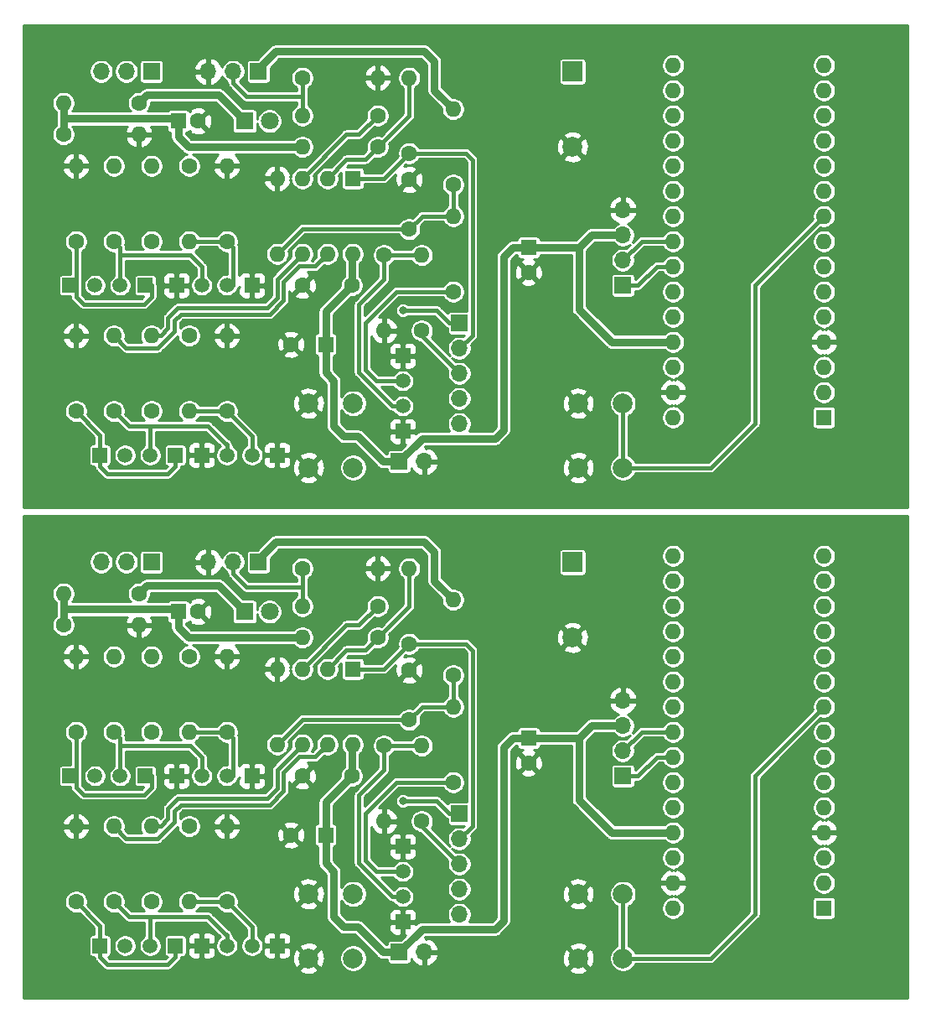
<source format=gbl>
G04 #@! TF.GenerationSoftware,KiCad,Pcbnew,5.1.5-52549c5~84~ubuntu18.04.1*
G04 #@! TF.CreationDate,2020-07-07T10:06:49+09:00*
G04 #@! TF.ProjectId,PulseOximeterTHT_rev4B,50756c73-654f-4786-996d-657465725448,rev?*
G04 #@! TF.SameCoordinates,Original*
G04 #@! TF.FileFunction,Copper,L2,Bot*
G04 #@! TF.FilePolarity,Positive*
%FSLAX46Y46*%
G04 Gerber Fmt 4.6, Leading zero omitted, Abs format (unit mm)*
G04 Created by KiCad (PCBNEW 5.1.5-52549c5~84~ubuntu18.04.1) date 2020-07-07 10:06:49*
%MOMM*%
%LPD*%
G04 APERTURE LIST*
%ADD10C,1.600000*%
%ADD11R,1.600000X1.600000*%
%ADD12O,1.600000X1.600000*%
%ADD13O,1.700000X1.700000*%
%ADD14R,1.700000X1.700000*%
%ADD15C,2.000000*%
%ADD16R,1.500000X1.500000*%
%ADD17C,1.500000*%
%ADD18C,1.800000*%
%ADD19R,1.800000X1.800000*%
%ADD20C,4.000000*%
%ADD21R,2.000000X2.000000*%
%ADD22C,0.800000*%
%ADD23C,0.400000*%
%ADD24C,0.800000*%
%ADD25C,0.254000*%
G04 APERTURE END LIST*
D10*
X145415000Y-137120000D03*
D11*
X145415000Y-134620000D03*
D12*
X111124999Y-151130000D03*
D10*
X111124999Y-143510000D03*
D12*
X130809999Y-143002000D03*
D10*
X130809999Y-135382000D03*
D12*
X99694999Y-143510000D03*
D10*
X99694999Y-151130000D03*
D13*
X134874000Y-156210000D03*
D14*
X132334000Y-156210000D03*
D13*
X138430000Y-152400000D03*
X138430000Y-149860000D03*
X138430000Y-147320000D03*
X138430000Y-144780000D03*
D14*
X138430000Y-142240000D03*
D15*
X150440000Y-150345000D03*
X154940000Y-150345000D03*
X150440000Y-156845000D03*
X154940000Y-156845000D03*
D13*
X154940000Y-130810000D03*
X154940000Y-133350000D03*
X154940000Y-135890000D03*
D14*
X154940000Y-138430000D03*
D10*
X137795000Y-128270000D03*
D12*
X137795000Y-120650000D03*
D16*
X132715000Y-153162000D03*
X132715000Y-145542000D03*
D17*
X132715000Y-150622000D03*
X132715000Y-148082000D03*
D10*
X99695000Y-133985000D03*
D12*
X99695000Y-126365000D03*
D10*
X112014000Y-121845000D03*
D11*
X110014000Y-121845000D03*
D10*
X133350000Y-132762000D03*
X133350000Y-127762000D03*
D18*
X119253001Y-121845000D03*
D19*
X116713001Y-121845000D03*
D20*
X139700000Y-157480000D03*
D17*
X104648000Y-155575000D03*
X107188000Y-155575000D03*
D16*
X102108000Y-155575000D03*
X109728000Y-155575000D03*
D20*
X139700000Y-115570000D03*
D16*
X106680001Y-138430000D03*
X99060001Y-138430000D03*
D17*
X104140001Y-138430000D03*
X101600001Y-138430000D03*
D10*
X111125000Y-126365000D03*
D12*
X111125000Y-133985000D03*
D10*
X137795000Y-139065000D03*
D12*
X137795000Y-131445000D03*
D10*
X122555000Y-138430000D03*
X127555000Y-138430000D03*
D16*
X120015000Y-155575000D03*
X112395000Y-155575000D03*
D17*
X117475000Y-155575000D03*
X114935000Y-155575000D03*
D12*
X103505000Y-126365000D03*
D10*
X103505000Y-133985000D03*
X107315000Y-151130000D03*
D12*
X107315000Y-143510000D03*
D14*
X118110000Y-116840000D03*
D13*
X115570000Y-116840000D03*
X113030000Y-116840000D03*
D12*
X106045000Y-123190000D03*
D10*
X98425000Y-123190000D03*
D12*
X133350000Y-117475000D03*
D10*
X133350000Y-125095000D03*
X114935000Y-151130000D03*
D12*
X114935000Y-143510000D03*
X122555000Y-121285000D03*
D10*
X130175000Y-121285000D03*
X130175000Y-124460000D03*
D12*
X122555000Y-124460000D03*
X127635000Y-135255000D03*
X120015000Y-127635000D03*
X125095000Y-135255000D03*
X122555000Y-127635000D03*
X122555000Y-135255000D03*
X125095000Y-127635000D03*
X120015000Y-135255000D03*
D11*
X127635000Y-127635000D03*
D20*
X97790000Y-157480000D03*
D10*
X134620000Y-143002000D03*
D12*
X134620000Y-135382000D03*
X130175000Y-117475000D03*
D10*
X122555000Y-117475000D03*
D12*
X107315000Y-126365000D03*
D10*
X107315000Y-133985000D03*
D12*
X114935000Y-126365000D03*
D10*
X114935000Y-133985000D03*
X103505000Y-151130000D03*
D12*
X103505000Y-143510000D03*
D20*
X97790000Y-115570000D03*
D14*
X107315000Y-116840001D03*
D13*
X104775000Y-116840001D03*
X102235000Y-116840001D03*
D15*
X149860000Y-124460000D03*
D21*
X149860000Y-116860000D03*
D10*
X121412000Y-144398999D03*
D11*
X124912000Y-144398999D03*
D15*
X127690000Y-156845000D03*
X123190000Y-156845000D03*
X127690000Y-150345000D03*
X123190000Y-150345000D03*
D10*
X106045000Y-120015000D03*
D12*
X98425000Y-120015000D03*
D20*
X180340000Y-157480000D03*
X180340000Y-115570000D03*
D12*
X160020000Y-116205000D03*
X175260000Y-116205000D03*
X160020000Y-151765000D03*
X175260000Y-118745000D03*
X160020000Y-149225000D03*
X175260000Y-121285000D03*
X160020000Y-146685000D03*
X175260000Y-123825000D03*
X160020000Y-144145000D03*
X175260000Y-126365000D03*
X160020000Y-141605000D03*
X175260000Y-128905000D03*
X160020000Y-139065000D03*
X175260000Y-131445000D03*
X160020000Y-136525000D03*
X175260000Y-133985000D03*
X160020000Y-133985000D03*
X175260000Y-136525000D03*
X160020000Y-131445000D03*
X175260000Y-139065000D03*
X160020000Y-128905000D03*
X175260000Y-141605000D03*
X160020000Y-126365000D03*
X175260000Y-144145000D03*
X160020000Y-123825000D03*
X175260000Y-146685000D03*
X160020000Y-121285000D03*
X175260000Y-149225000D03*
X160020000Y-118745000D03*
D11*
X175260000Y-151765000D03*
D16*
X117475000Y-138430000D03*
X109855000Y-138430000D03*
D17*
X114935000Y-138430000D03*
X112395000Y-138430000D03*
D11*
X175260000Y-102235000D03*
D12*
X160020000Y-69215000D03*
X175260000Y-99695000D03*
X160020000Y-71755000D03*
X175260000Y-97155000D03*
X160020000Y-74295000D03*
X175260000Y-94615000D03*
X160020000Y-76835000D03*
X175260000Y-92075000D03*
X160020000Y-79375000D03*
X175260000Y-89535000D03*
X160020000Y-81915000D03*
X175260000Y-86995000D03*
X160020000Y-84455000D03*
X175260000Y-84455000D03*
X160020000Y-86995000D03*
X175260000Y-81915000D03*
X160020000Y-89535000D03*
X175260000Y-79375000D03*
X160020000Y-92075000D03*
X175260000Y-76835000D03*
X160020000Y-94615000D03*
X175260000Y-74295000D03*
X160020000Y-97155000D03*
X175260000Y-71755000D03*
X160020000Y-99695000D03*
X175260000Y-69215000D03*
X160020000Y-102235000D03*
X175260000Y-66675000D03*
X160020000Y-66675000D03*
D20*
X180340000Y-107950000D03*
X180340000Y-66040000D03*
D17*
X112395000Y-88900000D03*
X114935000Y-88900000D03*
D16*
X109855000Y-88900000D03*
X117475000Y-88900000D03*
D17*
X132715000Y-98552000D03*
X132715000Y-101092000D03*
D16*
X132715000Y-96012000D03*
X132715000Y-103632000D03*
D20*
X139700000Y-107950000D03*
D11*
X110014000Y-72315000D03*
D10*
X112014000Y-72315000D03*
X133350000Y-78232000D03*
X133350000Y-83232000D03*
D12*
X137795000Y-71120000D03*
D10*
X137795000Y-78740000D03*
X99694999Y-101600000D03*
D12*
X99694999Y-93980000D03*
D13*
X113030000Y-67310000D03*
X115570000Y-67310000D03*
D14*
X118110000Y-67310000D03*
D19*
X116713001Y-72315000D03*
D18*
X119253001Y-72315000D03*
D20*
X97790000Y-107950000D03*
D11*
X127635000Y-78105000D03*
D12*
X120015000Y-85725000D03*
X125095000Y-78105000D03*
X122555000Y-85725000D03*
X122555000Y-78105000D03*
X125095000Y-85725000D03*
X120015000Y-78105000D03*
X127635000Y-85725000D03*
D20*
X139700000Y-66040000D03*
D17*
X101600001Y-88900000D03*
X104140001Y-88900000D03*
D16*
X99060001Y-88900000D03*
X106680001Y-88900000D03*
D15*
X123190000Y-100815000D03*
X127690000Y-100815000D03*
X123190000Y-107315000D03*
X127690000Y-107315000D03*
D12*
X99695000Y-76835000D03*
D10*
X99695000Y-84455000D03*
X130175000Y-71755000D03*
D12*
X122555000Y-71755000D03*
D16*
X109728000Y-106045000D03*
X102108000Y-106045000D03*
D17*
X107188000Y-106045000D03*
X104648000Y-106045000D03*
D10*
X133350000Y-75565000D03*
D12*
X133350000Y-67945000D03*
X122555000Y-74930000D03*
D10*
X130175000Y-74930000D03*
X98425000Y-73660000D03*
D12*
X106045000Y-73660000D03*
D10*
X122555000Y-67945000D03*
D12*
X130175000Y-67945000D03*
D13*
X102235000Y-67310001D03*
X104775000Y-67310001D03*
D14*
X107315000Y-67310001D03*
D10*
X127555000Y-88900000D03*
X122555000Y-88900000D03*
X103505000Y-84455000D03*
D12*
X103505000Y-76835000D03*
D10*
X111124999Y-93980000D03*
D12*
X111124999Y-101600000D03*
D10*
X114935000Y-84455000D03*
D12*
X114935000Y-76835000D03*
D10*
X107315000Y-84455000D03*
D12*
X107315000Y-76835000D03*
X98425000Y-70485000D03*
D10*
X106045000Y-70485000D03*
D12*
X137795000Y-81915000D03*
D10*
X137795000Y-89535000D03*
D12*
X107315000Y-93980000D03*
D10*
X107315000Y-101600000D03*
D12*
X114935000Y-93980000D03*
D10*
X114935000Y-101600000D03*
D20*
X97790000Y-66040000D03*
D12*
X103505000Y-93980000D03*
D10*
X103505000Y-101600000D03*
D17*
X114935000Y-106045000D03*
X117475000Y-106045000D03*
D16*
X112395000Y-106045000D03*
X120015000Y-106045000D03*
D12*
X111125000Y-84455000D03*
D10*
X111125000Y-76835000D03*
D11*
X124912000Y-94868999D03*
D10*
X121412000Y-94868999D03*
D12*
X134620000Y-85852000D03*
D10*
X134620000Y-93472000D03*
X130809999Y-85852000D03*
D12*
X130809999Y-93472000D03*
D21*
X149860000Y-67330000D03*
D15*
X149860000Y-74930000D03*
D11*
X145415000Y-85090000D03*
D10*
X145415000Y-87590000D03*
D14*
X154940000Y-88900000D03*
D13*
X154940000Y-86360000D03*
X154940000Y-83820000D03*
X154940000Y-81280000D03*
D15*
X154940000Y-107315000D03*
X150440000Y-107315000D03*
X154940000Y-100815000D03*
X150440000Y-100815000D03*
D14*
X138430000Y-92710000D03*
D13*
X138430000Y-95250000D03*
X138430000Y-97790000D03*
X138430000Y-100330000D03*
X138430000Y-102870000D03*
D14*
X132334000Y-106680000D03*
D13*
X134874000Y-106680000D03*
D22*
X99695000Y-95885000D03*
X99695000Y-99695000D03*
X99694999Y-78740000D03*
X99694999Y-82550000D03*
X97790000Y-104140000D03*
X97155000Y-71755000D03*
X118110000Y-78740000D03*
X128270000Y-67945000D03*
X124460000Y-67945000D03*
X100330000Y-73660000D03*
X100330000Y-70485000D03*
X124460000Y-71755000D03*
X124460000Y-74930000D03*
X128270000Y-74930000D03*
X128270000Y-71755000D03*
X137795000Y-73025000D03*
X137795000Y-76835000D03*
X137795000Y-87630000D03*
X137795000Y-83820000D03*
X134620000Y-88265000D03*
X103505000Y-82550000D03*
X107315000Y-82550000D03*
X111125000Y-82550000D03*
X103505000Y-78740000D03*
X111125000Y-78740000D03*
X114935000Y-78740000D03*
X103505000Y-99695000D03*
X114935000Y-99695000D03*
X103505000Y-95885000D03*
X111125000Y-95885000D03*
X114935000Y-95885000D03*
X130175000Y-81280000D03*
X104140000Y-70485001D03*
X104140000Y-73660001D03*
X133350000Y-73660001D03*
X119380000Y-100965000D03*
X117475000Y-94615000D03*
X124206000Y-103886000D03*
X96520000Y-88900000D03*
X114300000Y-72390000D03*
X120650000Y-67564000D03*
X110490000Y-67564000D03*
X113030000Y-80264000D03*
X119380000Y-81534000D03*
X119380000Y-84074000D03*
X122936000Y-84074000D03*
X127508000Y-80010000D03*
X135890000Y-102616000D03*
X130302001Y-97028000D03*
X134874000Y-95504000D03*
X127635000Y-84074000D03*
X147320000Y-71120000D03*
X147320000Y-81280000D03*
X147320000Y-107950000D03*
X144780000Y-66040000D03*
X171450000Y-100330000D03*
X171450000Y-107950000D03*
X142240000Y-81280000D03*
X154940000Y-73660000D03*
X154940000Y-77470000D03*
X153670000Y-66040000D03*
X171450000Y-68580000D03*
X171450000Y-78740000D03*
X163830000Y-68580000D03*
X163830000Y-78740000D03*
X163830000Y-90170000D03*
X171450000Y-90170000D03*
X163830000Y-100330000D03*
X163830000Y-109220000D03*
X181610000Y-71120000D03*
X181610000Y-102870000D03*
X181610000Y-87630000D03*
X148590000Y-95250000D03*
X157480000Y-92710000D03*
X156210000Y-97790000D03*
X143510000Y-76200000D03*
X137795000Y-133350000D03*
X111125000Y-132080000D03*
X96520000Y-138430000D03*
X114300000Y-121920000D03*
X120650000Y-117094000D03*
X110490000Y-117094000D03*
X113030000Y-129794000D03*
X119380000Y-131064000D03*
X119380000Y-133604000D03*
X122936000Y-133604000D03*
X127508000Y-129540000D03*
X135890000Y-152146000D03*
X130302001Y-146558000D03*
X134874000Y-145034000D03*
X127635000Y-133604000D03*
X147320000Y-120650000D03*
X147320000Y-130810000D03*
X147320000Y-157480000D03*
X144780000Y-115570000D03*
X171450000Y-149860000D03*
X171450000Y-157480000D03*
X142240000Y-130810000D03*
X154940000Y-123190000D03*
X154940000Y-127000000D03*
X153670000Y-115570000D03*
X171450000Y-118110000D03*
X171450000Y-128270000D03*
X163830000Y-118110000D03*
X163830000Y-128270000D03*
X163830000Y-139700000D03*
X171450000Y-139700000D03*
X163830000Y-149860000D03*
X163830000Y-158750000D03*
X181610000Y-120650000D03*
X181610000Y-152400000D03*
X181610000Y-137160000D03*
X148590000Y-144780000D03*
X157480000Y-142240000D03*
X156210000Y-147320000D03*
X143510000Y-125730000D03*
X103505000Y-132080000D03*
X134620000Y-137795000D03*
X137795000Y-137160000D03*
X137795000Y-126365000D03*
X107315000Y-132080000D03*
X99695000Y-145415000D03*
X99695000Y-149225000D03*
X99694999Y-128270000D03*
X99694999Y-132080000D03*
X97790000Y-153670000D03*
X97155000Y-121285000D03*
X118110000Y-128270000D03*
X128270000Y-117475000D03*
X124460000Y-117475000D03*
X100330000Y-123190000D03*
X100330000Y-120015000D03*
X124460000Y-121285000D03*
X124460000Y-124460000D03*
X128270000Y-124460000D03*
X128270000Y-121285000D03*
X137795000Y-122555000D03*
X103505000Y-128270000D03*
X111125000Y-128270000D03*
X114935000Y-128270000D03*
X103505000Y-149225000D03*
X114935000Y-149225000D03*
X103505000Y-145415000D03*
X111125000Y-145415000D03*
X114935000Y-145415000D03*
X130175000Y-130810000D03*
X104140000Y-120015001D03*
X104140000Y-123190001D03*
X133350000Y-123190001D03*
X119380000Y-150495000D03*
X117475000Y-144145000D03*
X124206000Y-153416000D03*
X132715000Y-91440000D03*
X132715000Y-140970000D03*
D23*
X137795000Y-78740000D02*
X137795000Y-81915000D01*
X134667000Y-81915000D02*
X137795000Y-81915000D01*
X133350000Y-83232000D02*
X134667000Y-81915000D01*
X122555000Y-83185000D02*
X132715000Y-83185000D01*
X120015000Y-85725000D02*
X122555000Y-83185000D01*
X132762000Y-83232000D02*
X132715000Y-83185000D01*
X133350000Y-83232000D02*
X132762000Y-83232000D01*
X134667000Y-131445000D02*
X137795000Y-131445000D01*
X120015000Y-135255000D02*
X122555000Y-132715000D01*
X133350000Y-132762000D02*
X132762000Y-132762000D01*
X137795000Y-128270000D02*
X137795000Y-131445000D01*
X122555000Y-132715000D02*
X132715000Y-132715000D01*
X132762000Y-132762000D02*
X132715000Y-132715000D01*
X133350000Y-132762000D02*
X134667000Y-131445000D01*
X134620000Y-93980000D02*
X134620000Y-93472000D01*
X138430000Y-97790000D02*
X134620000Y-93980000D01*
X134620000Y-143510000D02*
X134620000Y-143002000D01*
X138430000Y-147320000D02*
X134620000Y-143510000D01*
X122555000Y-78105000D02*
X127000000Y-73660001D01*
X128270000Y-73660000D02*
X130175000Y-71755000D01*
X127000000Y-73660001D02*
X128270000Y-73660000D01*
X122555000Y-127635000D02*
X127000000Y-123190001D01*
X128270000Y-123190000D02*
X130175000Y-121285000D01*
X127000000Y-123190001D02*
X128270000Y-123190000D01*
X103505000Y-101600000D02*
X105029000Y-103124000D01*
X107188000Y-104984339D02*
X107188000Y-103124000D01*
X107188000Y-106045000D02*
X107188000Y-104984339D01*
X105029000Y-103124000D02*
X107188000Y-103124000D01*
X114852660Y-104902000D02*
X114935000Y-104984340D01*
X114808000Y-104902000D02*
X114852660Y-104902000D01*
X114935000Y-104984340D02*
X114935000Y-106045000D01*
X113030000Y-103124000D02*
X114808000Y-104902000D01*
X107188000Y-103124000D02*
X113030000Y-103124000D01*
X103505000Y-151130000D02*
X105029000Y-152654000D01*
X107188000Y-154514339D02*
X107188000Y-152654000D01*
X107188000Y-155575000D02*
X107188000Y-154514339D01*
X105029000Y-152654000D02*
X107188000Y-152654000D01*
X114852660Y-154432000D02*
X114935000Y-154514340D01*
X114808000Y-154432000D02*
X114852660Y-154432000D01*
X114935000Y-154514340D02*
X114935000Y-155575000D01*
X113030000Y-152654000D02*
X114808000Y-154432000D01*
X107188000Y-152654000D02*
X113030000Y-152654000D01*
X104140000Y-85090000D02*
X103505000Y-84455000D01*
X104140000Y-88900000D02*
X104140001Y-85852000D01*
X104140001Y-85852000D02*
X104140000Y-85090000D01*
X112395000Y-86995000D02*
X112395000Y-88899999D01*
X104140001Y-85852000D02*
X111252000Y-85852000D01*
X111252000Y-85852000D02*
X112395000Y-86995000D01*
X104140000Y-134620000D02*
X103505000Y-133985000D01*
X104140000Y-138430000D02*
X104140001Y-135382000D01*
X104140001Y-135382000D02*
X104140000Y-134620000D01*
X112395000Y-136525000D02*
X112395000Y-138429999D01*
X104140001Y-135382000D02*
X111252000Y-135382000D01*
X111252000Y-135382000D02*
X112395000Y-136525000D01*
D24*
X128144000Y-104140000D02*
X126746000Y-104140000D01*
X126746000Y-104140000D02*
X125730000Y-103124000D01*
X124912000Y-97734000D02*
X124912000Y-94868999D01*
X124912000Y-91543000D02*
X127555000Y-88900000D01*
X124912000Y-94868999D02*
X124912000Y-91543000D01*
X127555000Y-85805000D02*
X127635000Y-85725000D01*
X127555000Y-88900000D02*
X127555000Y-85805000D01*
X125730000Y-98552000D02*
X124912000Y-97734000D01*
X130684000Y-106680000D02*
X132334000Y-106680000D01*
X125730000Y-103124000D02*
X125730000Y-98552000D01*
X128144000Y-104140000D02*
X130684000Y-106680000D01*
X132337002Y-106680000D02*
X132334000Y-106680000D01*
X145415000Y-85090000D02*
X143815000Y-85090000D01*
X143815000Y-85090000D02*
X142875000Y-86030000D01*
X142875000Y-103505000D02*
X142009999Y-104370001D01*
X142875000Y-86030000D02*
X142875000Y-103505000D01*
X142009999Y-104370001D02*
X134647001Y-104370001D01*
X134647001Y-104370001D02*
X132337002Y-106680000D01*
X160020000Y-94615000D02*
X153797000Y-94615000D01*
X153797000Y-94615000D02*
X150495000Y-91313000D01*
X150495000Y-91313000D02*
X150495000Y-85090000D01*
X150495000Y-85090000D02*
X145415000Y-85090000D01*
X151765000Y-83820000D02*
X150495000Y-85090000D01*
X154940000Y-83820000D02*
X151765000Y-83820000D01*
X128144000Y-153670000D02*
X126746000Y-153670000D01*
X126746000Y-153670000D02*
X125730000Y-152654000D01*
X124912000Y-147264000D02*
X124912000Y-144398999D01*
X124912000Y-141073000D02*
X127555000Y-138430000D01*
X124912000Y-144398999D02*
X124912000Y-141073000D01*
X127555000Y-135335000D02*
X127635000Y-135255000D01*
X127555000Y-138430000D02*
X127555000Y-135335000D01*
X125730000Y-148082000D02*
X124912000Y-147264000D01*
X130684000Y-156210000D02*
X132334000Y-156210000D01*
X125730000Y-152654000D02*
X125730000Y-148082000D01*
X128144000Y-153670000D02*
X130684000Y-156210000D01*
X132337002Y-156210000D02*
X132334000Y-156210000D01*
X145415000Y-134620000D02*
X143815000Y-134620000D01*
X143815000Y-134620000D02*
X142875000Y-135560000D01*
X142875000Y-153035000D02*
X142009999Y-153900001D01*
X142875000Y-135560000D02*
X142875000Y-153035000D01*
X142009999Y-153900001D02*
X134647001Y-153900001D01*
X134647001Y-153900001D02*
X132337002Y-156210000D01*
X160020000Y-144145000D02*
X153797000Y-144145000D01*
X153797000Y-144145000D02*
X150495000Y-140843000D01*
X150495000Y-140843000D02*
X150495000Y-134620000D01*
X150495000Y-134620000D02*
X145415000Y-134620000D01*
X151765000Y-133350000D02*
X150495000Y-134620000D01*
X154940000Y-133350000D02*
X151765000Y-133350000D01*
D23*
X133350000Y-71755000D02*
X133350000Y-67944999D01*
X125095000Y-78105000D02*
X127000000Y-76200000D01*
X127000000Y-76200000D02*
X128905000Y-76199999D01*
X128905000Y-76199999D02*
X130175000Y-74930000D01*
X130175000Y-74930000D02*
X133350000Y-71755000D01*
X133350000Y-121285000D02*
X133350000Y-117474999D01*
X125095000Y-127635000D02*
X127000000Y-125730000D01*
X127000000Y-125730000D02*
X128905000Y-125729999D01*
X128905000Y-125729999D02*
X130175000Y-124460000D01*
X130175000Y-124460000D02*
X133350000Y-121285000D01*
D24*
X106844999Y-69685001D02*
X114135001Y-69685001D01*
X106045000Y-70485000D02*
X106844999Y-69685001D01*
X114135001Y-69685001D02*
X115824000Y-71374000D01*
X115824000Y-71374000D02*
X116713001Y-72315000D01*
X135890000Y-69215000D02*
X137795000Y-71120000D01*
X135890000Y-66294000D02*
X135890000Y-69215000D01*
X119888000Y-65278000D02*
X134874000Y-65278000D01*
X134874000Y-65278000D02*
X135890000Y-66294000D01*
X118110000Y-67310000D02*
X118110000Y-67056000D01*
X118110000Y-67056000D02*
X119888000Y-65278000D01*
X106844999Y-119215001D02*
X114135001Y-119215001D01*
X106045000Y-120015000D02*
X106844999Y-119215001D01*
X114135001Y-119215001D02*
X115824000Y-120904000D01*
X115824000Y-120904000D02*
X116713001Y-121845000D01*
X135890000Y-118745000D02*
X137795000Y-120650000D01*
X135890000Y-115824000D02*
X135890000Y-118745000D01*
X119888000Y-114808000D02*
X134874000Y-114808000D01*
X134874000Y-114808000D02*
X135890000Y-115824000D01*
X118110000Y-116840000D02*
X118110000Y-116586000D01*
X118110000Y-116586000D02*
X119888000Y-114808000D01*
D23*
X122555000Y-67945000D02*
X122555000Y-69850000D01*
X122555000Y-69850000D02*
X122555000Y-71755000D01*
X116907919Y-69850000D02*
X122555000Y-69850000D01*
X115570000Y-68512081D02*
X116907919Y-69850000D01*
X115570000Y-67310000D02*
X115570000Y-68512081D01*
X122555000Y-117475000D02*
X122555000Y-119380000D01*
X122555000Y-119380000D02*
X122555000Y-121285000D01*
X116907919Y-119380000D02*
X122555000Y-119380000D01*
X115570000Y-118042081D02*
X116907919Y-119380000D01*
X115570000Y-116840000D02*
X115570000Y-118042081D01*
X134481370Y-75565001D02*
X133350000Y-75565000D01*
X139730002Y-93949999D02*
X138430001Y-95250000D01*
X139730001Y-76230001D02*
X139730002Y-93949999D01*
X133846370Y-75565000D02*
X139064999Y-75565000D01*
X139064999Y-75565000D02*
X139730001Y-76230001D01*
X130810000Y-78105000D02*
X133350000Y-75565000D01*
X127635000Y-78105000D02*
X130810000Y-78105000D01*
X134481370Y-125095001D02*
X133350000Y-125095000D01*
X139730002Y-143479999D02*
X138430001Y-144780000D01*
X139730001Y-125760001D02*
X139730002Y-143479999D01*
X133846370Y-125095000D02*
X139064999Y-125095000D01*
X139064999Y-125095000D02*
X139730001Y-125760001D01*
X130810000Y-127635000D02*
X133350000Y-125095000D01*
X127635000Y-127635000D02*
X130810000Y-127635000D01*
D24*
X98425000Y-72072500D02*
X98425000Y-70485000D01*
X98425000Y-73660000D02*
X98425000Y-72072500D01*
X111029000Y-74930000D02*
X121423630Y-74930000D01*
X121423630Y-74930000D02*
X122555000Y-74930000D01*
X110014000Y-73915000D02*
X111029000Y-74930000D01*
X110014000Y-72315000D02*
X110014000Y-73915000D01*
X109771500Y-72072500D02*
X110014000Y-72315000D01*
X98425000Y-72072500D02*
X109771500Y-72072500D01*
X98425000Y-121602500D02*
X98425000Y-120015000D01*
X98425000Y-123190000D02*
X98425000Y-121602500D01*
X111029000Y-124460000D02*
X121423630Y-124460000D01*
X121423630Y-124460000D02*
X122555000Y-124460000D01*
X110014000Y-123445000D02*
X111029000Y-124460000D01*
X110014000Y-121845000D02*
X110014000Y-123445000D01*
X109771500Y-121602500D02*
X110014000Y-121845000D01*
X98425000Y-121602500D02*
X109771500Y-121602500D01*
D23*
X123844999Y-86975002D02*
X125095001Y-85725000D01*
X122224251Y-86975002D02*
X123844999Y-86975002D01*
X120665010Y-88534242D02*
X122224251Y-86975002D01*
X120665010Y-90439242D02*
X120665010Y-88534242D01*
X119283252Y-91821000D02*
X120665010Y-90439242D01*
X104755001Y-95230001D02*
X107915001Y-95230001D01*
X103505000Y-93980000D02*
X104755001Y-95230001D01*
X109636885Y-93508117D02*
X109636885Y-92450367D01*
X109636885Y-92450367D02*
X110266251Y-91821000D01*
X107915001Y-95230001D02*
X109636885Y-93508117D01*
X110266251Y-91821000D02*
X119283252Y-91821000D01*
X123844999Y-136505002D02*
X125095001Y-135255000D01*
X122224251Y-136505002D02*
X123844999Y-136505002D01*
X120665010Y-138064242D02*
X122224251Y-136505002D01*
X120665010Y-139969242D02*
X120665010Y-138064242D01*
X119283252Y-141351000D02*
X120665010Y-139969242D01*
X104755001Y-144760001D02*
X107915001Y-144760001D01*
X103505000Y-143510000D02*
X104755001Y-144760001D01*
X109636885Y-143038117D02*
X109636885Y-141980367D01*
X109636885Y-141980367D02*
X110266251Y-141351000D01*
X107915001Y-144760001D02*
X109636885Y-143038117D01*
X110266251Y-141351000D02*
X119283252Y-141351000D01*
X107315000Y-93979999D02*
X108245750Y-93980000D01*
X108986875Y-92181125D02*
X109997010Y-91170990D01*
X108245750Y-93980000D02*
X108986875Y-93238875D01*
X108986875Y-93238875D02*
X108986875Y-92181125D01*
X120015000Y-88265000D02*
X122554999Y-85725000D01*
X120015000Y-90170000D02*
X120015000Y-88265000D01*
X119014010Y-91170990D02*
X120015000Y-90170000D01*
X109997010Y-91170990D02*
X119014010Y-91170990D01*
X107315000Y-143509999D02*
X108245750Y-143510000D01*
X108986875Y-141711125D02*
X109997010Y-140700990D01*
X108245750Y-143510000D02*
X108986875Y-142768875D01*
X108986875Y-142768875D02*
X108986875Y-141711125D01*
X120015000Y-137795000D02*
X122554999Y-135255000D01*
X120015000Y-139700000D02*
X120015000Y-137795000D01*
X119014010Y-140700990D02*
X120015000Y-139700000D01*
X109997010Y-140700990D02*
X119014010Y-140700990D01*
X156845000Y-84455000D02*
X154940000Y-86360000D01*
X160020000Y-84455000D02*
X156845000Y-84455000D01*
X156845000Y-133985000D02*
X154940000Y-135890000D01*
X160020000Y-133985000D02*
X156845000Y-133985000D01*
X160020000Y-86995000D02*
X158369000Y-86995000D01*
X156464000Y-88900000D02*
X154940000Y-88900000D01*
X158369000Y-86995000D02*
X156464000Y-88900000D01*
X160020000Y-136525000D02*
X158369000Y-136525000D01*
X156464000Y-138430000D02*
X154940000Y-138430000D01*
X158369000Y-136525000D02*
X156464000Y-138430000D01*
X154940000Y-100815000D02*
X154940000Y-107315000D01*
X175260000Y-81915000D02*
X168275000Y-88900000D01*
X168275000Y-88900000D02*
X168275000Y-102870000D01*
X163830000Y-107315000D02*
X154940000Y-107315000D01*
X168275000Y-102870000D02*
X163830000Y-107315000D01*
X154940000Y-150345000D02*
X154940000Y-156845000D01*
X175260000Y-131445000D02*
X168275000Y-138430000D01*
X168275000Y-138430000D02*
X168275000Y-152400000D01*
X163830000Y-156845000D02*
X154940000Y-156845000D01*
X168275000Y-152400000D02*
X163830000Y-156845000D01*
X137414000Y-92710000D02*
X138430000Y-92710000D01*
X132715000Y-91440000D02*
X136144000Y-91440000D01*
X136144000Y-91440000D02*
X137414000Y-92710000D01*
X137414000Y-142240000D02*
X138430000Y-142240000D01*
X132715000Y-140970000D02*
X136144000Y-140970000D01*
X136144000Y-140970000D02*
X137414000Y-142240000D01*
X117475000Y-104140000D02*
X114935000Y-101600000D01*
X117475000Y-106045000D02*
X117475000Y-104140000D01*
X111125000Y-101600000D02*
X114935000Y-101600000D01*
X117475000Y-153670000D02*
X114935000Y-151130000D01*
X117475000Y-155575000D02*
X117475000Y-153670000D01*
X111125000Y-151130000D02*
X114935000Y-151130000D01*
X111125000Y-84455000D02*
X114935000Y-84455000D01*
X115570000Y-85090001D02*
X114935000Y-84455000D01*
X115570001Y-88900000D02*
X115570000Y-85090001D01*
X111125000Y-133985000D02*
X114935000Y-133985000D01*
X115570000Y-134620001D02*
X114935000Y-133985000D01*
X115570001Y-138430000D02*
X115570000Y-134620001D01*
X102108000Y-106045000D02*
X102108001Y-107195000D01*
X102108001Y-107195000D02*
X102863000Y-107950000D01*
X102863000Y-107950000D02*
X108973000Y-107950000D01*
X108973000Y-107950000D02*
X109728000Y-107195000D01*
X109728000Y-107195000D02*
X109728000Y-106045000D01*
X99694999Y-101600000D02*
X102108000Y-104013000D01*
X102108000Y-104013000D02*
X102108000Y-106045000D01*
X102108000Y-155575000D02*
X102108001Y-156725000D01*
X102108001Y-156725000D02*
X102863000Y-157480000D01*
X102863000Y-157480000D02*
X108973000Y-157480000D01*
X108973000Y-157480000D02*
X109728000Y-156725000D01*
X109728000Y-156725000D02*
X109728000Y-155575000D01*
X99694999Y-151130000D02*
X102108000Y-153543000D01*
X102108000Y-153543000D02*
X102108000Y-155575000D01*
X99694999Y-88900000D02*
X99695000Y-84455000D01*
X107315000Y-90050000D02*
X107315000Y-88900000D01*
X99694999Y-88900000D02*
X99695000Y-90050000D01*
X99695000Y-90050000D02*
X100450000Y-90804999D01*
X100450000Y-90804999D02*
X106560000Y-90805000D01*
X106560000Y-90805000D02*
X107315000Y-90050000D01*
X99694999Y-138430000D02*
X99695000Y-133985000D01*
X107315000Y-139580000D02*
X107315000Y-138430000D01*
X99694999Y-138430000D02*
X99695000Y-139580000D01*
X99695000Y-139580000D02*
X100450000Y-140334999D01*
X100450000Y-140334999D02*
X106560000Y-140335000D01*
X106560000Y-140335000D02*
X107315000Y-139580000D01*
X128920010Y-92694990D02*
X128920010Y-97438418D01*
X137795000Y-89535000D02*
X132080000Y-89535000D01*
X132080000Y-89535000D02*
X128920010Y-92694990D01*
X130033592Y-98552000D02*
X132715000Y-98552000D01*
X128920010Y-97438418D02*
X130033592Y-98552000D01*
X128920010Y-142224990D02*
X128920010Y-146968418D01*
X137795000Y-139065000D02*
X132080000Y-139065000D01*
X132080000Y-139065000D02*
X128920010Y-142224990D01*
X130033592Y-148082000D02*
X132715000Y-148082000D01*
X128920010Y-146968418D02*
X130033592Y-148082000D01*
X131654340Y-101091999D02*
X132715000Y-101092000D01*
X128270000Y-97707660D02*
X131654340Y-101091999D01*
X128270000Y-90805000D02*
X128270000Y-97707660D01*
X134620000Y-85852000D02*
X130809999Y-85852000D01*
X130810000Y-88265000D02*
X130809999Y-85852000D01*
X128270000Y-90805000D02*
X130810000Y-88265000D01*
X131654340Y-150621999D02*
X132715000Y-150622000D01*
X128270000Y-147237660D02*
X131654340Y-150621999D01*
X128270000Y-140335000D02*
X128270000Y-147237660D01*
X134620000Y-135382000D02*
X130809999Y-135382000D01*
X130810000Y-137795000D02*
X130809999Y-135382000D01*
X128270000Y-140335000D02*
X130810000Y-137795000D01*
D25*
G36*
X183748001Y-111358000D02*
G01*
X94382000Y-111358000D01*
X94382000Y-101484076D01*
X98517999Y-101484076D01*
X98517999Y-101715924D01*
X98563230Y-101943318D01*
X98651955Y-102157519D01*
X98780763Y-102350294D01*
X98944705Y-102514236D01*
X99137480Y-102643044D01*
X99351681Y-102731769D01*
X99579075Y-102777000D01*
X99810923Y-102777000D01*
X100015338Y-102736340D01*
X101531000Y-104252001D01*
X101531000Y-104916176D01*
X101358000Y-104916176D01*
X101284095Y-104923455D01*
X101213030Y-104945012D01*
X101147537Y-104980019D01*
X101090131Y-105027131D01*
X101043019Y-105084537D01*
X101008012Y-105150030D01*
X100986455Y-105221095D01*
X100979176Y-105295000D01*
X100979176Y-106795000D01*
X100986455Y-106868905D01*
X101008012Y-106939970D01*
X101043019Y-107005463D01*
X101090131Y-107062869D01*
X101147537Y-107109981D01*
X101213030Y-107144988D01*
X101284095Y-107166545D01*
X101358000Y-107173824D01*
X101530297Y-107173824D01*
X101528211Y-107195000D01*
X101539350Y-107308111D01*
X101567628Y-107401327D01*
X101572345Y-107416876D01*
X101625923Y-107517115D01*
X101698028Y-107604974D01*
X101720040Y-107623039D01*
X102434960Y-108337961D01*
X102453026Y-108359974D01*
X102540885Y-108432079D01*
X102641124Y-108485657D01*
X102685782Y-108499204D01*
X102749888Y-108518651D01*
X102862999Y-108529791D01*
X102891338Y-108527000D01*
X108944669Y-108527000D01*
X108973000Y-108529790D01*
X109001331Y-108527000D01*
X109001336Y-108527000D01*
X109031045Y-108524074D01*
X109086111Y-108518651D01*
X109130770Y-108505103D01*
X109194876Y-108485657D01*
X109260813Y-108450413D01*
X122234192Y-108450413D01*
X122329956Y-108714814D01*
X122619571Y-108855704D01*
X122931108Y-108937384D01*
X123252595Y-108956718D01*
X123571675Y-108912961D01*
X123876088Y-108807795D01*
X124050044Y-108714814D01*
X124145808Y-108450413D01*
X123190000Y-107494605D01*
X122234192Y-108450413D01*
X109260813Y-108450413D01*
X109295115Y-108432079D01*
X109382974Y-108359974D01*
X109401039Y-108337962D01*
X110115968Y-107623034D01*
X110137974Y-107604974D01*
X110156039Y-107582963D01*
X110199504Y-107530000D01*
X110210079Y-107517115D01*
X110263657Y-107416876D01*
X110296650Y-107308112D01*
X110305000Y-107223336D01*
X110305000Y-107223330D01*
X110307790Y-107195001D01*
X110305704Y-107173824D01*
X110478000Y-107173824D01*
X110551905Y-107166545D01*
X110622970Y-107144988D01*
X110688463Y-107109981D01*
X110745869Y-107062869D01*
X110792981Y-107005463D01*
X110827988Y-106939970D01*
X110849545Y-106868905D01*
X110856824Y-106795000D01*
X111006928Y-106795000D01*
X111019188Y-106919482D01*
X111055498Y-107039180D01*
X111114463Y-107149494D01*
X111193815Y-107246185D01*
X111290506Y-107325537D01*
X111400820Y-107384502D01*
X111520518Y-107420812D01*
X111645000Y-107433072D01*
X112109250Y-107430000D01*
X112268000Y-107271250D01*
X112268000Y-106172000D01*
X112522000Y-106172000D01*
X112522000Y-107271250D01*
X112680750Y-107430000D01*
X113145000Y-107433072D01*
X113269482Y-107420812D01*
X113389180Y-107384502D01*
X113499494Y-107325537D01*
X113596185Y-107246185D01*
X113675537Y-107149494D01*
X113734502Y-107039180D01*
X113770812Y-106919482D01*
X113783072Y-106795000D01*
X113780000Y-106330750D01*
X113621250Y-106172000D01*
X112522000Y-106172000D01*
X112268000Y-106172000D01*
X111168750Y-106172000D01*
X111010000Y-106330750D01*
X111006928Y-106795000D01*
X110856824Y-106795000D01*
X110856824Y-105295000D01*
X111006928Y-105295000D01*
X111010000Y-105759250D01*
X111168750Y-105918000D01*
X112268000Y-105918000D01*
X112268000Y-104818750D01*
X112522000Y-104818750D01*
X112522000Y-105918000D01*
X113621250Y-105918000D01*
X113780000Y-105759250D01*
X113783072Y-105295000D01*
X113770812Y-105170518D01*
X113734502Y-105050820D01*
X113675537Y-104940506D01*
X113596185Y-104843815D01*
X113499494Y-104764463D01*
X113389180Y-104705498D01*
X113269482Y-104669188D01*
X113145000Y-104656928D01*
X112680750Y-104660000D01*
X112522000Y-104818750D01*
X112268000Y-104818750D01*
X112109250Y-104660000D01*
X111645000Y-104656928D01*
X111520518Y-104669188D01*
X111400820Y-104705498D01*
X111290506Y-104764463D01*
X111193815Y-104843815D01*
X111114463Y-104940506D01*
X111055498Y-105050820D01*
X111019188Y-105170518D01*
X111006928Y-105295000D01*
X110856824Y-105295000D01*
X110849545Y-105221095D01*
X110827988Y-105150030D01*
X110792981Y-105084537D01*
X110745869Y-105027131D01*
X110688463Y-104980019D01*
X110622970Y-104945012D01*
X110551905Y-104923455D01*
X110478000Y-104916176D01*
X108978000Y-104916176D01*
X108904095Y-104923455D01*
X108833030Y-104945012D01*
X108767537Y-104980019D01*
X108710131Y-105027131D01*
X108663019Y-105084537D01*
X108628012Y-105150030D01*
X108606455Y-105221095D01*
X108599176Y-105295000D01*
X108599176Y-106795000D01*
X108606455Y-106868905D01*
X108628012Y-106939970D01*
X108663019Y-107005463D01*
X108710131Y-107062869D01*
X108767537Y-107109981D01*
X108833030Y-107144988D01*
X108904095Y-107166545D01*
X108937194Y-107169805D01*
X108733999Y-107373000D01*
X103102001Y-107373000D01*
X102898806Y-107169805D01*
X102931905Y-107166545D01*
X103002970Y-107144988D01*
X103068463Y-107109981D01*
X103125869Y-107062869D01*
X103172981Y-107005463D01*
X103207988Y-106939970D01*
X103229545Y-106868905D01*
X103236824Y-106795000D01*
X103236824Y-105934000D01*
X103521000Y-105934000D01*
X103521000Y-106156000D01*
X103564310Y-106373734D01*
X103649266Y-106578835D01*
X103772602Y-106763421D01*
X103929579Y-106920398D01*
X104114165Y-107043734D01*
X104319266Y-107128690D01*
X104537000Y-107172000D01*
X104759000Y-107172000D01*
X104976734Y-107128690D01*
X105181835Y-107043734D01*
X105366421Y-106920398D01*
X105523398Y-106763421D01*
X105646734Y-106578835D01*
X105731690Y-106373734D01*
X105775000Y-106156000D01*
X105775000Y-105934000D01*
X105731690Y-105716266D01*
X105646734Y-105511165D01*
X105523398Y-105326579D01*
X105366421Y-105169602D01*
X105181835Y-105046266D01*
X104976734Y-104961310D01*
X104759000Y-104918000D01*
X104537000Y-104918000D01*
X104319266Y-104961310D01*
X104114165Y-105046266D01*
X103929579Y-105169602D01*
X103772602Y-105326579D01*
X103649266Y-105511165D01*
X103564310Y-105716266D01*
X103521000Y-105934000D01*
X103236824Y-105934000D01*
X103236824Y-105295000D01*
X103229545Y-105221095D01*
X103207988Y-105150030D01*
X103172981Y-105084537D01*
X103125869Y-105027131D01*
X103068463Y-104980019D01*
X103002970Y-104945012D01*
X102931905Y-104923455D01*
X102858000Y-104916176D01*
X102685000Y-104916176D01*
X102685000Y-104041330D01*
X102687790Y-104012999D01*
X102685000Y-103984670D01*
X102685000Y-103984664D01*
X102676650Y-103899888D01*
X102643657Y-103791124D01*
X102590079Y-103690885D01*
X102517974Y-103603026D01*
X102495968Y-103584966D01*
X100831339Y-101920339D01*
X100871999Y-101715924D01*
X100871999Y-101484076D01*
X102328000Y-101484076D01*
X102328000Y-101715924D01*
X102373231Y-101943318D01*
X102461956Y-102157519D01*
X102590764Y-102350294D01*
X102754706Y-102514236D01*
X102947481Y-102643044D01*
X103161682Y-102731769D01*
X103389076Y-102777000D01*
X103620924Y-102777000D01*
X103825339Y-102736340D01*
X104600961Y-103511962D01*
X104619026Y-103533974D01*
X104706885Y-103606079D01*
X104807124Y-103659657D01*
X104915888Y-103692650D01*
X105000664Y-103701000D01*
X105000670Y-103701000D01*
X105028999Y-103703790D01*
X105057328Y-103701000D01*
X106611001Y-103701000D01*
X106611000Y-105012674D01*
X106611001Y-105012684D01*
X106611001Y-105075107D01*
X106469579Y-105169602D01*
X106312602Y-105326579D01*
X106189266Y-105511165D01*
X106104310Y-105716266D01*
X106061000Y-105934000D01*
X106061000Y-106156000D01*
X106104310Y-106373734D01*
X106189266Y-106578835D01*
X106312602Y-106763421D01*
X106469579Y-106920398D01*
X106654165Y-107043734D01*
X106859266Y-107128690D01*
X107077000Y-107172000D01*
X107299000Y-107172000D01*
X107516734Y-107128690D01*
X107721835Y-107043734D01*
X107906421Y-106920398D01*
X108063398Y-106763421D01*
X108186734Y-106578835D01*
X108271690Y-106373734D01*
X108315000Y-106156000D01*
X108315000Y-105934000D01*
X108271690Y-105716266D01*
X108186734Y-105511165D01*
X108063398Y-105326579D01*
X107906421Y-105169602D01*
X107765000Y-105075108D01*
X107765000Y-103701000D01*
X112790999Y-103701000D01*
X114242369Y-105152370D01*
X114216579Y-105169602D01*
X114059602Y-105326579D01*
X113936266Y-105511165D01*
X113851310Y-105716266D01*
X113808000Y-105934000D01*
X113808000Y-106156000D01*
X113851310Y-106373734D01*
X113936266Y-106578835D01*
X114059602Y-106763421D01*
X114216579Y-106920398D01*
X114401165Y-107043734D01*
X114606266Y-107128690D01*
X114824000Y-107172000D01*
X115046000Y-107172000D01*
X115263734Y-107128690D01*
X115468835Y-107043734D01*
X115653421Y-106920398D01*
X115810398Y-106763421D01*
X115933734Y-106578835D01*
X116018690Y-106373734D01*
X116062000Y-106156000D01*
X116062000Y-105934000D01*
X116018690Y-105716266D01*
X115933734Y-105511165D01*
X115810398Y-105326579D01*
X115653421Y-105169602D01*
X115512000Y-105075108D01*
X115512000Y-105012668D01*
X115514790Y-104984339D01*
X115512000Y-104956011D01*
X115512000Y-104956004D01*
X115503650Y-104871228D01*
X115470657Y-104762464D01*
X115417079Y-104662225D01*
X115344974Y-104574366D01*
X115322959Y-104556299D01*
X115280697Y-104514036D01*
X115262634Y-104492026D01*
X115174775Y-104419921D01*
X115104199Y-104382198D01*
X113458039Y-102736038D01*
X113439974Y-102714026D01*
X113352115Y-102641921D01*
X113251876Y-102588343D01*
X113187770Y-102568897D01*
X113143111Y-102555349D01*
X113088045Y-102549926D01*
X113058336Y-102547000D01*
X113058331Y-102547000D01*
X113030000Y-102544210D01*
X113001669Y-102547000D01*
X111826258Y-102547000D01*
X111875293Y-102514236D01*
X112039235Y-102350294D01*
X112155026Y-102177000D01*
X113904973Y-102177000D01*
X114020764Y-102350294D01*
X114184706Y-102514236D01*
X114377481Y-102643044D01*
X114591682Y-102731769D01*
X114819076Y-102777000D01*
X115050924Y-102777000D01*
X115255339Y-102736340D01*
X116898001Y-104379002D01*
X116898001Y-105075107D01*
X116756579Y-105169602D01*
X116599602Y-105326579D01*
X116476266Y-105511165D01*
X116391310Y-105716266D01*
X116348000Y-105934000D01*
X116348000Y-106156000D01*
X116391310Y-106373734D01*
X116476266Y-106578835D01*
X116599602Y-106763421D01*
X116756579Y-106920398D01*
X116941165Y-107043734D01*
X117146266Y-107128690D01*
X117364000Y-107172000D01*
X117586000Y-107172000D01*
X117803734Y-107128690D01*
X118008835Y-107043734D01*
X118193421Y-106920398D01*
X118318819Y-106795000D01*
X118626928Y-106795000D01*
X118639188Y-106919482D01*
X118675498Y-107039180D01*
X118734463Y-107149494D01*
X118813815Y-107246185D01*
X118910506Y-107325537D01*
X119020820Y-107384502D01*
X119140518Y-107420812D01*
X119265000Y-107433072D01*
X119729250Y-107430000D01*
X119888000Y-107271250D01*
X119888000Y-106172000D01*
X120142000Y-106172000D01*
X120142000Y-107271250D01*
X120300750Y-107430000D01*
X120765000Y-107433072D01*
X120889482Y-107420812D01*
X121009180Y-107384502D01*
X121022101Y-107377595D01*
X121548282Y-107377595D01*
X121592039Y-107696675D01*
X121697205Y-108001088D01*
X121790186Y-108175044D01*
X122054587Y-108270808D01*
X123010395Y-107315000D01*
X123369605Y-107315000D01*
X124325413Y-108270808D01*
X124589814Y-108175044D01*
X124730704Y-107885429D01*
X124812384Y-107573892D01*
X124831718Y-107252405D01*
X124821704Y-107179377D01*
X126313000Y-107179377D01*
X126313000Y-107450623D01*
X126365917Y-107716656D01*
X126469718Y-107967254D01*
X126620414Y-108192787D01*
X126812213Y-108384586D01*
X127037746Y-108535282D01*
X127288344Y-108639083D01*
X127554377Y-108692000D01*
X127825623Y-108692000D01*
X128091656Y-108639083D01*
X128342254Y-108535282D01*
X128469269Y-108450413D01*
X149484192Y-108450413D01*
X149579956Y-108714814D01*
X149869571Y-108855704D01*
X150181108Y-108937384D01*
X150502595Y-108956718D01*
X150821675Y-108912961D01*
X151126088Y-108807795D01*
X151300044Y-108714814D01*
X151395808Y-108450413D01*
X150440000Y-107494605D01*
X149484192Y-108450413D01*
X128469269Y-108450413D01*
X128567787Y-108384586D01*
X128759586Y-108192787D01*
X128910282Y-107967254D01*
X129014083Y-107716656D01*
X129067000Y-107450623D01*
X129067000Y-107179377D01*
X129014083Y-106913344D01*
X128910282Y-106662746D01*
X128759586Y-106437213D01*
X128567787Y-106245414D01*
X128342254Y-106094718D01*
X128091656Y-105990917D01*
X127825623Y-105938000D01*
X127554377Y-105938000D01*
X127288344Y-105990917D01*
X127037746Y-106094718D01*
X126812213Y-106245414D01*
X126620414Y-106437213D01*
X126469718Y-106662746D01*
X126365917Y-106913344D01*
X126313000Y-107179377D01*
X124821704Y-107179377D01*
X124787961Y-106933325D01*
X124682795Y-106628912D01*
X124589814Y-106454956D01*
X124325413Y-106359192D01*
X123369605Y-107315000D01*
X123010395Y-107315000D01*
X122054587Y-106359192D01*
X121790186Y-106454956D01*
X121649296Y-106744571D01*
X121567616Y-107056108D01*
X121548282Y-107377595D01*
X121022101Y-107377595D01*
X121119494Y-107325537D01*
X121216185Y-107246185D01*
X121295537Y-107149494D01*
X121354502Y-107039180D01*
X121390812Y-106919482D01*
X121403072Y-106795000D01*
X121400000Y-106330750D01*
X121248837Y-106179587D01*
X122234192Y-106179587D01*
X123190000Y-107135395D01*
X124145808Y-106179587D01*
X124050044Y-105915186D01*
X123760429Y-105774296D01*
X123448892Y-105692616D01*
X123127405Y-105673282D01*
X122808325Y-105717039D01*
X122503912Y-105822205D01*
X122329956Y-105915186D01*
X122234192Y-106179587D01*
X121248837Y-106179587D01*
X121241250Y-106172000D01*
X120142000Y-106172000D01*
X119888000Y-106172000D01*
X118788750Y-106172000D01*
X118630000Y-106330750D01*
X118626928Y-106795000D01*
X118318819Y-106795000D01*
X118350398Y-106763421D01*
X118473734Y-106578835D01*
X118558690Y-106373734D01*
X118602000Y-106156000D01*
X118602000Y-105934000D01*
X118558690Y-105716266D01*
X118473734Y-105511165D01*
X118350398Y-105326579D01*
X118318819Y-105295000D01*
X118626928Y-105295000D01*
X118630000Y-105759250D01*
X118788750Y-105918000D01*
X119888000Y-105918000D01*
X119888000Y-104818750D01*
X120142000Y-104818750D01*
X120142000Y-105918000D01*
X121241250Y-105918000D01*
X121400000Y-105759250D01*
X121403072Y-105295000D01*
X121390812Y-105170518D01*
X121354502Y-105050820D01*
X121295537Y-104940506D01*
X121216185Y-104843815D01*
X121119494Y-104764463D01*
X121009180Y-104705498D01*
X120889482Y-104669188D01*
X120765000Y-104656928D01*
X120300750Y-104660000D01*
X120142000Y-104818750D01*
X119888000Y-104818750D01*
X119729250Y-104660000D01*
X119265000Y-104656928D01*
X119140518Y-104669188D01*
X119020820Y-104705498D01*
X118910506Y-104764463D01*
X118813815Y-104843815D01*
X118734463Y-104940506D01*
X118675498Y-105050820D01*
X118639188Y-105170518D01*
X118626928Y-105295000D01*
X118318819Y-105295000D01*
X118193421Y-105169602D01*
X118052000Y-105075108D01*
X118052000Y-104168328D01*
X118054790Y-104139999D01*
X118052000Y-104111670D01*
X118052000Y-104111664D01*
X118043650Y-104026888D01*
X118010657Y-103918124D01*
X117957079Y-103817885D01*
X117884974Y-103730026D01*
X117862962Y-103711961D01*
X116101414Y-101950413D01*
X122234192Y-101950413D01*
X122329956Y-102214814D01*
X122619571Y-102355704D01*
X122931108Y-102437384D01*
X123252595Y-102456718D01*
X123571675Y-102412961D01*
X123876088Y-102307795D01*
X124050044Y-102214814D01*
X124145808Y-101950413D01*
X123190000Y-100994605D01*
X122234192Y-101950413D01*
X116101414Y-101950413D01*
X116071340Y-101920339D01*
X116112000Y-101715924D01*
X116112000Y-101484076D01*
X116066769Y-101256682D01*
X115978044Y-101042481D01*
X115867871Y-100877595D01*
X121548282Y-100877595D01*
X121592039Y-101196675D01*
X121697205Y-101501088D01*
X121790186Y-101675044D01*
X122054587Y-101770808D01*
X123010395Y-100815000D01*
X123369605Y-100815000D01*
X124325413Y-101770808D01*
X124589814Y-101675044D01*
X124730704Y-101385429D01*
X124812384Y-101073892D01*
X124831718Y-100752405D01*
X124787961Y-100433325D01*
X124682795Y-100128912D01*
X124589814Y-99954956D01*
X124325413Y-99859192D01*
X123369605Y-100815000D01*
X123010395Y-100815000D01*
X122054587Y-99859192D01*
X121790186Y-99954956D01*
X121649296Y-100244571D01*
X121567616Y-100556108D01*
X121548282Y-100877595D01*
X115867871Y-100877595D01*
X115849236Y-100849706D01*
X115685294Y-100685764D01*
X115492519Y-100556956D01*
X115278318Y-100468231D01*
X115050924Y-100423000D01*
X114819076Y-100423000D01*
X114591682Y-100468231D01*
X114377481Y-100556956D01*
X114184706Y-100685764D01*
X114020764Y-100849706D01*
X113904973Y-101023000D01*
X112155026Y-101023000D01*
X112039235Y-100849706D01*
X111875293Y-100685764D01*
X111682518Y-100556956D01*
X111468317Y-100468231D01*
X111240923Y-100423000D01*
X111009075Y-100423000D01*
X110781681Y-100468231D01*
X110567480Y-100556956D01*
X110374705Y-100685764D01*
X110210763Y-100849706D01*
X110081955Y-101042481D01*
X109993230Y-101256682D01*
X109947999Y-101484076D01*
X109947999Y-101715924D01*
X109993230Y-101943318D01*
X110081955Y-102157519D01*
X110210763Y-102350294D01*
X110374705Y-102514236D01*
X110423740Y-102547000D01*
X108016259Y-102547000D01*
X108065294Y-102514236D01*
X108229236Y-102350294D01*
X108358044Y-102157519D01*
X108446769Y-101943318D01*
X108492000Y-101715924D01*
X108492000Y-101484076D01*
X108446769Y-101256682D01*
X108358044Y-101042481D01*
X108229236Y-100849706D01*
X108065294Y-100685764D01*
X107872519Y-100556956D01*
X107658318Y-100468231D01*
X107430924Y-100423000D01*
X107199076Y-100423000D01*
X106971682Y-100468231D01*
X106757481Y-100556956D01*
X106564706Y-100685764D01*
X106400764Y-100849706D01*
X106271956Y-101042481D01*
X106183231Y-101256682D01*
X106138000Y-101484076D01*
X106138000Y-101715924D01*
X106183231Y-101943318D01*
X106271956Y-102157519D01*
X106400764Y-102350294D01*
X106564706Y-102514236D01*
X106613741Y-102547000D01*
X105268001Y-102547000D01*
X104641340Y-101920339D01*
X104682000Y-101715924D01*
X104682000Y-101484076D01*
X104636769Y-101256682D01*
X104548044Y-101042481D01*
X104419236Y-100849706D01*
X104255294Y-100685764D01*
X104062519Y-100556956D01*
X103848318Y-100468231D01*
X103620924Y-100423000D01*
X103389076Y-100423000D01*
X103161682Y-100468231D01*
X102947481Y-100556956D01*
X102754706Y-100685764D01*
X102590764Y-100849706D01*
X102461956Y-101042481D01*
X102373231Y-101256682D01*
X102328000Y-101484076D01*
X100871999Y-101484076D01*
X100826768Y-101256682D01*
X100738043Y-101042481D01*
X100609235Y-100849706D01*
X100445293Y-100685764D01*
X100252518Y-100556956D01*
X100038317Y-100468231D01*
X99810923Y-100423000D01*
X99579075Y-100423000D01*
X99351681Y-100468231D01*
X99137480Y-100556956D01*
X98944705Y-100685764D01*
X98780763Y-100849706D01*
X98651955Y-101042481D01*
X98563230Y-101256682D01*
X98517999Y-101484076D01*
X94382000Y-101484076D01*
X94382000Y-99679587D01*
X122234192Y-99679587D01*
X123190000Y-100635395D01*
X124145808Y-99679587D01*
X124050044Y-99415186D01*
X123760429Y-99274296D01*
X123448892Y-99192616D01*
X123127405Y-99173282D01*
X122808325Y-99217039D01*
X122503912Y-99322205D01*
X122329956Y-99415186D01*
X122234192Y-99679587D01*
X94382000Y-99679587D01*
X94382000Y-95861701D01*
X120598903Y-95861701D01*
X120670486Y-96105670D01*
X120925996Y-96226570D01*
X121200184Y-96295299D01*
X121482512Y-96309216D01*
X121762130Y-96267786D01*
X122028292Y-96172602D01*
X122153514Y-96105670D01*
X122225097Y-95861701D01*
X121412000Y-95048604D01*
X120598903Y-95861701D01*
X94382000Y-95861701D01*
X94382000Y-94329040D01*
X98303090Y-94329040D01*
X98397929Y-94593881D01*
X98542614Y-94835131D01*
X98731585Y-95043519D01*
X98957579Y-95211037D01*
X99211912Y-95331246D01*
X99345960Y-95371904D01*
X99567999Y-95249915D01*
X99567999Y-94107000D01*
X99821999Y-94107000D01*
X99821999Y-95249915D01*
X100044038Y-95371904D01*
X100178086Y-95331246D01*
X100432419Y-95211037D01*
X100658413Y-95043519D01*
X100847384Y-94835131D01*
X100992069Y-94593881D01*
X101086908Y-94329040D01*
X100965623Y-94107000D01*
X99821999Y-94107000D01*
X99567999Y-94107000D01*
X98424375Y-94107000D01*
X98303090Y-94329040D01*
X94382000Y-94329040D01*
X94382000Y-93864076D01*
X102328000Y-93864076D01*
X102328000Y-94095924D01*
X102373231Y-94323318D01*
X102461956Y-94537519D01*
X102590764Y-94730294D01*
X102754706Y-94894236D01*
X102947481Y-95023044D01*
X103161682Y-95111769D01*
X103389076Y-95157000D01*
X103620924Y-95157000D01*
X103825339Y-95116340D01*
X104326962Y-95617963D01*
X104345027Y-95639975D01*
X104432886Y-95712080D01*
X104533125Y-95765658D01*
X104641889Y-95798651D01*
X104726665Y-95807001D01*
X104726671Y-95807001D01*
X104755000Y-95809791D01*
X104783329Y-95807001D01*
X107886670Y-95807001D01*
X107915001Y-95809791D01*
X107943332Y-95807001D01*
X107943337Y-95807001D01*
X107973046Y-95804075D01*
X108028112Y-95798652D01*
X108072771Y-95785104D01*
X108136877Y-95765658D01*
X108237116Y-95712080D01*
X108324975Y-95639975D01*
X108343040Y-95617963D01*
X109947999Y-94013004D01*
X109947999Y-94095924D01*
X109993230Y-94323318D01*
X110081955Y-94537519D01*
X110210763Y-94730294D01*
X110374705Y-94894236D01*
X110567480Y-95023044D01*
X110781681Y-95111769D01*
X111009075Y-95157000D01*
X111240923Y-95157000D01*
X111468317Y-95111769D01*
X111682518Y-95023044D01*
X111875293Y-94894236D01*
X112039235Y-94730294D01*
X112168043Y-94537519D01*
X112254397Y-94329040D01*
X113543091Y-94329040D01*
X113637930Y-94593881D01*
X113782615Y-94835131D01*
X113971586Y-95043519D01*
X114197580Y-95211037D01*
X114451913Y-95331246D01*
X114585961Y-95371904D01*
X114808000Y-95249915D01*
X114808000Y-94107000D01*
X115062000Y-94107000D01*
X115062000Y-95249915D01*
X115284039Y-95371904D01*
X115418087Y-95331246D01*
X115672420Y-95211037D01*
X115898414Y-95043519D01*
X115992730Y-94939511D01*
X119971783Y-94939511D01*
X120013213Y-95219129D01*
X120108397Y-95485291D01*
X120175329Y-95610513D01*
X120419298Y-95682096D01*
X121232395Y-94868999D01*
X121591605Y-94868999D01*
X122404702Y-95682096D01*
X122648671Y-95610513D01*
X122769571Y-95355003D01*
X122838300Y-95080815D01*
X122852217Y-94798487D01*
X122810787Y-94518869D01*
X122715603Y-94252707D01*
X122648671Y-94127485D01*
X122449340Y-94068999D01*
X123733176Y-94068999D01*
X123733176Y-95668999D01*
X123740455Y-95742904D01*
X123762012Y-95813969D01*
X123797019Y-95879462D01*
X123844131Y-95936868D01*
X123901537Y-95983980D01*
X123967030Y-96018987D01*
X124038095Y-96040544D01*
X124112000Y-96047823D01*
X124135001Y-96047823D01*
X124135000Y-97695836D01*
X124131241Y-97734000D01*
X124135000Y-97772163D01*
X124135000Y-97772165D01*
X124146243Y-97886318D01*
X124184331Y-98011876D01*
X124190673Y-98032783D01*
X124262823Y-98167766D01*
X124304079Y-98218037D01*
X124359920Y-98286080D01*
X124389569Y-98310412D01*
X124953001Y-98873845D01*
X124953000Y-103085837D01*
X124949241Y-103124000D01*
X124953000Y-103162163D01*
X124953000Y-103162165D01*
X124964243Y-103276318D01*
X124993949Y-103374244D01*
X125008673Y-103422783D01*
X125080823Y-103557766D01*
X125128203Y-103615499D01*
X125177920Y-103676080D01*
X125207569Y-103700412D01*
X126169590Y-104662434D01*
X126193920Y-104692080D01*
X126223564Y-104716408D01*
X126223565Y-104716409D01*
X126312233Y-104789177D01*
X126441459Y-104858250D01*
X126447216Y-104861327D01*
X126593681Y-104905757D01*
X126707834Y-104917000D01*
X126707836Y-104917000D01*
X126746000Y-104920759D01*
X126784163Y-104917000D01*
X127822157Y-104917000D01*
X130107592Y-107202436D01*
X130131920Y-107232080D01*
X130161564Y-107256408D01*
X130161565Y-107256409D01*
X130250233Y-107329177D01*
X130276723Y-107343336D01*
X130385216Y-107401327D01*
X130531681Y-107445757D01*
X130645834Y-107457000D01*
X130645843Y-107457000D01*
X130683999Y-107460758D01*
X130722155Y-107457000D01*
X131105176Y-107457000D01*
X131105176Y-107530000D01*
X131112455Y-107603905D01*
X131134012Y-107674970D01*
X131169019Y-107740463D01*
X131216131Y-107797869D01*
X131273537Y-107844981D01*
X131339030Y-107879988D01*
X131410095Y-107901545D01*
X131484000Y-107908824D01*
X133184000Y-107908824D01*
X133257905Y-107901545D01*
X133328970Y-107879988D01*
X133394463Y-107844981D01*
X133451869Y-107797869D01*
X133498981Y-107740463D01*
X133533988Y-107674970D01*
X133555545Y-107603905D01*
X133562824Y-107530000D01*
X133562824Y-107366620D01*
X133678822Y-107561355D01*
X133873731Y-107777588D01*
X134107080Y-107951641D01*
X134369901Y-108076825D01*
X134517110Y-108121476D01*
X134747000Y-108000155D01*
X134747000Y-106807000D01*
X135001000Y-106807000D01*
X135001000Y-108000155D01*
X135230890Y-108121476D01*
X135378099Y-108076825D01*
X135640920Y-107951641D01*
X135874269Y-107777588D01*
X136069178Y-107561355D01*
X136178638Y-107377595D01*
X148798282Y-107377595D01*
X148842039Y-107696675D01*
X148947205Y-108001088D01*
X149040186Y-108175044D01*
X149304587Y-108270808D01*
X150260395Y-107315000D01*
X150619605Y-107315000D01*
X151575413Y-108270808D01*
X151839814Y-108175044D01*
X151980704Y-107885429D01*
X152062384Y-107573892D01*
X152081718Y-107252405D01*
X152037961Y-106933325D01*
X151932795Y-106628912D01*
X151839814Y-106454956D01*
X151575413Y-106359192D01*
X150619605Y-107315000D01*
X150260395Y-107315000D01*
X149304587Y-106359192D01*
X149040186Y-106454956D01*
X148899296Y-106744571D01*
X148817616Y-107056108D01*
X148798282Y-107377595D01*
X136178638Y-107377595D01*
X136218157Y-107311252D01*
X136315481Y-107036891D01*
X136194814Y-106807000D01*
X135001000Y-106807000D01*
X134747000Y-106807000D01*
X134727000Y-106807000D01*
X134727000Y-106553000D01*
X134747000Y-106553000D01*
X134747000Y-106533000D01*
X135001000Y-106533000D01*
X135001000Y-106553000D01*
X136194814Y-106553000D01*
X136315481Y-106323109D01*
X136264570Y-106179587D01*
X149484192Y-106179587D01*
X150440000Y-107135395D01*
X151395808Y-106179587D01*
X151300044Y-105915186D01*
X151010429Y-105774296D01*
X150698892Y-105692616D01*
X150377405Y-105673282D01*
X150058325Y-105717039D01*
X149753912Y-105822205D01*
X149579956Y-105915186D01*
X149484192Y-106179587D01*
X136264570Y-106179587D01*
X136218157Y-106048748D01*
X136069178Y-105798645D01*
X135874269Y-105582412D01*
X135640920Y-105408359D01*
X135378099Y-105283175D01*
X135230890Y-105238524D01*
X135001002Y-105359844D01*
X135001002Y-105195000D01*
X134920846Y-105195000D01*
X134968845Y-105147001D01*
X141971836Y-105147001D01*
X142009999Y-105150760D01*
X142048162Y-105147001D01*
X142048165Y-105147001D01*
X142162318Y-105135758D01*
X142308783Y-105091328D01*
X142443765Y-105019178D01*
X142562079Y-104922081D01*
X142586411Y-104892432D01*
X143397436Y-104081408D01*
X143427080Y-104057080D01*
X143486510Y-103984664D01*
X143524177Y-103938767D01*
X143596327Y-103803784D01*
X143600168Y-103791123D01*
X143640757Y-103657319D01*
X143652000Y-103543166D01*
X143652000Y-103543157D01*
X143655758Y-103505001D01*
X143652000Y-103466845D01*
X143652000Y-101950413D01*
X149484192Y-101950413D01*
X149579956Y-102214814D01*
X149869571Y-102355704D01*
X150181108Y-102437384D01*
X150502595Y-102456718D01*
X150821675Y-102412961D01*
X151126088Y-102307795D01*
X151300044Y-102214814D01*
X151395808Y-101950413D01*
X150440000Y-100994605D01*
X149484192Y-101950413D01*
X143652000Y-101950413D01*
X143652000Y-100877595D01*
X148798282Y-100877595D01*
X148842039Y-101196675D01*
X148947205Y-101501088D01*
X149040186Y-101675044D01*
X149304587Y-101770808D01*
X150260395Y-100815000D01*
X150619605Y-100815000D01*
X151575413Y-101770808D01*
X151839814Y-101675044D01*
X151980704Y-101385429D01*
X152062384Y-101073892D01*
X152081718Y-100752405D01*
X152071704Y-100679377D01*
X153563000Y-100679377D01*
X153563000Y-100950623D01*
X153615917Y-101216656D01*
X153719718Y-101467254D01*
X153870414Y-101692787D01*
X154062213Y-101884586D01*
X154287746Y-102035282D01*
X154363000Y-102066453D01*
X154363001Y-106063546D01*
X154287746Y-106094718D01*
X154062213Y-106245414D01*
X153870414Y-106437213D01*
X153719718Y-106662746D01*
X153615917Y-106913344D01*
X153563000Y-107179377D01*
X153563000Y-107450623D01*
X153615917Y-107716656D01*
X153719718Y-107967254D01*
X153870414Y-108192787D01*
X154062213Y-108384586D01*
X154287746Y-108535282D01*
X154538344Y-108639083D01*
X154804377Y-108692000D01*
X155075623Y-108692000D01*
X155341656Y-108639083D01*
X155592254Y-108535282D01*
X155817787Y-108384586D01*
X156009586Y-108192787D01*
X156160282Y-107967254D01*
X156191453Y-107892000D01*
X163801669Y-107892000D01*
X163830000Y-107894790D01*
X163858331Y-107892000D01*
X163858336Y-107892000D01*
X163888045Y-107889074D01*
X163943111Y-107883651D01*
X163987770Y-107870103D01*
X164051876Y-107850657D01*
X164152115Y-107797079D01*
X164239974Y-107724974D01*
X164258039Y-107702962D01*
X168662962Y-103298039D01*
X168684974Y-103279974D01*
X168757079Y-103192115D01*
X168810657Y-103091876D01*
X168843650Y-102983112D01*
X168852000Y-102898336D01*
X168852000Y-102898330D01*
X168854790Y-102870001D01*
X168852000Y-102841672D01*
X168852000Y-101435000D01*
X174081176Y-101435000D01*
X174081176Y-103035000D01*
X174088455Y-103108905D01*
X174110012Y-103179970D01*
X174145019Y-103245463D01*
X174192131Y-103302869D01*
X174249537Y-103349981D01*
X174315030Y-103384988D01*
X174386095Y-103406545D01*
X174460000Y-103413824D01*
X176060000Y-103413824D01*
X176133905Y-103406545D01*
X176204970Y-103384988D01*
X176270463Y-103349981D01*
X176327869Y-103302869D01*
X176374981Y-103245463D01*
X176409988Y-103179970D01*
X176431545Y-103108905D01*
X176438824Y-103035000D01*
X176438824Y-101435000D01*
X176431545Y-101361095D01*
X176409988Y-101290030D01*
X176374981Y-101224537D01*
X176327869Y-101167131D01*
X176270463Y-101120019D01*
X176204970Y-101085012D01*
X176133905Y-101063455D01*
X176060000Y-101056176D01*
X174460000Y-101056176D01*
X174386095Y-101063455D01*
X174315030Y-101085012D01*
X174249537Y-101120019D01*
X174192131Y-101167131D01*
X174145019Y-101224537D01*
X174110012Y-101290030D01*
X174088455Y-101361095D01*
X174081176Y-101435000D01*
X168852000Y-101435000D01*
X168852000Y-99579076D01*
X174083000Y-99579076D01*
X174083000Y-99810924D01*
X174128231Y-100038318D01*
X174216956Y-100252519D01*
X174345764Y-100445294D01*
X174509706Y-100609236D01*
X174702481Y-100738044D01*
X174916682Y-100826769D01*
X175144076Y-100872000D01*
X175375924Y-100872000D01*
X175603318Y-100826769D01*
X175817519Y-100738044D01*
X176010294Y-100609236D01*
X176174236Y-100445294D01*
X176303044Y-100252519D01*
X176391769Y-100038318D01*
X176437000Y-99810924D01*
X176437000Y-99579076D01*
X176391769Y-99351682D01*
X176303044Y-99137481D01*
X176174236Y-98944706D01*
X176010294Y-98780764D01*
X175817519Y-98651956D01*
X175603318Y-98563231D01*
X175375924Y-98518000D01*
X175144076Y-98518000D01*
X174916682Y-98563231D01*
X174702481Y-98651956D01*
X174509706Y-98780764D01*
X174345764Y-98944706D01*
X174216956Y-99137481D01*
X174128231Y-99351682D01*
X174083000Y-99579076D01*
X168852000Y-99579076D01*
X168852000Y-94964039D01*
X173868096Y-94964039D01*
X173908754Y-95098087D01*
X174028963Y-95352420D01*
X174196481Y-95578414D01*
X174404869Y-95767385D01*
X174646119Y-95912070D01*
X174910960Y-96006909D01*
X175132998Y-95885625D01*
X175132998Y-95980204D01*
X174916682Y-96023231D01*
X174702481Y-96111956D01*
X174509706Y-96240764D01*
X174345764Y-96404706D01*
X174216956Y-96597481D01*
X174128231Y-96811682D01*
X174083000Y-97039076D01*
X174083000Y-97270924D01*
X174128231Y-97498318D01*
X174216956Y-97712519D01*
X174345764Y-97905294D01*
X174509706Y-98069236D01*
X174702481Y-98198044D01*
X174916682Y-98286769D01*
X175144076Y-98332000D01*
X175375924Y-98332000D01*
X175603318Y-98286769D01*
X175817519Y-98198044D01*
X176010294Y-98069236D01*
X176174236Y-97905294D01*
X176303044Y-97712519D01*
X176391769Y-97498318D01*
X176437000Y-97270924D01*
X176437000Y-97039076D01*
X176391769Y-96811682D01*
X176303044Y-96597481D01*
X176174236Y-96404706D01*
X176010294Y-96240764D01*
X175817519Y-96111956D01*
X175603318Y-96023231D01*
X175387002Y-95980204D01*
X175387002Y-95885625D01*
X175609040Y-96006909D01*
X175873881Y-95912070D01*
X176115131Y-95767385D01*
X176323519Y-95578414D01*
X176491037Y-95352420D01*
X176611246Y-95098087D01*
X176651904Y-94964039D01*
X176529915Y-94742000D01*
X175387000Y-94742000D01*
X175387000Y-94762000D01*
X175133000Y-94762000D01*
X175133000Y-94742000D01*
X173990085Y-94742000D01*
X173868096Y-94964039D01*
X168852000Y-94964039D01*
X168852000Y-94265961D01*
X173868096Y-94265961D01*
X173990085Y-94488000D01*
X175133000Y-94488000D01*
X175133000Y-94468000D01*
X175387000Y-94468000D01*
X175387000Y-94488000D01*
X176529915Y-94488000D01*
X176651904Y-94265961D01*
X176611246Y-94131913D01*
X176491037Y-93877580D01*
X176323519Y-93651586D01*
X176115131Y-93462615D01*
X175873881Y-93317930D01*
X175609040Y-93223091D01*
X175387002Y-93344375D01*
X175387002Y-93249796D01*
X175603318Y-93206769D01*
X175817519Y-93118044D01*
X176010294Y-92989236D01*
X176174236Y-92825294D01*
X176303044Y-92632519D01*
X176391769Y-92418318D01*
X176437000Y-92190924D01*
X176437000Y-91959076D01*
X176391769Y-91731682D01*
X176303044Y-91517481D01*
X176174236Y-91324706D01*
X176010294Y-91160764D01*
X175817519Y-91031956D01*
X175603318Y-90943231D01*
X175375924Y-90898000D01*
X175144076Y-90898000D01*
X174916682Y-90943231D01*
X174702481Y-91031956D01*
X174509706Y-91160764D01*
X174345764Y-91324706D01*
X174216956Y-91517481D01*
X174128231Y-91731682D01*
X174083000Y-91959076D01*
X174083000Y-92190924D01*
X174128231Y-92418318D01*
X174216956Y-92632519D01*
X174345764Y-92825294D01*
X174509706Y-92989236D01*
X174702481Y-93118044D01*
X174916682Y-93206769D01*
X175132998Y-93249796D01*
X175132998Y-93344375D01*
X174910960Y-93223091D01*
X174646119Y-93317930D01*
X174404869Y-93462615D01*
X174196481Y-93651586D01*
X174028963Y-93877580D01*
X173908754Y-94131913D01*
X173868096Y-94265961D01*
X168852000Y-94265961D01*
X168852000Y-89419076D01*
X174083000Y-89419076D01*
X174083000Y-89650924D01*
X174128231Y-89878318D01*
X174216956Y-90092519D01*
X174345764Y-90285294D01*
X174509706Y-90449236D01*
X174702481Y-90578044D01*
X174916682Y-90666769D01*
X175144076Y-90712000D01*
X175375924Y-90712000D01*
X175603318Y-90666769D01*
X175817519Y-90578044D01*
X176010294Y-90449236D01*
X176174236Y-90285294D01*
X176303044Y-90092519D01*
X176391769Y-89878318D01*
X176437000Y-89650924D01*
X176437000Y-89419076D01*
X176391769Y-89191682D01*
X176303044Y-88977481D01*
X176174236Y-88784706D01*
X176010294Y-88620764D01*
X175817519Y-88491956D01*
X175603318Y-88403231D01*
X175375924Y-88358000D01*
X175144076Y-88358000D01*
X174916682Y-88403231D01*
X174702481Y-88491956D01*
X174509706Y-88620764D01*
X174345764Y-88784706D01*
X174216956Y-88977481D01*
X174128231Y-89191682D01*
X174083000Y-89419076D01*
X168852000Y-89419076D01*
X168852000Y-89139001D01*
X171111925Y-86879076D01*
X174083000Y-86879076D01*
X174083000Y-87110924D01*
X174128231Y-87338318D01*
X174216956Y-87552519D01*
X174345764Y-87745294D01*
X174509706Y-87909236D01*
X174702481Y-88038044D01*
X174916682Y-88126769D01*
X175144076Y-88172000D01*
X175375924Y-88172000D01*
X175603318Y-88126769D01*
X175817519Y-88038044D01*
X176010294Y-87909236D01*
X176174236Y-87745294D01*
X176303044Y-87552519D01*
X176391769Y-87338318D01*
X176437000Y-87110924D01*
X176437000Y-86879076D01*
X176391769Y-86651682D01*
X176303044Y-86437481D01*
X176174236Y-86244706D01*
X176010294Y-86080764D01*
X175817519Y-85951956D01*
X175603318Y-85863231D01*
X175375924Y-85818000D01*
X175144076Y-85818000D01*
X174916682Y-85863231D01*
X174702481Y-85951956D01*
X174509706Y-86080764D01*
X174345764Y-86244706D01*
X174216956Y-86437481D01*
X174128231Y-86651682D01*
X174083000Y-86879076D01*
X171111925Y-86879076D01*
X173651925Y-84339076D01*
X174083000Y-84339076D01*
X174083000Y-84570924D01*
X174128231Y-84798318D01*
X174216956Y-85012519D01*
X174345764Y-85205294D01*
X174509706Y-85369236D01*
X174702481Y-85498044D01*
X174916682Y-85586769D01*
X175144076Y-85632000D01*
X175375924Y-85632000D01*
X175603318Y-85586769D01*
X175817519Y-85498044D01*
X176010294Y-85369236D01*
X176174236Y-85205294D01*
X176303044Y-85012519D01*
X176391769Y-84798318D01*
X176437000Y-84570924D01*
X176437000Y-84339076D01*
X176391769Y-84111682D01*
X176303044Y-83897481D01*
X176174236Y-83704706D01*
X176010294Y-83540764D01*
X175817519Y-83411956D01*
X175603318Y-83323231D01*
X175375924Y-83278000D01*
X175144076Y-83278000D01*
X174916682Y-83323231D01*
X174702481Y-83411956D01*
X174509706Y-83540764D01*
X174345764Y-83704706D01*
X174216956Y-83897481D01*
X174128231Y-84111682D01*
X174083000Y-84339076D01*
X173651925Y-84339076D01*
X174939661Y-83051340D01*
X175144076Y-83092000D01*
X175375924Y-83092000D01*
X175603318Y-83046769D01*
X175817519Y-82958044D01*
X176010294Y-82829236D01*
X176174236Y-82665294D01*
X176303044Y-82472519D01*
X176391769Y-82258318D01*
X176437000Y-82030924D01*
X176437000Y-81799076D01*
X176391769Y-81571682D01*
X176303044Y-81357481D01*
X176174236Y-81164706D01*
X176010294Y-81000764D01*
X175817519Y-80871956D01*
X175603318Y-80783231D01*
X175375924Y-80738000D01*
X175144076Y-80738000D01*
X174916682Y-80783231D01*
X174702481Y-80871956D01*
X174509706Y-81000764D01*
X174345764Y-81164706D01*
X174216956Y-81357481D01*
X174128231Y-81571682D01*
X174083000Y-81799076D01*
X174083000Y-82030924D01*
X174123660Y-82235339D01*
X167887038Y-88471961D01*
X167865026Y-88490026D01*
X167792921Y-88577886D01*
X167739343Y-88678125D01*
X167736292Y-88688184D01*
X167706349Y-88786889D01*
X167695210Y-88900000D01*
X167698000Y-88928331D01*
X167698001Y-102630998D01*
X163590999Y-106738000D01*
X156191453Y-106738000D01*
X156160282Y-106662746D01*
X156009586Y-106437213D01*
X155817787Y-106245414D01*
X155592254Y-106094718D01*
X155517000Y-106063547D01*
X155517000Y-102066453D01*
X155592254Y-102035282D01*
X155817787Y-101884586D01*
X156009586Y-101692787D01*
X156160282Y-101467254D01*
X156264083Y-101216656D01*
X156317000Y-100950623D01*
X156317000Y-100679377D01*
X156264083Y-100413344D01*
X156160282Y-100162746D01*
X156080965Y-100044039D01*
X158628096Y-100044039D01*
X158668754Y-100178087D01*
X158788963Y-100432420D01*
X158956481Y-100658414D01*
X159164869Y-100847385D01*
X159406119Y-100992070D01*
X159670960Y-101086909D01*
X159892998Y-100965625D01*
X159892998Y-101060204D01*
X159676682Y-101103231D01*
X159462481Y-101191956D01*
X159269706Y-101320764D01*
X159105764Y-101484706D01*
X158976956Y-101677481D01*
X158888231Y-101891682D01*
X158843000Y-102119076D01*
X158843000Y-102350924D01*
X158888231Y-102578318D01*
X158976956Y-102792519D01*
X159105764Y-102985294D01*
X159269706Y-103149236D01*
X159462481Y-103278044D01*
X159676682Y-103366769D01*
X159904076Y-103412000D01*
X160135924Y-103412000D01*
X160363318Y-103366769D01*
X160577519Y-103278044D01*
X160770294Y-103149236D01*
X160934236Y-102985294D01*
X161063044Y-102792519D01*
X161151769Y-102578318D01*
X161197000Y-102350924D01*
X161197000Y-102119076D01*
X161151769Y-101891682D01*
X161063044Y-101677481D01*
X160934236Y-101484706D01*
X160770294Y-101320764D01*
X160577519Y-101191956D01*
X160363318Y-101103231D01*
X160147002Y-101060204D01*
X160147002Y-100965625D01*
X160369040Y-101086909D01*
X160633881Y-100992070D01*
X160875131Y-100847385D01*
X161083519Y-100658414D01*
X161251037Y-100432420D01*
X161371246Y-100178087D01*
X161411904Y-100044039D01*
X161289915Y-99822000D01*
X160147000Y-99822000D01*
X160147000Y-99842000D01*
X159893000Y-99842000D01*
X159893000Y-99822000D01*
X158750085Y-99822000D01*
X158628096Y-100044039D01*
X156080965Y-100044039D01*
X156009586Y-99937213D01*
X155817787Y-99745414D01*
X155592254Y-99594718D01*
X155341656Y-99490917D01*
X155075623Y-99438000D01*
X154804377Y-99438000D01*
X154538344Y-99490917D01*
X154287746Y-99594718D01*
X154062213Y-99745414D01*
X153870414Y-99937213D01*
X153719718Y-100162746D01*
X153615917Y-100413344D01*
X153563000Y-100679377D01*
X152071704Y-100679377D01*
X152037961Y-100433325D01*
X151932795Y-100128912D01*
X151839814Y-99954956D01*
X151575413Y-99859192D01*
X150619605Y-100815000D01*
X150260395Y-100815000D01*
X149304587Y-99859192D01*
X149040186Y-99954956D01*
X148899296Y-100244571D01*
X148817616Y-100556108D01*
X148798282Y-100877595D01*
X143652000Y-100877595D01*
X143652000Y-99679587D01*
X149484192Y-99679587D01*
X150440000Y-100635395D01*
X151395808Y-99679587D01*
X151300044Y-99415186D01*
X151157745Y-99345961D01*
X158628096Y-99345961D01*
X158750085Y-99568000D01*
X159893000Y-99568000D01*
X159893000Y-99548000D01*
X160147000Y-99548000D01*
X160147000Y-99568000D01*
X161289915Y-99568000D01*
X161411904Y-99345961D01*
X161371246Y-99211913D01*
X161251037Y-98957580D01*
X161083519Y-98731586D01*
X160875131Y-98542615D01*
X160633881Y-98397930D01*
X160369040Y-98303091D01*
X160147002Y-98424375D01*
X160147002Y-98329796D01*
X160363318Y-98286769D01*
X160577519Y-98198044D01*
X160770294Y-98069236D01*
X160934236Y-97905294D01*
X161063044Y-97712519D01*
X161151769Y-97498318D01*
X161197000Y-97270924D01*
X161197000Y-97039076D01*
X161151769Y-96811682D01*
X161063044Y-96597481D01*
X160934236Y-96404706D01*
X160770294Y-96240764D01*
X160577519Y-96111956D01*
X160363318Y-96023231D01*
X160135924Y-95978000D01*
X159904076Y-95978000D01*
X159676682Y-96023231D01*
X159462481Y-96111956D01*
X159269706Y-96240764D01*
X159105764Y-96404706D01*
X158976956Y-96597481D01*
X158888231Y-96811682D01*
X158843000Y-97039076D01*
X158843000Y-97270924D01*
X158888231Y-97498318D01*
X158976956Y-97712519D01*
X159105764Y-97905294D01*
X159269706Y-98069236D01*
X159462481Y-98198044D01*
X159676682Y-98286769D01*
X159892998Y-98329796D01*
X159892998Y-98424375D01*
X159670960Y-98303091D01*
X159406119Y-98397930D01*
X159164869Y-98542615D01*
X158956481Y-98731586D01*
X158788963Y-98957580D01*
X158668754Y-99211913D01*
X158628096Y-99345961D01*
X151157745Y-99345961D01*
X151010429Y-99274296D01*
X150698892Y-99192616D01*
X150377405Y-99173282D01*
X150058325Y-99217039D01*
X149753912Y-99322205D01*
X149579956Y-99415186D01*
X149484192Y-99679587D01*
X143652000Y-99679587D01*
X143652000Y-88582702D01*
X144601903Y-88582702D01*
X144673486Y-88826671D01*
X144928996Y-88947571D01*
X145203184Y-89016300D01*
X145485512Y-89030217D01*
X145765130Y-88988787D01*
X146031292Y-88893603D01*
X146156514Y-88826671D01*
X146228097Y-88582702D01*
X145415000Y-87769605D01*
X144601903Y-88582702D01*
X143652000Y-88582702D01*
X143652000Y-87660512D01*
X143974783Y-87660512D01*
X144016213Y-87940130D01*
X144111397Y-88206292D01*
X144178329Y-88331514D01*
X144422298Y-88403097D01*
X145235395Y-87590000D01*
X145594605Y-87590000D01*
X146407702Y-88403097D01*
X146651671Y-88331514D01*
X146772571Y-88076004D01*
X146841300Y-87801816D01*
X146855217Y-87519488D01*
X146813787Y-87239870D01*
X146718603Y-86973708D01*
X146651671Y-86848486D01*
X146407702Y-86776903D01*
X145594605Y-87590000D01*
X145235395Y-87590000D01*
X144422298Y-86776903D01*
X144178329Y-86848486D01*
X144057429Y-87103996D01*
X143988700Y-87378184D01*
X143974783Y-87660512D01*
X143652000Y-87660512D01*
X143652000Y-86351843D01*
X144136844Y-85867000D01*
X144236176Y-85867000D01*
X144236176Y-85890000D01*
X144243455Y-85963905D01*
X144265012Y-86034970D01*
X144300019Y-86100463D01*
X144347131Y-86157869D01*
X144404537Y-86204981D01*
X144470030Y-86239988D01*
X144541095Y-86261545D01*
X144615000Y-86268824D01*
X144847847Y-86268824D01*
X144798708Y-86286397D01*
X144673486Y-86353329D01*
X144601903Y-86597298D01*
X145415000Y-87410395D01*
X146228097Y-86597298D01*
X146156514Y-86353329D01*
X145977921Y-86268824D01*
X146215000Y-86268824D01*
X146288905Y-86261545D01*
X146359970Y-86239988D01*
X146425463Y-86204981D01*
X146482869Y-86157869D01*
X146529981Y-86100463D01*
X146564988Y-86034970D01*
X146586545Y-85963905D01*
X146593824Y-85890000D01*
X146593824Y-85867000D01*
X149718001Y-85867000D01*
X149718000Y-91274837D01*
X149714241Y-91313000D01*
X149718000Y-91351163D01*
X149718000Y-91351165D01*
X149729243Y-91465318D01*
X149769833Y-91599123D01*
X149773673Y-91611783D01*
X149845823Y-91746766D01*
X149893203Y-91804499D01*
X149942920Y-91865080D01*
X149972570Y-91889413D01*
X153220592Y-95137436D01*
X153244920Y-95167080D01*
X153274564Y-95191408D01*
X153274565Y-95191409D01*
X153363233Y-95264177D01*
X153435426Y-95302765D01*
X153498216Y-95336327D01*
X153644681Y-95380757D01*
X153758834Y-95392000D01*
X153758843Y-95392000D01*
X153796999Y-95395758D01*
X153835155Y-95392000D01*
X159132470Y-95392000D01*
X159269706Y-95529236D01*
X159462481Y-95658044D01*
X159676682Y-95746769D01*
X159904076Y-95792000D01*
X160135924Y-95792000D01*
X160363318Y-95746769D01*
X160577519Y-95658044D01*
X160770294Y-95529236D01*
X160934236Y-95365294D01*
X161063044Y-95172519D01*
X161151769Y-94958318D01*
X161197000Y-94730924D01*
X161197000Y-94499076D01*
X161151769Y-94271682D01*
X161063044Y-94057481D01*
X160934236Y-93864706D01*
X160770294Y-93700764D01*
X160577519Y-93571956D01*
X160363318Y-93483231D01*
X160135924Y-93438000D01*
X159904076Y-93438000D01*
X159676682Y-93483231D01*
X159462481Y-93571956D01*
X159269706Y-93700764D01*
X159132470Y-93838000D01*
X154118844Y-93838000D01*
X152239920Y-91959076D01*
X158843000Y-91959076D01*
X158843000Y-92190924D01*
X158888231Y-92418318D01*
X158976956Y-92632519D01*
X159105764Y-92825294D01*
X159269706Y-92989236D01*
X159462481Y-93118044D01*
X159676682Y-93206769D01*
X159904076Y-93252000D01*
X160135924Y-93252000D01*
X160363318Y-93206769D01*
X160577519Y-93118044D01*
X160770294Y-92989236D01*
X160934236Y-92825294D01*
X161063044Y-92632519D01*
X161151769Y-92418318D01*
X161197000Y-92190924D01*
X161197000Y-91959076D01*
X161151769Y-91731682D01*
X161063044Y-91517481D01*
X160934236Y-91324706D01*
X160770294Y-91160764D01*
X160577519Y-91031956D01*
X160363318Y-90943231D01*
X160135924Y-90898000D01*
X159904076Y-90898000D01*
X159676682Y-90943231D01*
X159462481Y-91031956D01*
X159269706Y-91160764D01*
X159105764Y-91324706D01*
X158976956Y-91517481D01*
X158888231Y-91731682D01*
X158843000Y-91959076D01*
X152239920Y-91959076D01*
X151272000Y-90991157D01*
X151272000Y-88050000D01*
X153711176Y-88050000D01*
X153711176Y-89750000D01*
X153718455Y-89823905D01*
X153740012Y-89894970D01*
X153775019Y-89960463D01*
X153822131Y-90017869D01*
X153879537Y-90064981D01*
X153945030Y-90099988D01*
X154016095Y-90121545D01*
X154090000Y-90128824D01*
X155790000Y-90128824D01*
X155863905Y-90121545D01*
X155934970Y-90099988D01*
X156000463Y-90064981D01*
X156057869Y-90017869D01*
X156104981Y-89960463D01*
X156139988Y-89894970D01*
X156161545Y-89823905D01*
X156168824Y-89750000D01*
X156168824Y-89477000D01*
X156435669Y-89477000D01*
X156464000Y-89479790D01*
X156492331Y-89477000D01*
X156492336Y-89477000D01*
X156522045Y-89474074D01*
X156577111Y-89468651D01*
X156631736Y-89452080D01*
X156685876Y-89435657D01*
X156716897Y-89419076D01*
X158843000Y-89419076D01*
X158843000Y-89650924D01*
X158888231Y-89878318D01*
X158976956Y-90092519D01*
X159105764Y-90285294D01*
X159269706Y-90449236D01*
X159462481Y-90578044D01*
X159676682Y-90666769D01*
X159904076Y-90712000D01*
X160135924Y-90712000D01*
X160363318Y-90666769D01*
X160577519Y-90578044D01*
X160770294Y-90449236D01*
X160934236Y-90285294D01*
X161063044Y-90092519D01*
X161151769Y-89878318D01*
X161197000Y-89650924D01*
X161197000Y-89419076D01*
X161151769Y-89191682D01*
X161063044Y-88977481D01*
X160934236Y-88784706D01*
X160770294Y-88620764D01*
X160577519Y-88491956D01*
X160363318Y-88403231D01*
X160135924Y-88358000D01*
X159904076Y-88358000D01*
X159676682Y-88403231D01*
X159462481Y-88491956D01*
X159269706Y-88620764D01*
X159105764Y-88784706D01*
X158976956Y-88977481D01*
X158888231Y-89191682D01*
X158843000Y-89419076D01*
X156716897Y-89419076D01*
X156786115Y-89382079D01*
X156873974Y-89309974D01*
X156892039Y-89287962D01*
X158608001Y-87572000D01*
X158989973Y-87572000D01*
X159105764Y-87745294D01*
X159269706Y-87909236D01*
X159462481Y-88038044D01*
X159676682Y-88126769D01*
X159904076Y-88172000D01*
X160135924Y-88172000D01*
X160363318Y-88126769D01*
X160577519Y-88038044D01*
X160770294Y-87909236D01*
X160934236Y-87745294D01*
X161063044Y-87552519D01*
X161151769Y-87338318D01*
X161197000Y-87110924D01*
X161197000Y-86879076D01*
X161151769Y-86651682D01*
X161063044Y-86437481D01*
X160934236Y-86244706D01*
X160770294Y-86080764D01*
X160577519Y-85951956D01*
X160363318Y-85863231D01*
X160135924Y-85818000D01*
X159904076Y-85818000D01*
X159676682Y-85863231D01*
X159462481Y-85951956D01*
X159269706Y-86080764D01*
X159105764Y-86244706D01*
X158989973Y-86418000D01*
X158397331Y-86418000D01*
X158369000Y-86415210D01*
X158340669Y-86418000D01*
X158340664Y-86418000D01*
X158313886Y-86420637D01*
X158255888Y-86426349D01*
X158191782Y-86445796D01*
X158147124Y-86459343D01*
X158046885Y-86512921D01*
X157959026Y-86585026D01*
X157940961Y-86607038D01*
X156224999Y-88323000D01*
X156168824Y-88323000D01*
X156168824Y-88050000D01*
X156161545Y-87976095D01*
X156139988Y-87905030D01*
X156104981Y-87839537D01*
X156057869Y-87782131D01*
X156000463Y-87735019D01*
X155934970Y-87700012D01*
X155863905Y-87678455D01*
X155790000Y-87671176D01*
X154090000Y-87671176D01*
X154016095Y-87678455D01*
X153945030Y-87700012D01*
X153879537Y-87735019D01*
X153822131Y-87782131D01*
X153775019Y-87839537D01*
X153740012Y-87905030D01*
X153718455Y-87976095D01*
X153711176Y-88050000D01*
X151272000Y-88050000D01*
X151272000Y-85411843D01*
X152086844Y-84597000D01*
X153983475Y-84597000D01*
X153986927Y-84602167D01*
X154157833Y-84773073D01*
X154358798Y-84907353D01*
X154582097Y-84999847D01*
X154819151Y-85047000D01*
X155060849Y-85047000D01*
X155297903Y-84999847D01*
X155521202Y-84907353D01*
X155688291Y-84795708D01*
X155302105Y-85181894D01*
X155297903Y-85180153D01*
X155060849Y-85133000D01*
X154819151Y-85133000D01*
X154582097Y-85180153D01*
X154358798Y-85272647D01*
X154157833Y-85406927D01*
X153986927Y-85577833D01*
X153852647Y-85778798D01*
X153760153Y-86002097D01*
X153713000Y-86239151D01*
X153713000Y-86480849D01*
X153760153Y-86717903D01*
X153852647Y-86941202D01*
X153986927Y-87142167D01*
X154157833Y-87313073D01*
X154358798Y-87447353D01*
X154582097Y-87539847D01*
X154819151Y-87587000D01*
X155060849Y-87587000D01*
X155297903Y-87539847D01*
X155521202Y-87447353D01*
X155722167Y-87313073D01*
X155893073Y-87142167D01*
X156027353Y-86941202D01*
X156119847Y-86717903D01*
X156167000Y-86480849D01*
X156167000Y-86239151D01*
X156119847Y-86002097D01*
X156118106Y-85997895D01*
X157084001Y-85032000D01*
X158989973Y-85032000D01*
X159105764Y-85205294D01*
X159269706Y-85369236D01*
X159462481Y-85498044D01*
X159676682Y-85586769D01*
X159904076Y-85632000D01*
X160135924Y-85632000D01*
X160363318Y-85586769D01*
X160577519Y-85498044D01*
X160770294Y-85369236D01*
X160934236Y-85205294D01*
X161063044Y-85012519D01*
X161151769Y-84798318D01*
X161197000Y-84570924D01*
X161197000Y-84339076D01*
X161151769Y-84111682D01*
X161063044Y-83897481D01*
X160934236Y-83704706D01*
X160770294Y-83540764D01*
X160577519Y-83411956D01*
X160363318Y-83323231D01*
X160135924Y-83278000D01*
X159904076Y-83278000D01*
X159676682Y-83323231D01*
X159462481Y-83411956D01*
X159269706Y-83540764D01*
X159105764Y-83704706D01*
X158989973Y-83878000D01*
X156873331Y-83878000D01*
X156845000Y-83875210D01*
X156816669Y-83878000D01*
X156816664Y-83878000D01*
X156789886Y-83880637D01*
X156731888Y-83886349D01*
X156667782Y-83905796D01*
X156623124Y-83919343D01*
X156522885Y-83972921D01*
X156435026Y-84045026D01*
X156416961Y-84067038D01*
X155915708Y-84568291D01*
X156027353Y-84401202D01*
X156119847Y-84177903D01*
X156167000Y-83940849D01*
X156167000Y-83699151D01*
X156119847Y-83462097D01*
X156027353Y-83238798D01*
X155893073Y-83037833D01*
X155722167Y-82866927D01*
X155521202Y-82732647D01*
X155403202Y-82683769D01*
X155571252Y-82624157D01*
X155821355Y-82475178D01*
X156037588Y-82280269D01*
X156211641Y-82046920D01*
X156329691Y-81799076D01*
X158843000Y-81799076D01*
X158843000Y-82030924D01*
X158888231Y-82258318D01*
X158976956Y-82472519D01*
X159105764Y-82665294D01*
X159269706Y-82829236D01*
X159462481Y-82958044D01*
X159676682Y-83046769D01*
X159904076Y-83092000D01*
X160135924Y-83092000D01*
X160363318Y-83046769D01*
X160577519Y-82958044D01*
X160770294Y-82829236D01*
X160934236Y-82665294D01*
X161063044Y-82472519D01*
X161151769Y-82258318D01*
X161197000Y-82030924D01*
X161197000Y-81799076D01*
X161151769Y-81571682D01*
X161063044Y-81357481D01*
X160934236Y-81164706D01*
X160770294Y-81000764D01*
X160577519Y-80871956D01*
X160363318Y-80783231D01*
X160135924Y-80738000D01*
X159904076Y-80738000D01*
X159676682Y-80783231D01*
X159462481Y-80871956D01*
X159269706Y-81000764D01*
X159105764Y-81164706D01*
X158976956Y-81357481D01*
X158888231Y-81571682D01*
X158843000Y-81799076D01*
X156329691Y-81799076D01*
X156336825Y-81784099D01*
X156381476Y-81636890D01*
X156260155Y-81407000D01*
X155067000Y-81407000D01*
X155067000Y-81427000D01*
X154813000Y-81427000D01*
X154813000Y-81407000D01*
X153619845Y-81407000D01*
X153498524Y-81636890D01*
X153543175Y-81784099D01*
X153668359Y-82046920D01*
X153842412Y-82280269D01*
X154058645Y-82475178D01*
X154308748Y-82624157D01*
X154476798Y-82683769D01*
X154358798Y-82732647D01*
X154157833Y-82866927D01*
X153986927Y-83037833D01*
X153983475Y-83043000D01*
X151803155Y-83043000D01*
X151764999Y-83039242D01*
X151726843Y-83043000D01*
X151726834Y-83043000D01*
X151612681Y-83054243D01*
X151488214Y-83092000D01*
X151466216Y-83098673D01*
X151331233Y-83170823D01*
X151242565Y-83243591D01*
X151212920Y-83267920D01*
X151188592Y-83297564D01*
X150173157Y-84313000D01*
X146593824Y-84313000D01*
X146593824Y-84290000D01*
X146586545Y-84216095D01*
X146564988Y-84145030D01*
X146529981Y-84079537D01*
X146482869Y-84022131D01*
X146425463Y-83975019D01*
X146359970Y-83940012D01*
X146288905Y-83918455D01*
X146215000Y-83911176D01*
X144615000Y-83911176D01*
X144541095Y-83918455D01*
X144470030Y-83940012D01*
X144404537Y-83975019D01*
X144347131Y-84022131D01*
X144300019Y-84079537D01*
X144265012Y-84145030D01*
X144243455Y-84216095D01*
X144236176Y-84290000D01*
X144236176Y-84313000D01*
X143853163Y-84313000D01*
X143815000Y-84309241D01*
X143776836Y-84313000D01*
X143776834Y-84313000D01*
X143662681Y-84324243D01*
X143516216Y-84368673D01*
X143381234Y-84440823D01*
X143262920Y-84537920D01*
X143238592Y-84567564D01*
X142352569Y-85453588D01*
X142322920Y-85477920D01*
X142285296Y-85523766D01*
X142225823Y-85596234D01*
X142188314Y-85666409D01*
X142153673Y-85731217D01*
X142109243Y-85877682D01*
X142102428Y-85946877D01*
X142094241Y-86030000D01*
X142098000Y-86068163D01*
X142098001Y-103183155D01*
X141688156Y-103593001D01*
X139422606Y-103593001D01*
X139517353Y-103451202D01*
X139609847Y-103227903D01*
X139657000Y-102990849D01*
X139657000Y-102749151D01*
X139609847Y-102512097D01*
X139517353Y-102288798D01*
X139383073Y-102087833D01*
X139212167Y-101916927D01*
X139011202Y-101782647D01*
X138787903Y-101690153D01*
X138550849Y-101643000D01*
X138309151Y-101643000D01*
X138072097Y-101690153D01*
X137848798Y-101782647D01*
X137647833Y-101916927D01*
X137476927Y-102087833D01*
X137342647Y-102288798D01*
X137250153Y-102512097D01*
X137203000Y-102749151D01*
X137203000Y-102990849D01*
X137250153Y-103227903D01*
X137342647Y-103451202D01*
X137437394Y-103593001D01*
X134685164Y-103593001D01*
X134647001Y-103589242D01*
X134608837Y-103593001D01*
X134608835Y-103593001D01*
X134494682Y-103604244D01*
X134348217Y-103648674D01*
X134280726Y-103684749D01*
X134213234Y-103720824D01*
X134127572Y-103791125D01*
X134094921Y-103817921D01*
X134070593Y-103847565D01*
X134050204Y-103867954D01*
X133941250Y-103759000D01*
X132842000Y-103759000D01*
X132842000Y-104858250D01*
X132950954Y-104967204D01*
X132466983Y-105451176D01*
X131484000Y-105451176D01*
X131410095Y-105458455D01*
X131339030Y-105480012D01*
X131273537Y-105515019D01*
X131216131Y-105562131D01*
X131169019Y-105619537D01*
X131134012Y-105685030D01*
X131112455Y-105756095D01*
X131105176Y-105830000D01*
X131105176Y-105903000D01*
X131005844Y-105903000D01*
X129484844Y-104382000D01*
X131326928Y-104382000D01*
X131339188Y-104506482D01*
X131375498Y-104626180D01*
X131434463Y-104736494D01*
X131513815Y-104833185D01*
X131610506Y-104912537D01*
X131720820Y-104971502D01*
X131840518Y-105007812D01*
X131965000Y-105020072D01*
X132429250Y-105017000D01*
X132588000Y-104858250D01*
X132588000Y-103759000D01*
X131488750Y-103759000D01*
X131330000Y-103917750D01*
X131326928Y-104382000D01*
X129484844Y-104382000D01*
X128720413Y-103617569D01*
X128696080Y-103587920D01*
X128577766Y-103490823D01*
X128442784Y-103418673D01*
X128296319Y-103374243D01*
X128182166Y-103363000D01*
X128182163Y-103363000D01*
X128144000Y-103359241D01*
X128105837Y-103363000D01*
X127067844Y-103363000D01*
X126586844Y-102882000D01*
X131326928Y-102882000D01*
X131330000Y-103346250D01*
X131488750Y-103505000D01*
X132588000Y-103505000D01*
X132588000Y-102405750D01*
X132842000Y-102405750D01*
X132842000Y-103505000D01*
X133941250Y-103505000D01*
X134100000Y-103346250D01*
X134103072Y-102882000D01*
X134090812Y-102757518D01*
X134054502Y-102637820D01*
X133995537Y-102527506D01*
X133916185Y-102430815D01*
X133819494Y-102351463D01*
X133709180Y-102292498D01*
X133589482Y-102256188D01*
X133465000Y-102243928D01*
X133000750Y-102247000D01*
X132842000Y-102405750D01*
X132588000Y-102405750D01*
X132429250Y-102247000D01*
X131965000Y-102243928D01*
X131840518Y-102256188D01*
X131720820Y-102292498D01*
X131610506Y-102351463D01*
X131513815Y-102430815D01*
X131434463Y-102527506D01*
X131375498Y-102637820D01*
X131339188Y-102757518D01*
X131326928Y-102882000D01*
X126586844Y-102882000D01*
X126507000Y-102802157D01*
X126507000Y-101523051D01*
X126620414Y-101692787D01*
X126812213Y-101884586D01*
X127037746Y-102035282D01*
X127288344Y-102139083D01*
X127554377Y-102192000D01*
X127825623Y-102192000D01*
X128091656Y-102139083D01*
X128342254Y-102035282D01*
X128567787Y-101884586D01*
X128759586Y-101692787D01*
X128910282Y-101467254D01*
X129014083Y-101216656D01*
X129067000Y-100950623D01*
X129067000Y-100679377D01*
X129014083Y-100413344D01*
X128910282Y-100162746D01*
X128759586Y-99937213D01*
X128567787Y-99745414D01*
X128342254Y-99594718D01*
X128091656Y-99490917D01*
X127825623Y-99438000D01*
X127554377Y-99438000D01*
X127288344Y-99490917D01*
X127037746Y-99594718D01*
X126812213Y-99745414D01*
X126620414Y-99937213D01*
X126507000Y-100106949D01*
X126507000Y-98590163D01*
X126510759Y-98552000D01*
X126507000Y-98513834D01*
X126495757Y-98399681D01*
X126451327Y-98253216D01*
X126379177Y-98118234D01*
X126306581Y-98029775D01*
X126306409Y-98029565D01*
X126306408Y-98029564D01*
X126282080Y-97999920D01*
X126252436Y-97975592D01*
X125689000Y-97412157D01*
X125689000Y-96047823D01*
X125712000Y-96047823D01*
X125785905Y-96040544D01*
X125856970Y-96018987D01*
X125922463Y-95983980D01*
X125979869Y-95936868D01*
X126026981Y-95879462D01*
X126061988Y-95813969D01*
X126083545Y-95742904D01*
X126090824Y-95668999D01*
X126090824Y-94068999D01*
X126083545Y-93995094D01*
X126061988Y-93924029D01*
X126026981Y-93858536D01*
X125979869Y-93801130D01*
X125922463Y-93754018D01*
X125856970Y-93719011D01*
X125785905Y-93697454D01*
X125712000Y-93690175D01*
X125689000Y-93690175D01*
X125689000Y-91864843D01*
X126748843Y-90805000D01*
X127690210Y-90805000D01*
X127693000Y-90833331D01*
X127693001Y-97679319D01*
X127690210Y-97707660D01*
X127701349Y-97820771D01*
X127726328Y-97903111D01*
X127734344Y-97929536D01*
X127787922Y-98029775D01*
X127818840Y-98067448D01*
X127841963Y-98095624D01*
X127841966Y-98095627D01*
X127860027Y-98117634D01*
X127882034Y-98135695D01*
X131226305Y-101479965D01*
X131244366Y-101501972D01*
X131266373Y-101520033D01*
X131266376Y-101520036D01*
X131294552Y-101543159D01*
X131332225Y-101574077D01*
X131380724Y-101600000D01*
X131432463Y-101627655D01*
X131541228Y-101660650D01*
X131654340Y-101671789D01*
X131682680Y-101668998D01*
X131745107Y-101668998D01*
X131839602Y-101810421D01*
X131996579Y-101967398D01*
X132181165Y-102090734D01*
X132386266Y-102175690D01*
X132604000Y-102219000D01*
X132826000Y-102219000D01*
X133043734Y-102175690D01*
X133248835Y-102090734D01*
X133433421Y-101967398D01*
X133590398Y-101810421D01*
X133713734Y-101625835D01*
X133798690Y-101420734D01*
X133842000Y-101203000D01*
X133842000Y-100981000D01*
X133798690Y-100763266D01*
X133713734Y-100558165D01*
X133590398Y-100373579D01*
X133433421Y-100216602D01*
X133422270Y-100209151D01*
X137203000Y-100209151D01*
X137203000Y-100450849D01*
X137250153Y-100687903D01*
X137342647Y-100911202D01*
X137476927Y-101112167D01*
X137647833Y-101283073D01*
X137848798Y-101417353D01*
X138072097Y-101509847D01*
X138309151Y-101557000D01*
X138550849Y-101557000D01*
X138787903Y-101509847D01*
X139011202Y-101417353D01*
X139212167Y-101283073D01*
X139383073Y-101112167D01*
X139517353Y-100911202D01*
X139609847Y-100687903D01*
X139657000Y-100450849D01*
X139657000Y-100209151D01*
X139609847Y-99972097D01*
X139517353Y-99748798D01*
X139383073Y-99547833D01*
X139212167Y-99376927D01*
X139011202Y-99242647D01*
X138787903Y-99150153D01*
X138550849Y-99103000D01*
X138309151Y-99103000D01*
X138072097Y-99150153D01*
X137848798Y-99242647D01*
X137647833Y-99376927D01*
X137476927Y-99547833D01*
X137342647Y-99748798D01*
X137250153Y-99972097D01*
X137203000Y-100209151D01*
X133422270Y-100209151D01*
X133248835Y-100093266D01*
X133043734Y-100008310D01*
X132826000Y-99965000D01*
X132604000Y-99965000D01*
X132386266Y-100008310D01*
X132181165Y-100093266D01*
X131996579Y-100216602D01*
X131839602Y-100373579D01*
X131804482Y-100426140D01*
X130507341Y-99129000D01*
X131745108Y-99129000D01*
X131839602Y-99270421D01*
X131996579Y-99427398D01*
X132181165Y-99550734D01*
X132386266Y-99635690D01*
X132604000Y-99679000D01*
X132826000Y-99679000D01*
X133043734Y-99635690D01*
X133248835Y-99550734D01*
X133433421Y-99427398D01*
X133590398Y-99270421D01*
X133713734Y-99085835D01*
X133798690Y-98880734D01*
X133842000Y-98663000D01*
X133842000Y-98441000D01*
X133798690Y-98223266D01*
X133713734Y-98018165D01*
X133590398Y-97833579D01*
X133433421Y-97676602D01*
X133248835Y-97553266D01*
X133043734Y-97468310D01*
X132826000Y-97425000D01*
X132604000Y-97425000D01*
X132386266Y-97468310D01*
X132181165Y-97553266D01*
X131996579Y-97676602D01*
X131839602Y-97833579D01*
X131745108Y-97975000D01*
X130272593Y-97975000D01*
X129497010Y-97199417D01*
X129497010Y-96762000D01*
X131326928Y-96762000D01*
X131339188Y-96886482D01*
X131375498Y-97006180D01*
X131434463Y-97116494D01*
X131513815Y-97213185D01*
X131610506Y-97292537D01*
X131720820Y-97351502D01*
X131840518Y-97387812D01*
X131965000Y-97400072D01*
X132429250Y-97397000D01*
X132588000Y-97238250D01*
X132588000Y-96139000D01*
X132842000Y-96139000D01*
X132842000Y-97238250D01*
X133000750Y-97397000D01*
X133465000Y-97400072D01*
X133589482Y-97387812D01*
X133709180Y-97351502D01*
X133819494Y-97292537D01*
X133916185Y-97213185D01*
X133995537Y-97116494D01*
X134054502Y-97006180D01*
X134090812Y-96886482D01*
X134103072Y-96762000D01*
X134100000Y-96297750D01*
X133941250Y-96139000D01*
X132842000Y-96139000D01*
X132588000Y-96139000D01*
X131488750Y-96139000D01*
X131330000Y-96297750D01*
X131326928Y-96762000D01*
X129497010Y-96762000D01*
X129497010Y-95262000D01*
X131326928Y-95262000D01*
X131330000Y-95726250D01*
X131488750Y-95885000D01*
X132588000Y-95885000D01*
X132588000Y-94785750D01*
X132842000Y-94785750D01*
X132842000Y-95885000D01*
X133941250Y-95885000D01*
X134100000Y-95726250D01*
X134103072Y-95262000D01*
X134090812Y-95137518D01*
X134054502Y-95017820D01*
X133995537Y-94907506D01*
X133916185Y-94810815D01*
X133819494Y-94731463D01*
X133709180Y-94672498D01*
X133589482Y-94636188D01*
X133465000Y-94623928D01*
X133000750Y-94627000D01*
X132842000Y-94785750D01*
X132588000Y-94785750D01*
X132429250Y-94627000D01*
X131965000Y-94623928D01*
X131840518Y-94636188D01*
X131720820Y-94672498D01*
X131610506Y-94731463D01*
X131513815Y-94810815D01*
X131434463Y-94907506D01*
X131375498Y-95017820D01*
X131339188Y-95137518D01*
X131326928Y-95262000D01*
X129497010Y-95262000D01*
X129497010Y-94041427D01*
X129512929Y-94085881D01*
X129657614Y-94327131D01*
X129846585Y-94535519D01*
X130072579Y-94703037D01*
X130326912Y-94823246D01*
X130460960Y-94863904D01*
X130682999Y-94741915D01*
X130682999Y-93599000D01*
X130936999Y-93599000D01*
X130936999Y-94741915D01*
X131159038Y-94863904D01*
X131293086Y-94823246D01*
X131547419Y-94703037D01*
X131773413Y-94535519D01*
X131962384Y-94327131D01*
X132107069Y-94085881D01*
X132201908Y-93821040D01*
X132080623Y-93599000D01*
X130936999Y-93599000D01*
X130682999Y-93599000D01*
X130662999Y-93599000D01*
X130662999Y-93345000D01*
X130682999Y-93345000D01*
X130682999Y-92202085D01*
X130936999Y-92202085D01*
X130936999Y-93345000D01*
X132080623Y-93345000D01*
X132201908Y-93122960D01*
X132107069Y-92858119D01*
X131962384Y-92616869D01*
X131773413Y-92408481D01*
X131547419Y-92240963D01*
X131293086Y-92120754D01*
X131159038Y-92080096D01*
X130936999Y-92202085D01*
X130682999Y-92202085D01*
X130460960Y-92080096D01*
X130326912Y-92120754D01*
X130295311Y-92135690D01*
X132319001Y-90112000D01*
X136764973Y-90112000D01*
X136880764Y-90285294D01*
X137044706Y-90449236D01*
X137237481Y-90578044D01*
X137451682Y-90666769D01*
X137679076Y-90712000D01*
X137910924Y-90712000D01*
X138138318Y-90666769D01*
X138352519Y-90578044D01*
X138545294Y-90449236D01*
X138709236Y-90285294D01*
X138838044Y-90092519D01*
X138926769Y-89878318D01*
X138972000Y-89650924D01*
X138972000Y-89419076D01*
X138926769Y-89191682D01*
X138838044Y-88977481D01*
X138709236Y-88784706D01*
X138545294Y-88620764D01*
X138352519Y-88491956D01*
X138138318Y-88403231D01*
X137910924Y-88358000D01*
X137679076Y-88358000D01*
X137451682Y-88403231D01*
X137237481Y-88491956D01*
X137044706Y-88620764D01*
X136880764Y-88784706D01*
X136764973Y-88958000D01*
X132108331Y-88958000D01*
X132080000Y-88955210D01*
X132051669Y-88958000D01*
X132051664Y-88958000D01*
X132024886Y-88960637D01*
X131966888Y-88966349D01*
X131902782Y-88985796D01*
X131858124Y-88999343D01*
X131757885Y-89052921D01*
X131670026Y-89125026D01*
X131651961Y-89147038D01*
X128847000Y-91951999D01*
X128847000Y-91044001D01*
X131197967Y-88693034D01*
X131219974Y-88674973D01*
X131242642Y-88647353D01*
X131292078Y-88587115D01*
X131300550Y-88571266D01*
X131345657Y-88486875D01*
X131366574Y-88417921D01*
X131378650Y-88378112D01*
X131380631Y-88358000D01*
X131387000Y-88293335D01*
X131387000Y-88293330D01*
X131389790Y-88265001D01*
X131387000Y-88236672D01*
X131386999Y-86882027D01*
X131560293Y-86766236D01*
X131724235Y-86602294D01*
X131840026Y-86429000D01*
X133589973Y-86429000D01*
X133705764Y-86602294D01*
X133869706Y-86766236D01*
X134062481Y-86895044D01*
X134276682Y-86983769D01*
X134504076Y-87029000D01*
X134735924Y-87029000D01*
X134963318Y-86983769D01*
X135177519Y-86895044D01*
X135370294Y-86766236D01*
X135534236Y-86602294D01*
X135663044Y-86409519D01*
X135751769Y-86195318D01*
X135797000Y-85967924D01*
X135797000Y-85736076D01*
X135751769Y-85508682D01*
X135663044Y-85294481D01*
X135534236Y-85101706D01*
X135370294Y-84937764D01*
X135177519Y-84808956D01*
X134963318Y-84720231D01*
X134735924Y-84675000D01*
X134504076Y-84675000D01*
X134276682Y-84720231D01*
X134062481Y-84808956D01*
X133869706Y-84937764D01*
X133705764Y-85101706D01*
X133589973Y-85275000D01*
X131840026Y-85275000D01*
X131724235Y-85101706D01*
X131560293Y-84937764D01*
X131367518Y-84808956D01*
X131153317Y-84720231D01*
X130925923Y-84675000D01*
X130694075Y-84675000D01*
X130466681Y-84720231D01*
X130252480Y-84808956D01*
X130059705Y-84937764D01*
X129895763Y-85101706D01*
X129766955Y-85294481D01*
X129678230Y-85508682D01*
X129632999Y-85736076D01*
X129632999Y-85967924D01*
X129678230Y-86195318D01*
X129766955Y-86409519D01*
X129895763Y-86602294D01*
X130059705Y-86766236D01*
X130233000Y-86882028D01*
X130233001Y-88025998D01*
X127882038Y-90376961D01*
X127860026Y-90395026D01*
X127787921Y-90482886D01*
X127734343Y-90583125D01*
X127723567Y-90618649D01*
X127701349Y-90691889D01*
X127690210Y-90805000D01*
X126748843Y-90805000D01*
X127476844Y-90077000D01*
X127670924Y-90077000D01*
X127898318Y-90031769D01*
X128112519Y-89943044D01*
X128305294Y-89814236D01*
X128469236Y-89650294D01*
X128598044Y-89457519D01*
X128686769Y-89243318D01*
X128732000Y-89015924D01*
X128732000Y-88784076D01*
X128686769Y-88556682D01*
X128598044Y-88342481D01*
X128469236Y-88149706D01*
X128332000Y-88012470D01*
X128332000Y-86674846D01*
X128385294Y-86639236D01*
X128549236Y-86475294D01*
X128678044Y-86282519D01*
X128766769Y-86068318D01*
X128812000Y-85840924D01*
X128812000Y-85609076D01*
X128766769Y-85381682D01*
X128678044Y-85167481D01*
X128549236Y-84974706D01*
X128385294Y-84810764D01*
X128192519Y-84681956D01*
X127978318Y-84593231D01*
X127750924Y-84548000D01*
X127519076Y-84548000D01*
X127291682Y-84593231D01*
X127077481Y-84681956D01*
X126884706Y-84810764D01*
X126720764Y-84974706D01*
X126591956Y-85167481D01*
X126503231Y-85381682D01*
X126458000Y-85609076D01*
X126458000Y-85840924D01*
X126503231Y-86068318D01*
X126591956Y-86282519D01*
X126720764Y-86475294D01*
X126778001Y-86532531D01*
X126778000Y-88012470D01*
X126640764Y-88149706D01*
X126511956Y-88342481D01*
X126423231Y-88556682D01*
X126378000Y-88784076D01*
X126378000Y-88978156D01*
X124389565Y-90966592D01*
X124359921Y-90990920D01*
X124335593Y-91020564D01*
X124335591Y-91020566D01*
X124262823Y-91109234D01*
X124190673Y-91244217D01*
X124165595Y-91326889D01*
X124148878Y-91382000D01*
X124146244Y-91390682D01*
X124131241Y-91543000D01*
X124135001Y-91581173D01*
X124135000Y-93690175D01*
X124112000Y-93690175D01*
X124038095Y-93697454D01*
X123967030Y-93719011D01*
X123901537Y-93754018D01*
X123844131Y-93801130D01*
X123797019Y-93858536D01*
X123762012Y-93924029D01*
X123740455Y-93995094D01*
X123733176Y-94068999D01*
X122449340Y-94068999D01*
X122404702Y-94055902D01*
X121591605Y-94868999D01*
X121232395Y-94868999D01*
X120419298Y-94055902D01*
X120175329Y-94127485D01*
X120054429Y-94382995D01*
X119985700Y-94657183D01*
X119971783Y-94939511D01*
X115992730Y-94939511D01*
X116087385Y-94835131D01*
X116232070Y-94593881D01*
X116326909Y-94329040D01*
X116205624Y-94107000D01*
X115062000Y-94107000D01*
X114808000Y-94107000D01*
X113664376Y-94107000D01*
X113543091Y-94329040D01*
X112254397Y-94329040D01*
X112256768Y-94323318D01*
X112301999Y-94095924D01*
X112301999Y-93876297D01*
X120598903Y-93876297D01*
X121412000Y-94689394D01*
X122225097Y-93876297D01*
X122153514Y-93632328D01*
X121898004Y-93511428D01*
X121623816Y-93442699D01*
X121341488Y-93428782D01*
X121061870Y-93470212D01*
X120795708Y-93565396D01*
X120670486Y-93632328D01*
X120598903Y-93876297D01*
X112301999Y-93876297D01*
X112301999Y-93864076D01*
X112256768Y-93636682D01*
X112254398Y-93630960D01*
X113543091Y-93630960D01*
X113664376Y-93853000D01*
X114808000Y-93853000D01*
X114808000Y-92710085D01*
X115062000Y-92710085D01*
X115062000Y-93853000D01*
X116205624Y-93853000D01*
X116326909Y-93630960D01*
X116232070Y-93366119D01*
X116087385Y-93124869D01*
X115898414Y-92916481D01*
X115672420Y-92748963D01*
X115418087Y-92628754D01*
X115284039Y-92588096D01*
X115062000Y-92710085D01*
X114808000Y-92710085D01*
X114585961Y-92588096D01*
X114451913Y-92628754D01*
X114197580Y-92748963D01*
X113971586Y-92916481D01*
X113782615Y-93124869D01*
X113637930Y-93366119D01*
X113543091Y-93630960D01*
X112254398Y-93630960D01*
X112168043Y-93422481D01*
X112039235Y-93229706D01*
X111875293Y-93065764D01*
X111682518Y-92936956D01*
X111468317Y-92848231D01*
X111240923Y-92803000D01*
X111009075Y-92803000D01*
X110781681Y-92848231D01*
X110567480Y-92936956D01*
X110374705Y-93065764D01*
X110213885Y-93226584D01*
X110213885Y-92689367D01*
X110505252Y-92398000D01*
X119254921Y-92398000D01*
X119283252Y-92400790D01*
X119311583Y-92398000D01*
X119311588Y-92398000D01*
X119341297Y-92395074D01*
X119396363Y-92389651D01*
X119441022Y-92376103D01*
X119505128Y-92356657D01*
X119605367Y-92303079D01*
X119693226Y-92230974D01*
X119711291Y-92208962D01*
X121052973Y-90867280D01*
X121074984Y-90849216D01*
X121147089Y-90761357D01*
X121200667Y-90661118D01*
X121218497Y-90602340D01*
X121233661Y-90552354D01*
X121244800Y-90439242D01*
X121242010Y-90410911D01*
X121242010Y-89892702D01*
X121741903Y-89892702D01*
X121813486Y-90136671D01*
X122068996Y-90257571D01*
X122343184Y-90326300D01*
X122625512Y-90340217D01*
X122905130Y-90298787D01*
X123171292Y-90203603D01*
X123296514Y-90136671D01*
X123368097Y-89892702D01*
X122555000Y-89079605D01*
X121741903Y-89892702D01*
X121242010Y-89892702D01*
X121242010Y-89490043D01*
X121251397Y-89516292D01*
X121318329Y-89641514D01*
X121562298Y-89713097D01*
X122375395Y-88900000D01*
X122734605Y-88900000D01*
X123547702Y-89713097D01*
X123791671Y-89641514D01*
X123912571Y-89386004D01*
X123981300Y-89111816D01*
X123995217Y-88829488D01*
X123953787Y-88549870D01*
X123858603Y-88283708D01*
X123791671Y-88158486D01*
X123547702Y-88086903D01*
X122734605Y-88900000D01*
X122375395Y-88900000D01*
X122361253Y-88885858D01*
X122540858Y-88706253D01*
X122555000Y-88720395D01*
X123368097Y-87907298D01*
X123296514Y-87663329D01*
X123061236Y-87552002D01*
X123816668Y-87552002D01*
X123844999Y-87554792D01*
X123873330Y-87552002D01*
X123873335Y-87552002D01*
X123903044Y-87549076D01*
X123958110Y-87543653D01*
X124002769Y-87530105D01*
X124066875Y-87510659D01*
X124167114Y-87457081D01*
X124254973Y-87384976D01*
X124273038Y-87362964D01*
X124774662Y-86861340D01*
X124979076Y-86902000D01*
X125210924Y-86902000D01*
X125438318Y-86856769D01*
X125652519Y-86768044D01*
X125845294Y-86639236D01*
X126009236Y-86475294D01*
X126138044Y-86282519D01*
X126226769Y-86068318D01*
X126272000Y-85840924D01*
X126272000Y-85609076D01*
X126226769Y-85381682D01*
X126138044Y-85167481D01*
X126009236Y-84974706D01*
X125845294Y-84810764D01*
X125652519Y-84681956D01*
X125438318Y-84593231D01*
X125210924Y-84548000D01*
X124979076Y-84548000D01*
X124751682Y-84593231D01*
X124537481Y-84681956D01*
X124344706Y-84810764D01*
X124180764Y-84974706D01*
X124051956Y-85167481D01*
X123963231Y-85381682D01*
X123918000Y-85609076D01*
X123918000Y-85840924D01*
X123958660Y-86045340D01*
X123605998Y-86398002D01*
X123520881Y-86398002D01*
X123598044Y-86282519D01*
X123686769Y-86068318D01*
X123732000Y-85840924D01*
X123732000Y-85609076D01*
X123686769Y-85381682D01*
X123598044Y-85167481D01*
X123469236Y-84974706D01*
X123305294Y-84810764D01*
X123112519Y-84681956D01*
X122898318Y-84593231D01*
X122670924Y-84548000D01*
X122439076Y-84548000D01*
X122211682Y-84593231D01*
X121997481Y-84681956D01*
X121804706Y-84810764D01*
X121640764Y-84974706D01*
X121511956Y-85167481D01*
X121423231Y-85381682D01*
X121378000Y-85609076D01*
X121378000Y-85840924D01*
X121418660Y-86045338D01*
X119627039Y-87836961D01*
X119605027Y-87855026D01*
X119532922Y-87942885D01*
X119482059Y-88038044D01*
X119479344Y-88043124D01*
X119446349Y-88151889D01*
X119435210Y-88265000D01*
X119438001Y-88293341D01*
X119438000Y-89930999D01*
X118775009Y-90593990D01*
X110025349Y-90593990D01*
X109997010Y-90591199D01*
X109883898Y-90602339D01*
X109819792Y-90621786D01*
X109775134Y-90635333D01*
X109674895Y-90688911D01*
X109587036Y-90761016D01*
X109568973Y-90783026D01*
X108598909Y-91753090D01*
X108576902Y-91771151D01*
X108558841Y-91793158D01*
X108558838Y-91793161D01*
X108546621Y-91808048D01*
X108504797Y-91859010D01*
X108464655Y-91934111D01*
X108451219Y-91959249D01*
X108418224Y-92068014D01*
X108407085Y-92181125D01*
X108409876Y-92209466D01*
X108409875Y-92999873D01*
X108204639Y-93205109D01*
X108065294Y-93065764D01*
X107872519Y-92936956D01*
X107658318Y-92848231D01*
X107430924Y-92803000D01*
X107199076Y-92803000D01*
X106971682Y-92848231D01*
X106757481Y-92936956D01*
X106564706Y-93065764D01*
X106400764Y-93229706D01*
X106271956Y-93422481D01*
X106183231Y-93636682D01*
X106138000Y-93864076D01*
X106138000Y-94095924D01*
X106183231Y-94323318D01*
X106271956Y-94537519D01*
X106349119Y-94653001D01*
X104994002Y-94653001D01*
X104641340Y-94300339D01*
X104682000Y-94095924D01*
X104682000Y-93864076D01*
X104636769Y-93636682D01*
X104548044Y-93422481D01*
X104419236Y-93229706D01*
X104255294Y-93065764D01*
X104062519Y-92936956D01*
X103848318Y-92848231D01*
X103620924Y-92803000D01*
X103389076Y-92803000D01*
X103161682Y-92848231D01*
X102947481Y-92936956D01*
X102754706Y-93065764D01*
X102590764Y-93229706D01*
X102461956Y-93422481D01*
X102373231Y-93636682D01*
X102328000Y-93864076D01*
X94382000Y-93864076D01*
X94382000Y-93630960D01*
X98303090Y-93630960D01*
X98424375Y-93853000D01*
X99567999Y-93853000D01*
X99567999Y-92710085D01*
X99821999Y-92710085D01*
X99821999Y-93853000D01*
X100965623Y-93853000D01*
X101086908Y-93630960D01*
X100992069Y-93366119D01*
X100847384Y-93124869D01*
X100658413Y-92916481D01*
X100432419Y-92748963D01*
X100178086Y-92628754D01*
X100044038Y-92588096D01*
X99821999Y-92710085D01*
X99567999Y-92710085D01*
X99345960Y-92588096D01*
X99211912Y-92628754D01*
X98957579Y-92748963D01*
X98731585Y-92916481D01*
X98542614Y-93124869D01*
X98397929Y-93366119D01*
X98303090Y-93630960D01*
X94382000Y-93630960D01*
X94382000Y-88150000D01*
X97931177Y-88150000D01*
X97931177Y-89650000D01*
X97938456Y-89723905D01*
X97960013Y-89794970D01*
X97995020Y-89860463D01*
X98042132Y-89917869D01*
X98099538Y-89964981D01*
X98165031Y-89999988D01*
X98236096Y-90021545D01*
X98310001Y-90028824D01*
X99117295Y-90028824D01*
X99115210Y-90050000D01*
X99126350Y-90163112D01*
X99159344Y-90271877D01*
X99173728Y-90298787D01*
X99212922Y-90372115D01*
X99285027Y-90459974D01*
X99307039Y-90478039D01*
X100021965Y-91192965D01*
X100040026Y-91214972D01*
X100062033Y-91233033D01*
X100062036Y-91233036D01*
X100127886Y-91287078D01*
X100228124Y-91340656D01*
X100336889Y-91373650D01*
X100450000Y-91384790D01*
X100478349Y-91381998D01*
X106531669Y-91382000D01*
X106560000Y-91384790D01*
X106588331Y-91382000D01*
X106588335Y-91382000D01*
X106612028Y-91379666D01*
X106673111Y-91373651D01*
X106747231Y-91351166D01*
X106781875Y-91340657D01*
X106882114Y-91287079D01*
X106938006Y-91241209D01*
X106947964Y-91233037D01*
X106947966Y-91233035D01*
X106969973Y-91214974D01*
X106988033Y-91192968D01*
X107702968Y-90478034D01*
X107724974Y-90459974D01*
X107743038Y-90437964D01*
X107778276Y-90395026D01*
X107797079Y-90372115D01*
X107850657Y-90271876D01*
X107883650Y-90163112D01*
X107892000Y-90078336D01*
X107892000Y-90078330D01*
X107894790Y-90050001D01*
X107892000Y-90021672D01*
X107892000Y-89650000D01*
X108466928Y-89650000D01*
X108479188Y-89774482D01*
X108515498Y-89894180D01*
X108574463Y-90004494D01*
X108653815Y-90101185D01*
X108750506Y-90180537D01*
X108860820Y-90239502D01*
X108980518Y-90275812D01*
X109105000Y-90288072D01*
X109569250Y-90285000D01*
X109728000Y-90126250D01*
X109728000Y-89027000D01*
X109982000Y-89027000D01*
X109982000Y-90126250D01*
X110140750Y-90285000D01*
X110605000Y-90288072D01*
X110729482Y-90275812D01*
X110849180Y-90239502D01*
X110959494Y-90180537D01*
X111056185Y-90101185D01*
X111135537Y-90004494D01*
X111194502Y-89894180D01*
X111230812Y-89774482D01*
X111243072Y-89650000D01*
X111240000Y-89185750D01*
X111081250Y-89027000D01*
X109982000Y-89027000D01*
X109728000Y-89027000D01*
X108628750Y-89027000D01*
X108470000Y-89185750D01*
X108466928Y-89650000D01*
X107892000Y-89650000D01*
X107892000Y-88871664D01*
X107883650Y-88786888D01*
X107850657Y-88678124D01*
X107808825Y-88599861D01*
X107808825Y-88150000D01*
X108466928Y-88150000D01*
X108470000Y-88614250D01*
X108628750Y-88773000D01*
X109728000Y-88773000D01*
X109728000Y-87673750D01*
X109982000Y-87673750D01*
X109982000Y-88773000D01*
X111081250Y-88773000D01*
X111240000Y-88614250D01*
X111243072Y-88150000D01*
X111230812Y-88025518D01*
X111194502Y-87905820D01*
X111135537Y-87795506D01*
X111056185Y-87698815D01*
X110959494Y-87619463D01*
X110849180Y-87560498D01*
X110729482Y-87524188D01*
X110605000Y-87511928D01*
X110140750Y-87515000D01*
X109982000Y-87673750D01*
X109728000Y-87673750D01*
X109569250Y-87515000D01*
X109105000Y-87511928D01*
X108980518Y-87524188D01*
X108860820Y-87560498D01*
X108750506Y-87619463D01*
X108653815Y-87698815D01*
X108574463Y-87795506D01*
X108515498Y-87905820D01*
X108479188Y-88025518D01*
X108466928Y-88150000D01*
X107808825Y-88150000D01*
X107801546Y-88076095D01*
X107779989Y-88005030D01*
X107744982Y-87939537D01*
X107697870Y-87882131D01*
X107640464Y-87835019D01*
X107574971Y-87800012D01*
X107503906Y-87778455D01*
X107430001Y-87771176D01*
X105930001Y-87771176D01*
X105856096Y-87778455D01*
X105785031Y-87800012D01*
X105719538Y-87835019D01*
X105662132Y-87882131D01*
X105615020Y-87939537D01*
X105580013Y-88005030D01*
X105558456Y-88076095D01*
X105551177Y-88150000D01*
X105551177Y-89650000D01*
X105558456Y-89723905D01*
X105580013Y-89794970D01*
X105615020Y-89860463D01*
X105662132Y-89917869D01*
X105719538Y-89964981D01*
X105785031Y-89999988D01*
X105856096Y-90021545D01*
X105930001Y-90028824D01*
X106520175Y-90028824D01*
X106320998Y-90228001D01*
X100689001Y-90227999D01*
X100272000Y-89810999D01*
X100271998Y-88871664D01*
X100271998Y-88789000D01*
X100473001Y-88789000D01*
X100473001Y-89011000D01*
X100516311Y-89228734D01*
X100601267Y-89433835D01*
X100724603Y-89618421D01*
X100881580Y-89775398D01*
X101066166Y-89898734D01*
X101271267Y-89983690D01*
X101489001Y-90027000D01*
X101711001Y-90027000D01*
X101928735Y-89983690D01*
X102133836Y-89898734D01*
X102318422Y-89775398D01*
X102475399Y-89618421D01*
X102598735Y-89433835D01*
X102683691Y-89228734D01*
X102727001Y-89011000D01*
X102727001Y-88789000D01*
X102683691Y-88571266D01*
X102598735Y-88366165D01*
X102475399Y-88181579D01*
X102318422Y-88024602D01*
X102133836Y-87901266D01*
X101928735Y-87816310D01*
X101711001Y-87773000D01*
X101489001Y-87773000D01*
X101271267Y-87816310D01*
X101066166Y-87901266D01*
X100881580Y-88024602D01*
X100724603Y-88181579D01*
X100601267Y-88366165D01*
X100516311Y-88571266D01*
X100473001Y-88789000D01*
X100271998Y-88789000D01*
X100272000Y-85485028D01*
X100445294Y-85369236D01*
X100609236Y-85205294D01*
X100738044Y-85012519D01*
X100826769Y-84798318D01*
X100872000Y-84570924D01*
X100872000Y-84339076D01*
X102328000Y-84339076D01*
X102328000Y-84570924D01*
X102373231Y-84798318D01*
X102461956Y-85012519D01*
X102590764Y-85205294D01*
X102754706Y-85369236D01*
X102947481Y-85498044D01*
X103161682Y-85586769D01*
X103389076Y-85632000D01*
X103563001Y-85632000D01*
X103563002Y-85823655D01*
X103560210Y-85852000D01*
X103563002Y-85880346D01*
X103563001Y-87930108D01*
X103421580Y-88024602D01*
X103264603Y-88181579D01*
X103141267Y-88366165D01*
X103056311Y-88571266D01*
X103013001Y-88789000D01*
X103013001Y-89011000D01*
X103056311Y-89228734D01*
X103141267Y-89433835D01*
X103264603Y-89618421D01*
X103421580Y-89775398D01*
X103606166Y-89898734D01*
X103811267Y-89983690D01*
X104029001Y-90027000D01*
X104251001Y-90027000D01*
X104468735Y-89983690D01*
X104673836Y-89898734D01*
X104858422Y-89775398D01*
X105015399Y-89618421D01*
X105138735Y-89433835D01*
X105223691Y-89228734D01*
X105267001Y-89011000D01*
X105267001Y-88789000D01*
X105223691Y-88571266D01*
X105138735Y-88366165D01*
X105015399Y-88181579D01*
X104858422Y-88024602D01*
X104717000Y-87930107D01*
X104717001Y-86429000D01*
X111012999Y-86429000D01*
X111818000Y-87234002D01*
X111818000Y-87930108D01*
X111676579Y-88024602D01*
X111519602Y-88181579D01*
X111396266Y-88366165D01*
X111311310Y-88571266D01*
X111268000Y-88789000D01*
X111268000Y-89011000D01*
X111311310Y-89228734D01*
X111396266Y-89433835D01*
X111519602Y-89618421D01*
X111676579Y-89775398D01*
X111861165Y-89898734D01*
X112066266Y-89983690D01*
X112284000Y-90027000D01*
X112506000Y-90027000D01*
X112723734Y-89983690D01*
X112928835Y-89898734D01*
X113113421Y-89775398D01*
X113270398Y-89618421D01*
X113393734Y-89433835D01*
X113478690Y-89228734D01*
X113522000Y-89011000D01*
X113522000Y-88789000D01*
X113478690Y-88571266D01*
X113393734Y-88366165D01*
X113270398Y-88181579D01*
X113113421Y-88024602D01*
X112972000Y-87930108D01*
X112972000Y-87023328D01*
X112974790Y-86994999D01*
X112972000Y-86966670D01*
X112972000Y-86966664D01*
X112963650Y-86881888D01*
X112930657Y-86773124D01*
X112877079Y-86672885D01*
X112804974Y-86585026D01*
X112782968Y-86566966D01*
X111701417Y-85485416D01*
X111875294Y-85369236D01*
X112039236Y-85205294D01*
X112155027Y-85032000D01*
X113904973Y-85032000D01*
X114020764Y-85205294D01*
X114184706Y-85369236D01*
X114377481Y-85498044D01*
X114591682Y-85586769D01*
X114819076Y-85632000D01*
X114993000Y-85632000D01*
X114993001Y-87773000D01*
X114824000Y-87773000D01*
X114606266Y-87816310D01*
X114401165Y-87901266D01*
X114216579Y-88024602D01*
X114059602Y-88181579D01*
X113936266Y-88366165D01*
X113851310Y-88571266D01*
X113808000Y-88789000D01*
X113808000Y-89011000D01*
X113851310Y-89228734D01*
X113936266Y-89433835D01*
X114059602Y-89618421D01*
X114216579Y-89775398D01*
X114401165Y-89898734D01*
X114606266Y-89983690D01*
X114824000Y-90027000D01*
X115046000Y-90027000D01*
X115263734Y-89983690D01*
X115468835Y-89898734D01*
X115653421Y-89775398D01*
X115810398Y-89618421D01*
X115933734Y-89433835D01*
X115990201Y-89297513D01*
X116052080Y-89222114D01*
X116105658Y-89121875D01*
X116134437Y-89027002D01*
X116248748Y-89027002D01*
X116090000Y-89185750D01*
X116086928Y-89650000D01*
X116099188Y-89774482D01*
X116135498Y-89894180D01*
X116194463Y-90004494D01*
X116273815Y-90101185D01*
X116370506Y-90180537D01*
X116480820Y-90239502D01*
X116600518Y-90275812D01*
X116725000Y-90288072D01*
X117189250Y-90285000D01*
X117348000Y-90126250D01*
X117348000Y-89027000D01*
X117602000Y-89027000D01*
X117602000Y-90126250D01*
X117760750Y-90285000D01*
X118225000Y-90288072D01*
X118349482Y-90275812D01*
X118469180Y-90239502D01*
X118579494Y-90180537D01*
X118676185Y-90101185D01*
X118755537Y-90004494D01*
X118814502Y-89894180D01*
X118850812Y-89774482D01*
X118863072Y-89650000D01*
X118860000Y-89185750D01*
X118701250Y-89027000D01*
X117602000Y-89027000D01*
X117348000Y-89027000D01*
X117328000Y-89027000D01*
X117328000Y-88773000D01*
X117348000Y-88773000D01*
X117348000Y-87673750D01*
X117602000Y-87673750D01*
X117602000Y-88773000D01*
X118701250Y-88773000D01*
X118860000Y-88614250D01*
X118863072Y-88150000D01*
X118850812Y-88025518D01*
X118814502Y-87905820D01*
X118755537Y-87795506D01*
X118676185Y-87698815D01*
X118579494Y-87619463D01*
X118469180Y-87560498D01*
X118349482Y-87524188D01*
X118225000Y-87511928D01*
X117760750Y-87515000D01*
X117602000Y-87673750D01*
X117348000Y-87673750D01*
X117189250Y-87515000D01*
X116725000Y-87511928D01*
X116600518Y-87524188D01*
X116480820Y-87560498D01*
X116370506Y-87619463D01*
X116273815Y-87698815D01*
X116194463Y-87795506D01*
X116147000Y-87884301D01*
X116147000Y-85609076D01*
X118838000Y-85609076D01*
X118838000Y-85840924D01*
X118883231Y-86068318D01*
X118971956Y-86282519D01*
X119100764Y-86475294D01*
X119264706Y-86639236D01*
X119457481Y-86768044D01*
X119671682Y-86856769D01*
X119899076Y-86902000D01*
X120130924Y-86902000D01*
X120358318Y-86856769D01*
X120572519Y-86768044D01*
X120765294Y-86639236D01*
X120929236Y-86475294D01*
X121058044Y-86282519D01*
X121146769Y-86068318D01*
X121192000Y-85840924D01*
X121192000Y-85609076D01*
X121151340Y-85404661D01*
X122794001Y-83762000D01*
X132295557Y-83762000D01*
X132306956Y-83789519D01*
X132435764Y-83982294D01*
X132599706Y-84146236D01*
X132792481Y-84275044D01*
X133006682Y-84363769D01*
X133234076Y-84409000D01*
X133465924Y-84409000D01*
X133693318Y-84363769D01*
X133907519Y-84275044D01*
X134100294Y-84146236D01*
X134264236Y-83982294D01*
X134393044Y-83789519D01*
X134481769Y-83575318D01*
X134527000Y-83347924D01*
X134527000Y-83116076D01*
X134486340Y-82911662D01*
X134906002Y-82492000D01*
X136764973Y-82492000D01*
X136880764Y-82665294D01*
X137044706Y-82829236D01*
X137237481Y-82958044D01*
X137451682Y-83046769D01*
X137679076Y-83092000D01*
X137910924Y-83092000D01*
X138138318Y-83046769D01*
X138352519Y-82958044D01*
X138545294Y-82829236D01*
X138709236Y-82665294D01*
X138838044Y-82472519D01*
X138926769Y-82258318D01*
X138972000Y-82030924D01*
X138972000Y-81799076D01*
X138926769Y-81571682D01*
X138838044Y-81357481D01*
X138709236Y-81164706D01*
X138545294Y-81000764D01*
X138372000Y-80884973D01*
X138372000Y-79770027D01*
X138545294Y-79654236D01*
X138709236Y-79490294D01*
X138838044Y-79297519D01*
X138926769Y-79083318D01*
X138972000Y-78855924D01*
X138972000Y-78624076D01*
X138926769Y-78396682D01*
X138838044Y-78182481D01*
X138709236Y-77989706D01*
X138545294Y-77825764D01*
X138352519Y-77696956D01*
X138138318Y-77608231D01*
X137910924Y-77563000D01*
X137679076Y-77563000D01*
X137451682Y-77608231D01*
X137237481Y-77696956D01*
X137044706Y-77825764D01*
X136880764Y-77989706D01*
X136751956Y-78182481D01*
X136663231Y-78396682D01*
X136618000Y-78624076D01*
X136618000Y-78855924D01*
X136663231Y-79083318D01*
X136751956Y-79297519D01*
X136880764Y-79490294D01*
X137044706Y-79654236D01*
X137218000Y-79770027D01*
X137218001Y-80884972D01*
X137044706Y-81000764D01*
X136880764Y-81164706D01*
X136764973Y-81338000D01*
X134695328Y-81338000D01*
X134666999Y-81335210D01*
X134638670Y-81338000D01*
X134638664Y-81338000D01*
X134553888Y-81346350D01*
X134445124Y-81379343D01*
X134344885Y-81432921D01*
X134298980Y-81470595D01*
X134279035Y-81486963D01*
X134279033Y-81486965D01*
X134257026Y-81505026D01*
X134238965Y-81527033D01*
X133670338Y-82095660D01*
X133465924Y-82055000D01*
X133234076Y-82055000D01*
X133006682Y-82100231D01*
X132792481Y-82188956D01*
X132599706Y-82317764D01*
X132435764Y-82481706D01*
X132351377Y-82608000D01*
X122583328Y-82608000D01*
X122554999Y-82605210D01*
X122526670Y-82608000D01*
X122526664Y-82608000D01*
X122441888Y-82616350D01*
X122333124Y-82649343D01*
X122232885Y-82702921D01*
X122145026Y-82775026D01*
X122126961Y-82797038D01*
X120335339Y-84588660D01*
X120130924Y-84548000D01*
X119899076Y-84548000D01*
X119671682Y-84593231D01*
X119457481Y-84681956D01*
X119264706Y-84810764D01*
X119100764Y-84974706D01*
X118971956Y-85167481D01*
X118883231Y-85381682D01*
X118838000Y-85609076D01*
X116147000Y-85609076D01*
X116146999Y-85118339D01*
X116149790Y-85090001D01*
X116138650Y-84976889D01*
X116105656Y-84868124D01*
X116067196Y-84796171D01*
X116112000Y-84570924D01*
X116112000Y-84339076D01*
X116066769Y-84111682D01*
X115978044Y-83897481D01*
X115849236Y-83704706D01*
X115685294Y-83540764D01*
X115492519Y-83411956D01*
X115278318Y-83323231D01*
X115050924Y-83278000D01*
X114819076Y-83278000D01*
X114591682Y-83323231D01*
X114377481Y-83411956D01*
X114184706Y-83540764D01*
X114020764Y-83704706D01*
X113904973Y-83878000D01*
X112155027Y-83878000D01*
X112039236Y-83704706D01*
X111875294Y-83540764D01*
X111682519Y-83411956D01*
X111468318Y-83323231D01*
X111240924Y-83278000D01*
X111009076Y-83278000D01*
X110781682Y-83323231D01*
X110567481Y-83411956D01*
X110374706Y-83540764D01*
X110210764Y-83704706D01*
X110081956Y-83897481D01*
X109993231Y-84111682D01*
X109948000Y-84339076D01*
X109948000Y-84570924D01*
X109993231Y-84798318D01*
X110081956Y-85012519D01*
X110210764Y-85205294D01*
X110280470Y-85275000D01*
X108159530Y-85275000D01*
X108229236Y-85205294D01*
X108358044Y-85012519D01*
X108446769Y-84798318D01*
X108492000Y-84570924D01*
X108492000Y-84339076D01*
X108446769Y-84111682D01*
X108358044Y-83897481D01*
X108229236Y-83704706D01*
X108065294Y-83540764D01*
X107872519Y-83411956D01*
X107658318Y-83323231D01*
X107430924Y-83278000D01*
X107199076Y-83278000D01*
X106971682Y-83323231D01*
X106757481Y-83411956D01*
X106564706Y-83540764D01*
X106400764Y-83704706D01*
X106271956Y-83897481D01*
X106183231Y-84111682D01*
X106138000Y-84339076D01*
X106138000Y-84570924D01*
X106183231Y-84798318D01*
X106271956Y-85012519D01*
X106400764Y-85205294D01*
X106470470Y-85275000D01*
X104717000Y-85275000D01*
X104716999Y-85118347D01*
X104719791Y-85090000D01*
X104708651Y-84976888D01*
X104675656Y-84868123D01*
X104644997Y-84810764D01*
X104637196Y-84796170D01*
X104682000Y-84570924D01*
X104682000Y-84339076D01*
X104636769Y-84111682D01*
X104548044Y-83897481D01*
X104419236Y-83704706D01*
X104255294Y-83540764D01*
X104062519Y-83411956D01*
X103848318Y-83323231D01*
X103620924Y-83278000D01*
X103389076Y-83278000D01*
X103161682Y-83323231D01*
X102947481Y-83411956D01*
X102754706Y-83540764D01*
X102590764Y-83704706D01*
X102461956Y-83897481D01*
X102373231Y-84111682D01*
X102328000Y-84339076D01*
X100872000Y-84339076D01*
X100826769Y-84111682D01*
X100738044Y-83897481D01*
X100609236Y-83704706D01*
X100445294Y-83540764D01*
X100252519Y-83411956D01*
X100038318Y-83323231D01*
X99810924Y-83278000D01*
X99579076Y-83278000D01*
X99351682Y-83323231D01*
X99137481Y-83411956D01*
X98944706Y-83540764D01*
X98780764Y-83704706D01*
X98651956Y-83897481D01*
X98563231Y-84111682D01*
X98518000Y-84339076D01*
X98518000Y-84570924D01*
X98563231Y-84798318D01*
X98651956Y-85012519D01*
X98780764Y-85205294D01*
X98944706Y-85369236D01*
X99118001Y-85485028D01*
X99118000Y-87771176D01*
X98310001Y-87771176D01*
X98236096Y-87778455D01*
X98165031Y-87800012D01*
X98099538Y-87835019D01*
X98042132Y-87882131D01*
X97995020Y-87939537D01*
X97960013Y-88005030D01*
X97938456Y-88076095D01*
X97931177Y-88150000D01*
X94382000Y-88150000D01*
X94382000Y-78454040D01*
X118623091Y-78454040D01*
X118717930Y-78718881D01*
X118862615Y-78960131D01*
X119051586Y-79168519D01*
X119277580Y-79336037D01*
X119531913Y-79456246D01*
X119665961Y-79496904D01*
X119888000Y-79374915D01*
X119888000Y-78232000D01*
X118744376Y-78232000D01*
X118623091Y-78454040D01*
X94382000Y-78454040D01*
X94382000Y-77184040D01*
X98303091Y-77184040D01*
X98397930Y-77448881D01*
X98542615Y-77690131D01*
X98731586Y-77898519D01*
X98957580Y-78066037D01*
X99211913Y-78186246D01*
X99345961Y-78226904D01*
X99568000Y-78104915D01*
X99568000Y-76962000D01*
X99822000Y-76962000D01*
X99822000Y-78104915D01*
X100044039Y-78226904D01*
X100178087Y-78186246D01*
X100432420Y-78066037D01*
X100658414Y-77898519D01*
X100847385Y-77690131D01*
X100992070Y-77448881D01*
X101086909Y-77184040D01*
X100965624Y-76962000D01*
X99822000Y-76962000D01*
X99568000Y-76962000D01*
X98424376Y-76962000D01*
X98303091Y-77184040D01*
X94382000Y-77184040D01*
X94382000Y-76719076D01*
X102328000Y-76719076D01*
X102328000Y-76950924D01*
X102373231Y-77178318D01*
X102461956Y-77392519D01*
X102590764Y-77585294D01*
X102754706Y-77749236D01*
X102947481Y-77878044D01*
X103161682Y-77966769D01*
X103389076Y-78012000D01*
X103620924Y-78012000D01*
X103848318Y-77966769D01*
X104062519Y-77878044D01*
X104255294Y-77749236D01*
X104419236Y-77585294D01*
X104548044Y-77392519D01*
X104636769Y-77178318D01*
X104682000Y-76950924D01*
X104682000Y-76719076D01*
X106138000Y-76719076D01*
X106138000Y-76950924D01*
X106183231Y-77178318D01*
X106271956Y-77392519D01*
X106400764Y-77585294D01*
X106564706Y-77749236D01*
X106757481Y-77878044D01*
X106971682Y-77966769D01*
X107199076Y-78012000D01*
X107430924Y-78012000D01*
X107658318Y-77966769D01*
X107872519Y-77878044D01*
X108065294Y-77749236D01*
X108229236Y-77585294D01*
X108358044Y-77392519D01*
X108446769Y-77178318D01*
X108492000Y-76950924D01*
X108492000Y-76719076D01*
X108446769Y-76491682D01*
X108358044Y-76277481D01*
X108229236Y-76084706D01*
X108065294Y-75920764D01*
X107872519Y-75791956D01*
X107658318Y-75703231D01*
X107430924Y-75658000D01*
X107199076Y-75658000D01*
X106971682Y-75703231D01*
X106757481Y-75791956D01*
X106564706Y-75920764D01*
X106400764Y-76084706D01*
X106271956Y-76277481D01*
X106183231Y-76491682D01*
X106138000Y-76719076D01*
X104682000Y-76719076D01*
X104636769Y-76491682D01*
X104548044Y-76277481D01*
X104419236Y-76084706D01*
X104255294Y-75920764D01*
X104062519Y-75791956D01*
X103848318Y-75703231D01*
X103620924Y-75658000D01*
X103389076Y-75658000D01*
X103161682Y-75703231D01*
X102947481Y-75791956D01*
X102754706Y-75920764D01*
X102590764Y-76084706D01*
X102461956Y-76277481D01*
X102373231Y-76491682D01*
X102328000Y-76719076D01*
X94382000Y-76719076D01*
X94382000Y-76485960D01*
X98303091Y-76485960D01*
X98424376Y-76708000D01*
X99568000Y-76708000D01*
X99568000Y-75565085D01*
X99822000Y-75565085D01*
X99822000Y-76708000D01*
X100965624Y-76708000D01*
X101086909Y-76485960D01*
X100992070Y-76221119D01*
X100847385Y-75979869D01*
X100658414Y-75771481D01*
X100432420Y-75603963D01*
X100178087Y-75483754D01*
X100044039Y-75443096D01*
X99822000Y-75565085D01*
X99568000Y-75565085D01*
X99345961Y-75443096D01*
X99211913Y-75483754D01*
X98957580Y-75603963D01*
X98731586Y-75771481D01*
X98542615Y-75979869D01*
X98397930Y-76221119D01*
X98303091Y-76485960D01*
X94382000Y-76485960D01*
X94382000Y-70369076D01*
X97248000Y-70369076D01*
X97248000Y-70600924D01*
X97293231Y-70828318D01*
X97381956Y-71042519D01*
X97510764Y-71235294D01*
X97648000Y-71372530D01*
X97648000Y-72034333D01*
X97644241Y-72072500D01*
X97648001Y-72110676D01*
X97648001Y-72772469D01*
X97510764Y-72909706D01*
X97381956Y-73102481D01*
X97293231Y-73316682D01*
X97248000Y-73544076D01*
X97248000Y-73775924D01*
X97293231Y-74003318D01*
X97381956Y-74217519D01*
X97510764Y-74410294D01*
X97674706Y-74574236D01*
X97867481Y-74703044D01*
X98081682Y-74791769D01*
X98309076Y-74837000D01*
X98540924Y-74837000D01*
X98768318Y-74791769D01*
X98982519Y-74703044D01*
X99175294Y-74574236D01*
X99339236Y-74410294D01*
X99468044Y-74217519D01*
X99554399Y-74009039D01*
X104653096Y-74009039D01*
X104693754Y-74143087D01*
X104813963Y-74397420D01*
X104981481Y-74623414D01*
X105189869Y-74812385D01*
X105431119Y-74957070D01*
X105695960Y-75051909D01*
X105918000Y-74930624D01*
X105918000Y-73787000D01*
X106172000Y-73787000D01*
X106172000Y-74930624D01*
X106394040Y-75051909D01*
X106658881Y-74957070D01*
X106900131Y-74812385D01*
X107108519Y-74623414D01*
X107276037Y-74397420D01*
X107396246Y-74143087D01*
X107436904Y-74009039D01*
X107314915Y-73787000D01*
X106172000Y-73787000D01*
X105918000Y-73787000D01*
X104775085Y-73787000D01*
X104653096Y-74009039D01*
X99554399Y-74009039D01*
X99556769Y-74003318D01*
X99602000Y-73775924D01*
X99602000Y-73544076D01*
X99556769Y-73316682D01*
X99468044Y-73102481D01*
X99339236Y-72909706D01*
X99279030Y-72849500D01*
X104868134Y-72849500D01*
X104813963Y-72922580D01*
X104693754Y-73176913D01*
X104653096Y-73310961D01*
X104775085Y-73533000D01*
X105918000Y-73533000D01*
X105918000Y-73513000D01*
X106172000Y-73513000D01*
X106172000Y-73533000D01*
X107314915Y-73533000D01*
X107436904Y-73310961D01*
X107396246Y-73176913D01*
X107276037Y-72922580D01*
X107221866Y-72849500D01*
X108835176Y-72849500D01*
X108835176Y-73115000D01*
X108842455Y-73188905D01*
X108864012Y-73259970D01*
X108899019Y-73325463D01*
X108946131Y-73382869D01*
X109003537Y-73429981D01*
X109069030Y-73464988D01*
X109140095Y-73486545D01*
X109214000Y-73493824D01*
X109237001Y-73493824D01*
X109237001Y-73876827D01*
X109233241Y-73915000D01*
X109242504Y-74009039D01*
X109248244Y-74067319D01*
X109249050Y-74069975D01*
X109292673Y-74213783D01*
X109364823Y-74348766D01*
X109415318Y-74410294D01*
X109461921Y-74467080D01*
X109491565Y-74491408D01*
X110452592Y-75452436D01*
X110476920Y-75482080D01*
X110506564Y-75506408D01*
X110506565Y-75506409D01*
X110595233Y-75579177D01*
X110641605Y-75603963D01*
X110730216Y-75651327D01*
X110853939Y-75688858D01*
X110781682Y-75703231D01*
X110567481Y-75791956D01*
X110374706Y-75920764D01*
X110210764Y-76084706D01*
X110081956Y-76277481D01*
X109993231Y-76491682D01*
X109948000Y-76719076D01*
X109948000Y-76950924D01*
X109993231Y-77178318D01*
X110081956Y-77392519D01*
X110210764Y-77585294D01*
X110374706Y-77749236D01*
X110567481Y-77878044D01*
X110781682Y-77966769D01*
X111009076Y-78012000D01*
X111240924Y-78012000D01*
X111468318Y-77966769D01*
X111682519Y-77878044D01*
X111875294Y-77749236D01*
X112039236Y-77585294D01*
X112168044Y-77392519D01*
X112254398Y-77184040D01*
X113543091Y-77184040D01*
X113637930Y-77448881D01*
X113782615Y-77690131D01*
X113971586Y-77898519D01*
X114197580Y-78066037D01*
X114451913Y-78186246D01*
X114585961Y-78226904D01*
X114808000Y-78104915D01*
X114808000Y-76962000D01*
X115062000Y-76962000D01*
X115062000Y-78104915D01*
X115284039Y-78226904D01*
X115418087Y-78186246D01*
X115672420Y-78066037D01*
X115898414Y-77898519D01*
X116027689Y-77755960D01*
X118623091Y-77755960D01*
X118744376Y-77978000D01*
X119888000Y-77978000D01*
X119888000Y-76835085D01*
X120142000Y-76835085D01*
X120142000Y-77978000D01*
X120162000Y-77978000D01*
X120162000Y-78232000D01*
X120142000Y-78232000D01*
X120142000Y-79374915D01*
X120364039Y-79496904D01*
X120498087Y-79456246D01*
X120752420Y-79336037D01*
X120978414Y-79168519D01*
X121167385Y-78960131D01*
X121312070Y-78718881D01*
X121406909Y-78454040D01*
X121285625Y-78232002D01*
X121380204Y-78232002D01*
X121423231Y-78448318D01*
X121511956Y-78662519D01*
X121640764Y-78855294D01*
X121804706Y-79019236D01*
X121997481Y-79148044D01*
X122211682Y-79236769D01*
X122439076Y-79282000D01*
X122670924Y-79282000D01*
X122898318Y-79236769D01*
X123112519Y-79148044D01*
X123305294Y-79019236D01*
X123469236Y-78855294D01*
X123598044Y-78662519D01*
X123686769Y-78448318D01*
X123732000Y-78220924D01*
X123732000Y-77989076D01*
X123918000Y-77989076D01*
X123918000Y-78220924D01*
X123963231Y-78448318D01*
X124051956Y-78662519D01*
X124180764Y-78855294D01*
X124344706Y-79019236D01*
X124537481Y-79148044D01*
X124751682Y-79236769D01*
X124979076Y-79282000D01*
X125210924Y-79282000D01*
X125438318Y-79236769D01*
X125652519Y-79148044D01*
X125845294Y-79019236D01*
X126009236Y-78855294D01*
X126138044Y-78662519D01*
X126226769Y-78448318D01*
X126272000Y-78220924D01*
X126272000Y-77989076D01*
X126231340Y-77784661D01*
X126456176Y-77559825D01*
X126456176Y-78905000D01*
X126463455Y-78978905D01*
X126485012Y-79049970D01*
X126520019Y-79115463D01*
X126567131Y-79172869D01*
X126624537Y-79219981D01*
X126690030Y-79254988D01*
X126761095Y-79276545D01*
X126835000Y-79283824D01*
X128435000Y-79283824D01*
X128508905Y-79276545D01*
X128579970Y-79254988D01*
X128636630Y-79224702D01*
X132536903Y-79224702D01*
X132608486Y-79468671D01*
X132863996Y-79589571D01*
X133138184Y-79658300D01*
X133420512Y-79672217D01*
X133700130Y-79630787D01*
X133966292Y-79535603D01*
X134091514Y-79468671D01*
X134163097Y-79224702D01*
X133350000Y-78411605D01*
X132536903Y-79224702D01*
X128636630Y-79224702D01*
X128645463Y-79219981D01*
X128702869Y-79172869D01*
X128749981Y-79115463D01*
X128784988Y-79049970D01*
X128806545Y-78978905D01*
X128813824Y-78905000D01*
X128813824Y-78682000D01*
X130781669Y-78682000D01*
X130810000Y-78684790D01*
X130838331Y-78682000D01*
X130838336Y-78682000D01*
X130868045Y-78679074D01*
X130923111Y-78673651D01*
X130967770Y-78660103D01*
X131031876Y-78640657D01*
X131132115Y-78587079D01*
X131219974Y-78514974D01*
X131238039Y-78492962D01*
X131999097Y-77731904D01*
X131992429Y-77745996D01*
X131923700Y-78020184D01*
X131909783Y-78302512D01*
X131951213Y-78582130D01*
X132046397Y-78848292D01*
X132113329Y-78973514D01*
X132357298Y-79045097D01*
X133170395Y-78232000D01*
X133529605Y-78232000D01*
X134342702Y-79045097D01*
X134586671Y-78973514D01*
X134707571Y-78718004D01*
X134776300Y-78443816D01*
X134790217Y-78161488D01*
X134748787Y-77881870D01*
X134653603Y-77615708D01*
X134586671Y-77490486D01*
X134342702Y-77418903D01*
X133529605Y-78232000D01*
X133170395Y-78232000D01*
X133156253Y-78217858D01*
X133335858Y-78038253D01*
X133350000Y-78052395D01*
X134163097Y-77239298D01*
X134091514Y-76995329D01*
X133836004Y-76874429D01*
X133561816Y-76805700D01*
X133279488Y-76791783D01*
X132999870Y-76833213D01*
X132840959Y-76890042D01*
X133029661Y-76701340D01*
X133234076Y-76742000D01*
X133465924Y-76742000D01*
X133693318Y-76696769D01*
X133907519Y-76608044D01*
X134100294Y-76479236D01*
X134264236Y-76315294D01*
X134380027Y-76142001D01*
X134509705Y-76142001D01*
X134509715Y-76142000D01*
X138825999Y-76142000D01*
X139153001Y-76469002D01*
X139153003Y-91481176D01*
X137580000Y-91481176D01*
X137506095Y-91488455D01*
X137435030Y-91510012D01*
X137369537Y-91545019D01*
X137312131Y-91592131D01*
X137265019Y-91649537D01*
X137231760Y-91711759D01*
X136572039Y-91052038D01*
X136553974Y-91030026D01*
X136466115Y-90957921D01*
X136365876Y-90904343D01*
X136301770Y-90884897D01*
X136257111Y-90871349D01*
X136202045Y-90865926D01*
X136172336Y-90863000D01*
X136172331Y-90863000D01*
X136144000Y-90860210D01*
X136115669Y-90863000D01*
X133236845Y-90863000D01*
X133210309Y-90836464D01*
X133083048Y-90751431D01*
X132941643Y-90692859D01*
X132791528Y-90663000D01*
X132638472Y-90663000D01*
X132488357Y-90692859D01*
X132346952Y-90751431D01*
X132219691Y-90836464D01*
X132111464Y-90944691D01*
X132026431Y-91071952D01*
X131967859Y-91213357D01*
X131938000Y-91363472D01*
X131938000Y-91516528D01*
X131967859Y-91666643D01*
X132026431Y-91808048D01*
X132111464Y-91935309D01*
X132219691Y-92043536D01*
X132346952Y-92128569D01*
X132488357Y-92187141D01*
X132638472Y-92217000D01*
X132791528Y-92217000D01*
X132941643Y-92187141D01*
X133083048Y-92128569D01*
X133210309Y-92043536D01*
X133236845Y-92017000D01*
X135904999Y-92017000D01*
X136985965Y-93097967D01*
X137004026Y-93119974D01*
X137026033Y-93138035D01*
X137026035Y-93138037D01*
X137040472Y-93149885D01*
X137091885Y-93192079D01*
X137192124Y-93245657D01*
X137201176Y-93248403D01*
X137201176Y-93560000D01*
X137208455Y-93633905D01*
X137230012Y-93704970D01*
X137265019Y-93770463D01*
X137312131Y-93827869D01*
X137369537Y-93874981D01*
X137435030Y-93909988D01*
X137506095Y-93931545D01*
X137580000Y-93938824D01*
X138925175Y-93938824D01*
X138792106Y-94071894D01*
X138787903Y-94070153D01*
X138550849Y-94023000D01*
X138309151Y-94023000D01*
X138072097Y-94070153D01*
X137848798Y-94162647D01*
X137647833Y-94296927D01*
X137476927Y-94467833D01*
X137342647Y-94668798D01*
X137250153Y-94892097D01*
X137203000Y-95129151D01*
X137203000Y-95370849D01*
X137250153Y-95607903D01*
X137342647Y-95831202D01*
X137454292Y-95998291D01*
X135591938Y-94135937D01*
X135663044Y-94029519D01*
X135751769Y-93815318D01*
X135797000Y-93587924D01*
X135797000Y-93356076D01*
X135751769Y-93128682D01*
X135663044Y-92914481D01*
X135534236Y-92721706D01*
X135370294Y-92557764D01*
X135177519Y-92428956D01*
X134963318Y-92340231D01*
X134735924Y-92295000D01*
X134504076Y-92295000D01*
X134276682Y-92340231D01*
X134062481Y-92428956D01*
X133869706Y-92557764D01*
X133705764Y-92721706D01*
X133576956Y-92914481D01*
X133488231Y-93128682D01*
X133443000Y-93356076D01*
X133443000Y-93587924D01*
X133488231Y-93815318D01*
X133576956Y-94029519D01*
X133705764Y-94222294D01*
X133869706Y-94386236D01*
X134062481Y-94515044D01*
X134276682Y-94603769D01*
X134465283Y-94641284D01*
X137251894Y-97427895D01*
X137250153Y-97432097D01*
X137203000Y-97669151D01*
X137203000Y-97910849D01*
X137250153Y-98147903D01*
X137342647Y-98371202D01*
X137476927Y-98572167D01*
X137647833Y-98743073D01*
X137848798Y-98877353D01*
X138072097Y-98969847D01*
X138309151Y-99017000D01*
X138550849Y-99017000D01*
X138787903Y-98969847D01*
X139011202Y-98877353D01*
X139212167Y-98743073D01*
X139383073Y-98572167D01*
X139517353Y-98371202D01*
X139609847Y-98147903D01*
X139657000Y-97910849D01*
X139657000Y-97669151D01*
X139609847Y-97432097D01*
X139517353Y-97208798D01*
X139383073Y-97007833D01*
X139212167Y-96836927D01*
X139011202Y-96702647D01*
X138787903Y-96610153D01*
X138550849Y-96563000D01*
X138309151Y-96563000D01*
X138072097Y-96610153D01*
X138067895Y-96611894D01*
X137681709Y-96225708D01*
X137848798Y-96337353D01*
X138072097Y-96429847D01*
X138309151Y-96477000D01*
X138550849Y-96477000D01*
X138787903Y-96429847D01*
X139011202Y-96337353D01*
X139212167Y-96203073D01*
X139383073Y-96032167D01*
X139517353Y-95831202D01*
X139609847Y-95607903D01*
X139657000Y-95370849D01*
X139657000Y-95129151D01*
X139609847Y-94892097D01*
X139608107Y-94887896D01*
X140117975Y-94378028D01*
X140139976Y-94359972D01*
X140158032Y-94337971D01*
X140158039Y-94337964D01*
X140212080Y-94272114D01*
X140222454Y-94252707D01*
X140265659Y-94171874D01*
X140298652Y-94063110D01*
X140307002Y-93978334D01*
X140307002Y-93978329D01*
X140309792Y-93950000D01*
X140307002Y-93921671D01*
X140307001Y-80923110D01*
X153498524Y-80923110D01*
X153619845Y-81153000D01*
X154813000Y-81153000D01*
X154813000Y-79959186D01*
X155067000Y-79959186D01*
X155067000Y-81153000D01*
X156260155Y-81153000D01*
X156381476Y-80923110D01*
X156336825Y-80775901D01*
X156211641Y-80513080D01*
X156037588Y-80279731D01*
X155821355Y-80084822D01*
X155571252Y-79935843D01*
X155296891Y-79838519D01*
X155067000Y-79959186D01*
X154813000Y-79959186D01*
X154583109Y-79838519D01*
X154308748Y-79935843D01*
X154058645Y-80084822D01*
X153842412Y-80279731D01*
X153668359Y-80513080D01*
X153543175Y-80775901D01*
X153498524Y-80923110D01*
X140307001Y-80923110D01*
X140307001Y-79259076D01*
X158843000Y-79259076D01*
X158843000Y-79490924D01*
X158888231Y-79718318D01*
X158976956Y-79932519D01*
X159105764Y-80125294D01*
X159269706Y-80289236D01*
X159462481Y-80418044D01*
X159676682Y-80506769D01*
X159904076Y-80552000D01*
X160135924Y-80552000D01*
X160363318Y-80506769D01*
X160577519Y-80418044D01*
X160770294Y-80289236D01*
X160934236Y-80125294D01*
X161063044Y-79932519D01*
X161151769Y-79718318D01*
X161197000Y-79490924D01*
X161197000Y-79259076D01*
X174083000Y-79259076D01*
X174083000Y-79490924D01*
X174128231Y-79718318D01*
X174216956Y-79932519D01*
X174345764Y-80125294D01*
X174509706Y-80289236D01*
X174702481Y-80418044D01*
X174916682Y-80506769D01*
X175144076Y-80552000D01*
X175375924Y-80552000D01*
X175603318Y-80506769D01*
X175817519Y-80418044D01*
X176010294Y-80289236D01*
X176174236Y-80125294D01*
X176303044Y-79932519D01*
X176391769Y-79718318D01*
X176437000Y-79490924D01*
X176437000Y-79259076D01*
X176391769Y-79031682D01*
X176303044Y-78817481D01*
X176174236Y-78624706D01*
X176010294Y-78460764D01*
X175817519Y-78331956D01*
X175603318Y-78243231D01*
X175375924Y-78198000D01*
X175144076Y-78198000D01*
X174916682Y-78243231D01*
X174702481Y-78331956D01*
X174509706Y-78460764D01*
X174345764Y-78624706D01*
X174216956Y-78817481D01*
X174128231Y-79031682D01*
X174083000Y-79259076D01*
X161197000Y-79259076D01*
X161151769Y-79031682D01*
X161063044Y-78817481D01*
X160934236Y-78624706D01*
X160770294Y-78460764D01*
X160577519Y-78331956D01*
X160363318Y-78243231D01*
X160135924Y-78198000D01*
X159904076Y-78198000D01*
X159676682Y-78243231D01*
X159462481Y-78331956D01*
X159269706Y-78460764D01*
X159105764Y-78624706D01*
X158976956Y-78817481D01*
X158888231Y-79031682D01*
X158843000Y-79259076D01*
X140307001Y-79259076D01*
X140307001Y-76719076D01*
X158843000Y-76719076D01*
X158843000Y-76950924D01*
X158888231Y-77178318D01*
X158976956Y-77392519D01*
X159105764Y-77585294D01*
X159269706Y-77749236D01*
X159462481Y-77878044D01*
X159676682Y-77966769D01*
X159904076Y-78012000D01*
X160135924Y-78012000D01*
X160363318Y-77966769D01*
X160577519Y-77878044D01*
X160770294Y-77749236D01*
X160934236Y-77585294D01*
X161063044Y-77392519D01*
X161151769Y-77178318D01*
X161197000Y-76950924D01*
X161197000Y-76719076D01*
X174083000Y-76719076D01*
X174083000Y-76950924D01*
X174128231Y-77178318D01*
X174216956Y-77392519D01*
X174345764Y-77585294D01*
X174509706Y-77749236D01*
X174702481Y-77878044D01*
X174916682Y-77966769D01*
X175144076Y-78012000D01*
X175375924Y-78012000D01*
X175603318Y-77966769D01*
X175817519Y-77878044D01*
X176010294Y-77749236D01*
X176174236Y-77585294D01*
X176303044Y-77392519D01*
X176391769Y-77178318D01*
X176437000Y-76950924D01*
X176437000Y-76719076D01*
X176391769Y-76491682D01*
X176303044Y-76277481D01*
X176174236Y-76084706D01*
X176010294Y-75920764D01*
X175817519Y-75791956D01*
X175603318Y-75703231D01*
X175375924Y-75658000D01*
X175144076Y-75658000D01*
X174916682Y-75703231D01*
X174702481Y-75791956D01*
X174509706Y-75920764D01*
X174345764Y-76084706D01*
X174216956Y-76277481D01*
X174128231Y-76491682D01*
X174083000Y-76719076D01*
X161197000Y-76719076D01*
X161151769Y-76491682D01*
X161063044Y-76277481D01*
X160934236Y-76084706D01*
X160770294Y-75920764D01*
X160577519Y-75791956D01*
X160363318Y-75703231D01*
X160135924Y-75658000D01*
X159904076Y-75658000D01*
X159676682Y-75703231D01*
X159462481Y-75791956D01*
X159269706Y-75920764D01*
X159105764Y-76084706D01*
X158976956Y-76277481D01*
X158888231Y-76491682D01*
X158843000Y-76719076D01*
X140307001Y-76719076D01*
X140307000Y-76258341D01*
X140309791Y-76230000D01*
X140298651Y-76116888D01*
X140283036Y-76065413D01*
X148904192Y-76065413D01*
X148999956Y-76329814D01*
X149289571Y-76470704D01*
X149601108Y-76552384D01*
X149922595Y-76571718D01*
X150241675Y-76527961D01*
X150546088Y-76422795D01*
X150720044Y-76329814D01*
X150815808Y-76065413D01*
X149860000Y-75109605D01*
X148904192Y-76065413D01*
X140283036Y-76065413D01*
X140265657Y-76008123D01*
X140212079Y-75907886D01*
X140158037Y-75842036D01*
X140158035Y-75842034D01*
X140139974Y-75820027D01*
X140117967Y-75801966D01*
X139493042Y-75177043D01*
X139474973Y-75155026D01*
X139387114Y-75082921D01*
X139286875Y-75029343D01*
X139222769Y-75009897D01*
X139178110Y-74996349D01*
X139139992Y-74992595D01*
X148218282Y-74992595D01*
X148262039Y-75311675D01*
X148367205Y-75616088D01*
X148460186Y-75790044D01*
X148724587Y-75885808D01*
X149680395Y-74930000D01*
X150039605Y-74930000D01*
X150995413Y-75885808D01*
X151259814Y-75790044D01*
X151400704Y-75500429D01*
X151482384Y-75188892D01*
X151501718Y-74867405D01*
X151457961Y-74548325D01*
X151352795Y-74243912D01*
X151318140Y-74179076D01*
X158843000Y-74179076D01*
X158843000Y-74410924D01*
X158888231Y-74638318D01*
X158976956Y-74852519D01*
X159105764Y-75045294D01*
X159269706Y-75209236D01*
X159462481Y-75338044D01*
X159676682Y-75426769D01*
X159904076Y-75472000D01*
X160135924Y-75472000D01*
X160363318Y-75426769D01*
X160577519Y-75338044D01*
X160770294Y-75209236D01*
X160934236Y-75045294D01*
X161063044Y-74852519D01*
X161151769Y-74638318D01*
X161197000Y-74410924D01*
X161197000Y-74179076D01*
X174083000Y-74179076D01*
X174083000Y-74410924D01*
X174128231Y-74638318D01*
X174216956Y-74852519D01*
X174345764Y-75045294D01*
X174509706Y-75209236D01*
X174702481Y-75338044D01*
X174916682Y-75426769D01*
X175144076Y-75472000D01*
X175375924Y-75472000D01*
X175603318Y-75426769D01*
X175817519Y-75338044D01*
X176010294Y-75209236D01*
X176174236Y-75045294D01*
X176303044Y-74852519D01*
X176391769Y-74638318D01*
X176437000Y-74410924D01*
X176437000Y-74179076D01*
X176391769Y-73951682D01*
X176303044Y-73737481D01*
X176174236Y-73544706D01*
X176010294Y-73380764D01*
X175817519Y-73251956D01*
X175603318Y-73163231D01*
X175375924Y-73118000D01*
X175144076Y-73118000D01*
X174916682Y-73163231D01*
X174702481Y-73251956D01*
X174509706Y-73380764D01*
X174345764Y-73544706D01*
X174216956Y-73737481D01*
X174128231Y-73951682D01*
X174083000Y-74179076D01*
X161197000Y-74179076D01*
X161151769Y-73951682D01*
X161063044Y-73737481D01*
X160934236Y-73544706D01*
X160770294Y-73380764D01*
X160577519Y-73251956D01*
X160363318Y-73163231D01*
X160135924Y-73118000D01*
X159904076Y-73118000D01*
X159676682Y-73163231D01*
X159462481Y-73251956D01*
X159269706Y-73380764D01*
X159105764Y-73544706D01*
X158976956Y-73737481D01*
X158888231Y-73951682D01*
X158843000Y-74179076D01*
X151318140Y-74179076D01*
X151259814Y-74069956D01*
X150995413Y-73974192D01*
X150039605Y-74930000D01*
X149680395Y-74930000D01*
X148724587Y-73974192D01*
X148460186Y-74069956D01*
X148319296Y-74359571D01*
X148237616Y-74671108D01*
X148218282Y-74992595D01*
X139139992Y-74992595D01*
X139123044Y-74990926D01*
X139093335Y-74988000D01*
X139093330Y-74988000D01*
X139064999Y-74985210D01*
X139036670Y-74988000D01*
X134380027Y-74988000D01*
X134264236Y-74814706D01*
X134100294Y-74650764D01*
X133907519Y-74521956D01*
X133693318Y-74433231D01*
X133465924Y-74388000D01*
X133234076Y-74388000D01*
X133006682Y-74433231D01*
X132792481Y-74521956D01*
X132599706Y-74650764D01*
X132435764Y-74814706D01*
X132306956Y-75007481D01*
X132218231Y-75221682D01*
X132173000Y-75449076D01*
X132173000Y-75680924D01*
X132213660Y-75885339D01*
X130570999Y-77528000D01*
X128813824Y-77528000D01*
X128813824Y-77305000D01*
X128806545Y-77231095D01*
X128784988Y-77160030D01*
X128749981Y-77094537D01*
X128702869Y-77037131D01*
X128645463Y-76990019D01*
X128579970Y-76955012D01*
X128508905Y-76933455D01*
X128435000Y-76926176D01*
X127089825Y-76926176D01*
X127239001Y-76777000D01*
X128876662Y-76776998D01*
X128905000Y-76779789D01*
X129018111Y-76768650D01*
X129126876Y-76735655D01*
X129227115Y-76682077D01*
X129314974Y-76609972D01*
X129333039Y-76587960D01*
X129854660Y-76066340D01*
X130059076Y-76107000D01*
X130290924Y-76107000D01*
X130518318Y-76061769D01*
X130732519Y-75973044D01*
X130925294Y-75844236D01*
X131089236Y-75680294D01*
X131218044Y-75487519D01*
X131306769Y-75273318D01*
X131352000Y-75045924D01*
X131352000Y-74814076D01*
X131311340Y-74609661D01*
X132126414Y-73794587D01*
X148904192Y-73794587D01*
X149860000Y-74750395D01*
X150815808Y-73794587D01*
X150720044Y-73530186D01*
X150430429Y-73389296D01*
X150118892Y-73307616D01*
X149797405Y-73288282D01*
X149478325Y-73332039D01*
X149173912Y-73437205D01*
X148999956Y-73530186D01*
X148904192Y-73794587D01*
X132126414Y-73794587D01*
X133737968Y-72183033D01*
X133759974Y-72164974D01*
X133778038Y-72142964D01*
X133810684Y-72103184D01*
X133832079Y-72077115D01*
X133885657Y-71976876D01*
X133918650Y-71868112D01*
X133927000Y-71783336D01*
X133927000Y-71783330D01*
X133929790Y-71755001D01*
X133927000Y-71726672D01*
X133927000Y-68975027D01*
X134100294Y-68859236D01*
X134264236Y-68695294D01*
X134393044Y-68502519D01*
X134481769Y-68288318D01*
X134527000Y-68060924D01*
X134527000Y-67829076D01*
X134481769Y-67601682D01*
X134393044Y-67387481D01*
X134264236Y-67194706D01*
X134100294Y-67030764D01*
X133907519Y-66901956D01*
X133693318Y-66813231D01*
X133465924Y-66768000D01*
X133234076Y-66768000D01*
X133006682Y-66813231D01*
X132792481Y-66901956D01*
X132599706Y-67030764D01*
X132435764Y-67194706D01*
X132306956Y-67387481D01*
X132218231Y-67601682D01*
X132173000Y-67829076D01*
X132173000Y-68060924D01*
X132218231Y-68288318D01*
X132306956Y-68502519D01*
X132435764Y-68695294D01*
X132599706Y-68859236D01*
X132773001Y-68975028D01*
X132773000Y-71515998D01*
X130495339Y-73793660D01*
X130290924Y-73753000D01*
X130059076Y-73753000D01*
X129831682Y-73798231D01*
X129617481Y-73886956D01*
X129424706Y-74015764D01*
X129260764Y-74179706D01*
X129131956Y-74372481D01*
X129043231Y-74586682D01*
X128998000Y-74814076D01*
X128998000Y-75045924D01*
X129038660Y-75250338D01*
X128665999Y-75622999D01*
X127028341Y-75623001D01*
X127000000Y-75620210D01*
X126886888Y-75631349D01*
X126778123Y-75664344D01*
X126677885Y-75717922D01*
X126641330Y-75747922D01*
X126612036Y-75771963D01*
X126612033Y-75771966D01*
X126590026Y-75790027D01*
X126571965Y-75812034D01*
X125415339Y-76968660D01*
X125210924Y-76928000D01*
X124979076Y-76928000D01*
X124751682Y-76973231D01*
X124537481Y-77061956D01*
X124344706Y-77190764D01*
X124180764Y-77354706D01*
X124051956Y-77547481D01*
X123963231Y-77761682D01*
X123918000Y-77989076D01*
X123732000Y-77989076D01*
X123691340Y-77784661D01*
X127239001Y-74237001D01*
X128241660Y-74236999D01*
X128270000Y-74239790D01*
X128383111Y-74228651D01*
X128491876Y-74195656D01*
X128522895Y-74179076D01*
X128592115Y-74142078D01*
X128650984Y-74093765D01*
X128657964Y-74088037D01*
X128657967Y-74088034D01*
X128679974Y-74069973D01*
X128698036Y-74047965D01*
X129854661Y-72891340D01*
X130059076Y-72932000D01*
X130290924Y-72932000D01*
X130518318Y-72886769D01*
X130732519Y-72798044D01*
X130925294Y-72669236D01*
X131089236Y-72505294D01*
X131218044Y-72312519D01*
X131306769Y-72098318D01*
X131352000Y-71870924D01*
X131352000Y-71639076D01*
X131306769Y-71411682D01*
X131218044Y-71197481D01*
X131089236Y-71004706D01*
X130925294Y-70840764D01*
X130732519Y-70711956D01*
X130518318Y-70623231D01*
X130290924Y-70578000D01*
X130059076Y-70578000D01*
X129831682Y-70623231D01*
X129617481Y-70711956D01*
X129424706Y-70840764D01*
X129260764Y-71004706D01*
X129131956Y-71197481D01*
X129043231Y-71411682D01*
X128998000Y-71639076D01*
X128998000Y-71870924D01*
X129038660Y-72075339D01*
X128030999Y-73083000D01*
X127028348Y-73083002D01*
X127000000Y-73080210D01*
X126886888Y-73091350D01*
X126778123Y-73124344D01*
X126705372Y-73163231D01*
X126677885Y-73177923D01*
X126664504Y-73188905D01*
X126612036Y-73231964D01*
X126612033Y-73231967D01*
X126590026Y-73250028D01*
X126571965Y-73272035D01*
X122875339Y-76968660D01*
X122670924Y-76928000D01*
X122439076Y-76928000D01*
X122211682Y-76973231D01*
X121997481Y-77061956D01*
X121804706Y-77190764D01*
X121640764Y-77354706D01*
X121511956Y-77547481D01*
X121423231Y-77761682D01*
X121380204Y-77977998D01*
X121285625Y-77977998D01*
X121406909Y-77755960D01*
X121312070Y-77491119D01*
X121167385Y-77249869D01*
X120978414Y-77041481D01*
X120752420Y-76873963D01*
X120498087Y-76753754D01*
X120364039Y-76713096D01*
X120142000Y-76835085D01*
X119888000Y-76835085D01*
X119665961Y-76713096D01*
X119531913Y-76753754D01*
X119277580Y-76873963D01*
X119051586Y-77041481D01*
X118862615Y-77249869D01*
X118717930Y-77491119D01*
X118623091Y-77755960D01*
X116027689Y-77755960D01*
X116087385Y-77690131D01*
X116232070Y-77448881D01*
X116326909Y-77184040D01*
X116205624Y-76962000D01*
X115062000Y-76962000D01*
X114808000Y-76962000D01*
X113664376Y-76962000D01*
X113543091Y-77184040D01*
X112254398Y-77184040D01*
X112256769Y-77178318D01*
X112302000Y-76950924D01*
X112302000Y-76719076D01*
X112256769Y-76491682D01*
X112168044Y-76277481D01*
X112039236Y-76084706D01*
X111875294Y-75920764D01*
X111682519Y-75791956D01*
X111477417Y-75707000D01*
X114058576Y-75707000D01*
X113971586Y-75771481D01*
X113782615Y-75979869D01*
X113637930Y-76221119D01*
X113543091Y-76485960D01*
X113664376Y-76708000D01*
X114808000Y-76708000D01*
X114808000Y-76688000D01*
X115062000Y-76688000D01*
X115062000Y-76708000D01*
X116205624Y-76708000D01*
X116326909Y-76485960D01*
X116232070Y-76221119D01*
X116087385Y-75979869D01*
X115898414Y-75771481D01*
X115811424Y-75707000D01*
X121667470Y-75707000D01*
X121804706Y-75844236D01*
X121997481Y-75973044D01*
X122211682Y-76061769D01*
X122439076Y-76107000D01*
X122670924Y-76107000D01*
X122898318Y-76061769D01*
X123112519Y-75973044D01*
X123305294Y-75844236D01*
X123469236Y-75680294D01*
X123598044Y-75487519D01*
X123686769Y-75273318D01*
X123732000Y-75045924D01*
X123732000Y-74814076D01*
X123686769Y-74586682D01*
X123598044Y-74372481D01*
X123469236Y-74179706D01*
X123305294Y-74015764D01*
X123112519Y-73886956D01*
X122898318Y-73798231D01*
X122670924Y-73753000D01*
X122439076Y-73753000D01*
X122211682Y-73798231D01*
X121997481Y-73886956D01*
X121804706Y-74015764D01*
X121667470Y-74153000D01*
X111350844Y-74153000D01*
X110791000Y-73593157D01*
X110791000Y-73493824D01*
X110814000Y-73493824D01*
X110887905Y-73486545D01*
X110958970Y-73464988D01*
X111024463Y-73429981D01*
X111060807Y-73400154D01*
X111084630Y-73423977D01*
X111200903Y-73307704D01*
X111272486Y-73551671D01*
X111527996Y-73672571D01*
X111802184Y-73741300D01*
X112084512Y-73755217D01*
X112364130Y-73713787D01*
X112630292Y-73618603D01*
X112755514Y-73551671D01*
X112827097Y-73307702D01*
X112014000Y-72494605D01*
X111999858Y-72508748D01*
X111820253Y-72329143D01*
X111834395Y-72315000D01*
X112193605Y-72315000D01*
X113006702Y-73128097D01*
X113250671Y-73056514D01*
X113371571Y-72801004D01*
X113440300Y-72526816D01*
X113454217Y-72244488D01*
X113412787Y-71964870D01*
X113317603Y-71698708D01*
X113250671Y-71573486D01*
X113006702Y-71501903D01*
X112193605Y-72315000D01*
X111834395Y-72315000D01*
X111820253Y-72300858D01*
X111999858Y-72121253D01*
X112014000Y-72135395D01*
X112827097Y-71322298D01*
X112755514Y-71078329D01*
X112500004Y-70957429D01*
X112225816Y-70888700D01*
X111943488Y-70874783D01*
X111663870Y-70916213D01*
X111397708Y-71011397D01*
X111272486Y-71078329D01*
X111200903Y-71322296D01*
X111084630Y-71206023D01*
X111060807Y-71229846D01*
X111024463Y-71200019D01*
X110958970Y-71165012D01*
X110887905Y-71143455D01*
X110814000Y-71136176D01*
X109214000Y-71136176D01*
X109140095Y-71143455D01*
X109069030Y-71165012D01*
X109003537Y-71200019D01*
X108946131Y-71247131D01*
X108906435Y-71295500D01*
X106899030Y-71295500D01*
X106959236Y-71235294D01*
X107088044Y-71042519D01*
X107176769Y-70828318D01*
X107222000Y-70600924D01*
X107222000Y-70462001D01*
X113813158Y-70462001D01*
X115266801Y-71915645D01*
X115434177Y-72092811D01*
X115434177Y-73215000D01*
X115441456Y-73288905D01*
X115463013Y-73359970D01*
X115498020Y-73425463D01*
X115545132Y-73482869D01*
X115602538Y-73529981D01*
X115668031Y-73564988D01*
X115739096Y-73586545D01*
X115813001Y-73593824D01*
X117613001Y-73593824D01*
X117686906Y-73586545D01*
X117757971Y-73564988D01*
X117823464Y-73529981D01*
X117880870Y-73482869D01*
X117927982Y-73425463D01*
X117962989Y-73359970D01*
X117984546Y-73288905D01*
X117991825Y-73215000D01*
X117991825Y-72520327D01*
X118025075Y-72687487D01*
X118121338Y-72919886D01*
X118261090Y-73129040D01*
X118438961Y-73306911D01*
X118648115Y-73446663D01*
X118880514Y-73542926D01*
X119127227Y-73592000D01*
X119378775Y-73592000D01*
X119625488Y-73542926D01*
X119857887Y-73446663D01*
X120067041Y-73306911D01*
X120244912Y-73129040D01*
X120384664Y-72919886D01*
X120480927Y-72687487D01*
X120530001Y-72440774D01*
X120530001Y-72189226D01*
X120480927Y-71942513D01*
X120384664Y-71710114D01*
X120244912Y-71500960D01*
X120067041Y-71323089D01*
X119857887Y-71183337D01*
X119625488Y-71087074D01*
X119378775Y-71038000D01*
X119127227Y-71038000D01*
X118880514Y-71087074D01*
X118648115Y-71183337D01*
X118438961Y-71323089D01*
X118261090Y-71500960D01*
X118121338Y-71710114D01*
X118025075Y-71942513D01*
X117991825Y-72109673D01*
X117991825Y-71415000D01*
X117984546Y-71341095D01*
X117962989Y-71270030D01*
X117927982Y-71204537D01*
X117880870Y-71147131D01*
X117823464Y-71100019D01*
X117757971Y-71065012D01*
X117686906Y-71043455D01*
X117613001Y-71036176D01*
X116573758Y-71036176D01*
X116407426Y-70860115D01*
X116400409Y-70851565D01*
X116381214Y-70832370D01*
X116362595Y-70812662D01*
X116354259Y-70805415D01*
X114711413Y-69162570D01*
X114687081Y-69132921D01*
X114568767Y-69035824D01*
X114433785Y-68963674D01*
X114287320Y-68919244D01*
X114173167Y-68908001D01*
X114173164Y-68908001D01*
X114135001Y-68904242D01*
X114096838Y-68908001D01*
X106883154Y-68908001D01*
X106844998Y-68904243D01*
X106806842Y-68908001D01*
X106806833Y-68908001D01*
X106692680Y-68919244D01*
X106546215Y-68963674D01*
X106411232Y-69035824D01*
X106322564Y-69108592D01*
X106292919Y-69132921D01*
X106268591Y-69162565D01*
X106123156Y-69308000D01*
X105929076Y-69308000D01*
X105701682Y-69353231D01*
X105487481Y-69441956D01*
X105294706Y-69570764D01*
X105130764Y-69734706D01*
X105001956Y-69927481D01*
X104913231Y-70141682D01*
X104868000Y-70369076D01*
X104868000Y-70600924D01*
X104913231Y-70828318D01*
X105001956Y-71042519D01*
X105130764Y-71235294D01*
X105190970Y-71295500D01*
X99279030Y-71295500D01*
X99339236Y-71235294D01*
X99468044Y-71042519D01*
X99556769Y-70828318D01*
X99602000Y-70600924D01*
X99602000Y-70369076D01*
X99556769Y-70141682D01*
X99468044Y-69927481D01*
X99339236Y-69734706D01*
X99175294Y-69570764D01*
X98982519Y-69441956D01*
X98768318Y-69353231D01*
X98540924Y-69308000D01*
X98309076Y-69308000D01*
X98081682Y-69353231D01*
X97867481Y-69441956D01*
X97674706Y-69570764D01*
X97510764Y-69734706D01*
X97381956Y-69927481D01*
X97293231Y-70141682D01*
X97248000Y-70369076D01*
X94382000Y-70369076D01*
X94382000Y-67189152D01*
X101008000Y-67189152D01*
X101008000Y-67430850D01*
X101055153Y-67667904D01*
X101147647Y-67891203D01*
X101281927Y-68092168D01*
X101452833Y-68263074D01*
X101653798Y-68397354D01*
X101877097Y-68489848D01*
X102114151Y-68537001D01*
X102355849Y-68537001D01*
X102592903Y-68489848D01*
X102816202Y-68397354D01*
X103017167Y-68263074D01*
X103188073Y-68092168D01*
X103322353Y-67891203D01*
X103414847Y-67667904D01*
X103462000Y-67430850D01*
X103462000Y-67189152D01*
X103548000Y-67189152D01*
X103548000Y-67430850D01*
X103595153Y-67667904D01*
X103687647Y-67891203D01*
X103821927Y-68092168D01*
X103992833Y-68263074D01*
X104193798Y-68397354D01*
X104417097Y-68489848D01*
X104654151Y-68537001D01*
X104895849Y-68537001D01*
X105132903Y-68489848D01*
X105356202Y-68397354D01*
X105557167Y-68263074D01*
X105728073Y-68092168D01*
X105862353Y-67891203D01*
X105954847Y-67667904D01*
X106002000Y-67430850D01*
X106002000Y-67189152D01*
X105954847Y-66952098D01*
X105862353Y-66728799D01*
X105728073Y-66527834D01*
X105660240Y-66460001D01*
X106086176Y-66460001D01*
X106086176Y-68160001D01*
X106093455Y-68233906D01*
X106115012Y-68304971D01*
X106150019Y-68370464D01*
X106197131Y-68427870D01*
X106254537Y-68474982D01*
X106320030Y-68509989D01*
X106391095Y-68531546D01*
X106465000Y-68538825D01*
X108165000Y-68538825D01*
X108238905Y-68531546D01*
X108309970Y-68509989D01*
X108375463Y-68474982D01*
X108432869Y-68427870D01*
X108479981Y-68370464D01*
X108514988Y-68304971D01*
X108536545Y-68233906D01*
X108543824Y-68160001D01*
X108543824Y-67666891D01*
X111588519Y-67666891D01*
X111685843Y-67941252D01*
X111834822Y-68191355D01*
X112029731Y-68407588D01*
X112263080Y-68581641D01*
X112525901Y-68706825D01*
X112673110Y-68751476D01*
X112903000Y-68630155D01*
X112903000Y-67437000D01*
X111709186Y-67437000D01*
X111588519Y-67666891D01*
X108543824Y-67666891D01*
X108543824Y-66953109D01*
X111588519Y-66953109D01*
X111709186Y-67183000D01*
X112903000Y-67183000D01*
X112903000Y-65989845D01*
X113157000Y-65989845D01*
X113157000Y-67183000D01*
X113177000Y-67183000D01*
X113177000Y-67437000D01*
X113157000Y-67437000D01*
X113157000Y-68630155D01*
X113386890Y-68751476D01*
X113534099Y-68706825D01*
X113796920Y-68581641D01*
X114030269Y-68407588D01*
X114225178Y-68191355D01*
X114374157Y-67941252D01*
X114433769Y-67773202D01*
X114482647Y-67891202D01*
X114616927Y-68092167D01*
X114787833Y-68263073D01*
X114988798Y-68397353D01*
X114993001Y-68399094D01*
X114993001Y-68483740D01*
X114990210Y-68512081D01*
X115001349Y-68625192D01*
X115026720Y-68708824D01*
X115034344Y-68733957D01*
X115087922Y-68834196D01*
X115108472Y-68859236D01*
X115141963Y-68900045D01*
X115141966Y-68900048D01*
X115160027Y-68922055D01*
X115182033Y-68940115D01*
X116479884Y-70237967D01*
X116497945Y-70259974D01*
X116519952Y-70278035D01*
X116519954Y-70278037D01*
X116539899Y-70294405D01*
X116585804Y-70332079D01*
X116686043Y-70385657D01*
X116794807Y-70418650D01*
X116879583Y-70427000D01*
X116879589Y-70427000D01*
X116907918Y-70429790D01*
X116936247Y-70427000D01*
X121978000Y-70427000D01*
X121978000Y-70724972D01*
X121804706Y-70840764D01*
X121640764Y-71004706D01*
X121511956Y-71197481D01*
X121423231Y-71411682D01*
X121378000Y-71639076D01*
X121378000Y-71870924D01*
X121423231Y-72098318D01*
X121511956Y-72312519D01*
X121640764Y-72505294D01*
X121804706Y-72669236D01*
X121997481Y-72798044D01*
X122211682Y-72886769D01*
X122439076Y-72932000D01*
X122670924Y-72932000D01*
X122898318Y-72886769D01*
X123112519Y-72798044D01*
X123305294Y-72669236D01*
X123469236Y-72505294D01*
X123598044Y-72312519D01*
X123686769Y-72098318D01*
X123732000Y-71870924D01*
X123732000Y-71639076D01*
X123686769Y-71411682D01*
X123598044Y-71197481D01*
X123469236Y-71004706D01*
X123305294Y-70840764D01*
X123132000Y-70724973D01*
X123132000Y-69878336D01*
X123134791Y-69850000D01*
X123132000Y-69821664D01*
X123132000Y-68975027D01*
X123305294Y-68859236D01*
X123469236Y-68695294D01*
X123598044Y-68502519D01*
X123684399Y-68294039D01*
X128783096Y-68294039D01*
X128823754Y-68428087D01*
X128943963Y-68682420D01*
X129111481Y-68908414D01*
X129319869Y-69097385D01*
X129561119Y-69242070D01*
X129825960Y-69336909D01*
X130048000Y-69215624D01*
X130048000Y-68072000D01*
X130302000Y-68072000D01*
X130302000Y-69215624D01*
X130524040Y-69336909D01*
X130788881Y-69242070D01*
X131030131Y-69097385D01*
X131238519Y-68908414D01*
X131406037Y-68682420D01*
X131526246Y-68428087D01*
X131566904Y-68294039D01*
X131444915Y-68072000D01*
X130302000Y-68072000D01*
X130048000Y-68072000D01*
X128905085Y-68072000D01*
X128783096Y-68294039D01*
X123684399Y-68294039D01*
X123686769Y-68288318D01*
X123732000Y-68060924D01*
X123732000Y-67829076D01*
X123686769Y-67601682D01*
X123684400Y-67595961D01*
X128783096Y-67595961D01*
X128905085Y-67818000D01*
X130048000Y-67818000D01*
X130048000Y-66674376D01*
X130302000Y-66674376D01*
X130302000Y-67818000D01*
X131444915Y-67818000D01*
X131566904Y-67595961D01*
X131526246Y-67461913D01*
X131406037Y-67207580D01*
X131238519Y-66981586D01*
X131030131Y-66792615D01*
X130788881Y-66647930D01*
X130524040Y-66553091D01*
X130302000Y-66674376D01*
X130048000Y-66674376D01*
X129825960Y-66553091D01*
X129561119Y-66647930D01*
X129319869Y-66792615D01*
X129111481Y-66981586D01*
X128943963Y-67207580D01*
X128823754Y-67461913D01*
X128783096Y-67595961D01*
X123684400Y-67595961D01*
X123598044Y-67387481D01*
X123469236Y-67194706D01*
X123305294Y-67030764D01*
X123112519Y-66901956D01*
X122898318Y-66813231D01*
X122670924Y-66768000D01*
X122439076Y-66768000D01*
X122211682Y-66813231D01*
X121997481Y-66901956D01*
X121804706Y-67030764D01*
X121640764Y-67194706D01*
X121511956Y-67387481D01*
X121423231Y-67601682D01*
X121378000Y-67829076D01*
X121378000Y-68060924D01*
X121423231Y-68288318D01*
X121511956Y-68502519D01*
X121640764Y-68695294D01*
X121804706Y-68859236D01*
X121978001Y-68975028D01*
X121978001Y-69273000D01*
X117146921Y-69273000D01*
X116223180Y-68349259D01*
X116352167Y-68263073D01*
X116523073Y-68092167D01*
X116657353Y-67891202D01*
X116749847Y-67667903D01*
X116797000Y-67430849D01*
X116797000Y-67189151D01*
X116749847Y-66952097D01*
X116657353Y-66728798D01*
X116523073Y-66527833D01*
X116455240Y-66460000D01*
X116881176Y-66460000D01*
X116881176Y-68160000D01*
X116888455Y-68233905D01*
X116910012Y-68304970D01*
X116945019Y-68370463D01*
X116992131Y-68427869D01*
X117049537Y-68474981D01*
X117115030Y-68509988D01*
X117186095Y-68531545D01*
X117260000Y-68538824D01*
X118960000Y-68538824D01*
X119033905Y-68531545D01*
X119104970Y-68509988D01*
X119170463Y-68474981D01*
X119227869Y-68427869D01*
X119274981Y-68370463D01*
X119309988Y-68304970D01*
X119331545Y-68233905D01*
X119338824Y-68160000D01*
X119338824Y-66926019D01*
X120209844Y-66055000D01*
X134552157Y-66055000D01*
X135113000Y-66615844D01*
X135113001Y-69176827D01*
X135109241Y-69215000D01*
X135124244Y-69367318D01*
X135168673Y-69513783D01*
X135240823Y-69648766D01*
X135313143Y-69736888D01*
X135337921Y-69767080D01*
X135367565Y-69791408D01*
X136618000Y-71041844D01*
X136618000Y-71235924D01*
X136663231Y-71463318D01*
X136751956Y-71677519D01*
X136880764Y-71870294D01*
X137044706Y-72034236D01*
X137237481Y-72163044D01*
X137451682Y-72251769D01*
X137679076Y-72297000D01*
X137910924Y-72297000D01*
X138138318Y-72251769D01*
X138352519Y-72163044D01*
X138545294Y-72034236D01*
X138709236Y-71870294D01*
X138838044Y-71677519D01*
X138853967Y-71639076D01*
X158843000Y-71639076D01*
X158843000Y-71870924D01*
X158888231Y-72098318D01*
X158976956Y-72312519D01*
X159105764Y-72505294D01*
X159269706Y-72669236D01*
X159462481Y-72798044D01*
X159676682Y-72886769D01*
X159904076Y-72932000D01*
X160135924Y-72932000D01*
X160363318Y-72886769D01*
X160577519Y-72798044D01*
X160770294Y-72669236D01*
X160934236Y-72505294D01*
X161063044Y-72312519D01*
X161151769Y-72098318D01*
X161197000Y-71870924D01*
X161197000Y-71639076D01*
X174083000Y-71639076D01*
X174083000Y-71870924D01*
X174128231Y-72098318D01*
X174216956Y-72312519D01*
X174345764Y-72505294D01*
X174509706Y-72669236D01*
X174702481Y-72798044D01*
X174916682Y-72886769D01*
X175144076Y-72932000D01*
X175375924Y-72932000D01*
X175603318Y-72886769D01*
X175817519Y-72798044D01*
X176010294Y-72669236D01*
X176174236Y-72505294D01*
X176303044Y-72312519D01*
X176391769Y-72098318D01*
X176437000Y-71870924D01*
X176437000Y-71639076D01*
X176391769Y-71411682D01*
X176303044Y-71197481D01*
X176174236Y-71004706D01*
X176010294Y-70840764D01*
X175817519Y-70711956D01*
X175603318Y-70623231D01*
X175375924Y-70578000D01*
X175144076Y-70578000D01*
X174916682Y-70623231D01*
X174702481Y-70711956D01*
X174509706Y-70840764D01*
X174345764Y-71004706D01*
X174216956Y-71197481D01*
X174128231Y-71411682D01*
X174083000Y-71639076D01*
X161197000Y-71639076D01*
X161151769Y-71411682D01*
X161063044Y-71197481D01*
X160934236Y-71004706D01*
X160770294Y-70840764D01*
X160577519Y-70711956D01*
X160363318Y-70623231D01*
X160135924Y-70578000D01*
X159904076Y-70578000D01*
X159676682Y-70623231D01*
X159462481Y-70711956D01*
X159269706Y-70840764D01*
X159105764Y-71004706D01*
X158976956Y-71197481D01*
X158888231Y-71411682D01*
X158843000Y-71639076D01*
X138853967Y-71639076D01*
X138926769Y-71463318D01*
X138972000Y-71235924D01*
X138972000Y-71004076D01*
X138926769Y-70776682D01*
X138838044Y-70562481D01*
X138709236Y-70369706D01*
X138545294Y-70205764D01*
X138352519Y-70076956D01*
X138138318Y-69988231D01*
X137910924Y-69943000D01*
X137716844Y-69943000D01*
X136872920Y-69099076D01*
X158843000Y-69099076D01*
X158843000Y-69330924D01*
X158888231Y-69558318D01*
X158976956Y-69772519D01*
X159105764Y-69965294D01*
X159269706Y-70129236D01*
X159462481Y-70258044D01*
X159676682Y-70346769D01*
X159904076Y-70392000D01*
X160135924Y-70392000D01*
X160363318Y-70346769D01*
X160577519Y-70258044D01*
X160770294Y-70129236D01*
X160934236Y-69965294D01*
X161063044Y-69772519D01*
X161151769Y-69558318D01*
X161197000Y-69330924D01*
X161197000Y-69099076D01*
X174083000Y-69099076D01*
X174083000Y-69330924D01*
X174128231Y-69558318D01*
X174216956Y-69772519D01*
X174345764Y-69965294D01*
X174509706Y-70129236D01*
X174702481Y-70258044D01*
X174916682Y-70346769D01*
X175144076Y-70392000D01*
X175375924Y-70392000D01*
X175603318Y-70346769D01*
X175817519Y-70258044D01*
X176010294Y-70129236D01*
X176174236Y-69965294D01*
X176303044Y-69772519D01*
X176391769Y-69558318D01*
X176437000Y-69330924D01*
X176437000Y-69099076D01*
X176391769Y-68871682D01*
X176303044Y-68657481D01*
X176174236Y-68464706D01*
X176010294Y-68300764D01*
X175817519Y-68171956D01*
X175603318Y-68083231D01*
X175375924Y-68038000D01*
X175144076Y-68038000D01*
X174916682Y-68083231D01*
X174702481Y-68171956D01*
X174509706Y-68300764D01*
X174345764Y-68464706D01*
X174216956Y-68657481D01*
X174128231Y-68871682D01*
X174083000Y-69099076D01*
X161197000Y-69099076D01*
X161151769Y-68871682D01*
X161063044Y-68657481D01*
X160934236Y-68464706D01*
X160770294Y-68300764D01*
X160577519Y-68171956D01*
X160363318Y-68083231D01*
X160135924Y-68038000D01*
X159904076Y-68038000D01*
X159676682Y-68083231D01*
X159462481Y-68171956D01*
X159269706Y-68300764D01*
X159105764Y-68464706D01*
X158976956Y-68657481D01*
X158888231Y-68871682D01*
X158843000Y-69099076D01*
X136872920Y-69099076D01*
X136667000Y-68893157D01*
X136667000Y-66332163D01*
X136667213Y-66330000D01*
X148481176Y-66330000D01*
X148481176Y-68330000D01*
X148488455Y-68403905D01*
X148510012Y-68474970D01*
X148545019Y-68540463D01*
X148592131Y-68597869D01*
X148649537Y-68644981D01*
X148715030Y-68679988D01*
X148786095Y-68701545D01*
X148860000Y-68708824D01*
X150860000Y-68708824D01*
X150933905Y-68701545D01*
X151004970Y-68679988D01*
X151070463Y-68644981D01*
X151127869Y-68597869D01*
X151174981Y-68540463D01*
X151209988Y-68474970D01*
X151231545Y-68403905D01*
X151238824Y-68330000D01*
X151238824Y-66559076D01*
X158843000Y-66559076D01*
X158843000Y-66790924D01*
X158888231Y-67018318D01*
X158976956Y-67232519D01*
X159105764Y-67425294D01*
X159269706Y-67589236D01*
X159462481Y-67718044D01*
X159676682Y-67806769D01*
X159904076Y-67852000D01*
X160135924Y-67852000D01*
X160363318Y-67806769D01*
X160577519Y-67718044D01*
X160770294Y-67589236D01*
X160934236Y-67425294D01*
X161063044Y-67232519D01*
X161151769Y-67018318D01*
X161197000Y-66790924D01*
X161197000Y-66559076D01*
X174083000Y-66559076D01*
X174083000Y-66790924D01*
X174128231Y-67018318D01*
X174216956Y-67232519D01*
X174345764Y-67425294D01*
X174509706Y-67589236D01*
X174702481Y-67718044D01*
X174916682Y-67806769D01*
X175144076Y-67852000D01*
X175375924Y-67852000D01*
X175603318Y-67806769D01*
X175817519Y-67718044D01*
X176010294Y-67589236D01*
X176174236Y-67425294D01*
X176303044Y-67232519D01*
X176391769Y-67018318D01*
X176437000Y-66790924D01*
X176437000Y-66559076D01*
X176391769Y-66331682D01*
X176303044Y-66117481D01*
X176174236Y-65924706D01*
X176010294Y-65760764D01*
X175817519Y-65631956D01*
X175603318Y-65543231D01*
X175375924Y-65498000D01*
X175144076Y-65498000D01*
X174916682Y-65543231D01*
X174702481Y-65631956D01*
X174509706Y-65760764D01*
X174345764Y-65924706D01*
X174216956Y-66117481D01*
X174128231Y-66331682D01*
X174083000Y-66559076D01*
X161197000Y-66559076D01*
X161151769Y-66331682D01*
X161063044Y-66117481D01*
X160934236Y-65924706D01*
X160770294Y-65760764D01*
X160577519Y-65631956D01*
X160363318Y-65543231D01*
X160135924Y-65498000D01*
X159904076Y-65498000D01*
X159676682Y-65543231D01*
X159462481Y-65631956D01*
X159269706Y-65760764D01*
X159105764Y-65924706D01*
X158976956Y-66117481D01*
X158888231Y-66331682D01*
X158843000Y-66559076D01*
X151238824Y-66559076D01*
X151238824Y-66330000D01*
X151231545Y-66256095D01*
X151209988Y-66185030D01*
X151174981Y-66119537D01*
X151127869Y-66062131D01*
X151070463Y-66015019D01*
X151004970Y-65980012D01*
X150933905Y-65958455D01*
X150860000Y-65951176D01*
X148860000Y-65951176D01*
X148786095Y-65958455D01*
X148715030Y-65980012D01*
X148649537Y-66015019D01*
X148592131Y-66062131D01*
X148545019Y-66119537D01*
X148510012Y-66185030D01*
X148488455Y-66256095D01*
X148481176Y-66330000D01*
X136667213Y-66330000D01*
X136670759Y-66294000D01*
X136662723Y-66212412D01*
X136655757Y-66141681D01*
X136611327Y-65995216D01*
X136574959Y-65927177D01*
X136539177Y-65860233D01*
X136466409Y-65771565D01*
X136466408Y-65771564D01*
X136442080Y-65741920D01*
X136412437Y-65717593D01*
X135450412Y-64755569D01*
X135426080Y-64725920D01*
X135307766Y-64628823D01*
X135172784Y-64556673D01*
X135026319Y-64512243D01*
X134912166Y-64501000D01*
X134912163Y-64501000D01*
X134874000Y-64497241D01*
X134835837Y-64501000D01*
X119926163Y-64501000D01*
X119888000Y-64497241D01*
X119849836Y-64501000D01*
X119849834Y-64501000D01*
X119735681Y-64512243D01*
X119589216Y-64556673D01*
X119454234Y-64628823D01*
X119335920Y-64725920D01*
X119311592Y-64755564D01*
X117985981Y-66081176D01*
X117260000Y-66081176D01*
X117186095Y-66088455D01*
X117115030Y-66110012D01*
X117049537Y-66145019D01*
X116992131Y-66192131D01*
X116945019Y-66249537D01*
X116910012Y-66315030D01*
X116888455Y-66386095D01*
X116881176Y-66460000D01*
X116455240Y-66460000D01*
X116352167Y-66356927D01*
X116151202Y-66222647D01*
X115927903Y-66130153D01*
X115690849Y-66083000D01*
X115449151Y-66083000D01*
X115212097Y-66130153D01*
X114988798Y-66222647D01*
X114787833Y-66356927D01*
X114616927Y-66527833D01*
X114482647Y-66728798D01*
X114433769Y-66846798D01*
X114374157Y-66678748D01*
X114225178Y-66428645D01*
X114030269Y-66212412D01*
X113796920Y-66038359D01*
X113534099Y-65913175D01*
X113386890Y-65868524D01*
X113157000Y-65989845D01*
X112903000Y-65989845D01*
X112673110Y-65868524D01*
X112525901Y-65913175D01*
X112263080Y-66038359D01*
X112029731Y-66212412D01*
X111834822Y-66428645D01*
X111685843Y-66678748D01*
X111588519Y-66953109D01*
X108543824Y-66953109D01*
X108543824Y-66460001D01*
X108536545Y-66386096D01*
X108514988Y-66315031D01*
X108479981Y-66249538D01*
X108432869Y-66192132D01*
X108375463Y-66145020D01*
X108309970Y-66110013D01*
X108238905Y-66088456D01*
X108165000Y-66081177D01*
X106465000Y-66081177D01*
X106391095Y-66088456D01*
X106320030Y-66110013D01*
X106254537Y-66145020D01*
X106197131Y-66192132D01*
X106150019Y-66249538D01*
X106115012Y-66315031D01*
X106093455Y-66386096D01*
X106086176Y-66460001D01*
X105660240Y-66460001D01*
X105557167Y-66356928D01*
X105356202Y-66222648D01*
X105132903Y-66130154D01*
X104895849Y-66083001D01*
X104654151Y-66083001D01*
X104417097Y-66130154D01*
X104193798Y-66222648D01*
X103992833Y-66356928D01*
X103821927Y-66527834D01*
X103687647Y-66728799D01*
X103595153Y-66952098D01*
X103548000Y-67189152D01*
X103462000Y-67189152D01*
X103414847Y-66952098D01*
X103322353Y-66728799D01*
X103188073Y-66527834D01*
X103017167Y-66356928D01*
X102816202Y-66222648D01*
X102592903Y-66130154D01*
X102355849Y-66083001D01*
X102114151Y-66083001D01*
X101877097Y-66130154D01*
X101653798Y-66222648D01*
X101452833Y-66356928D01*
X101281927Y-66527834D01*
X101147647Y-66728799D01*
X101055153Y-66952098D01*
X101008000Y-67189152D01*
X94382000Y-67189152D01*
X94382000Y-62632000D01*
X183748000Y-62632000D01*
X183748001Y-111358000D01*
G37*
X183748001Y-111358000D02*
X94382000Y-111358000D01*
X94382000Y-101484076D01*
X98517999Y-101484076D01*
X98517999Y-101715924D01*
X98563230Y-101943318D01*
X98651955Y-102157519D01*
X98780763Y-102350294D01*
X98944705Y-102514236D01*
X99137480Y-102643044D01*
X99351681Y-102731769D01*
X99579075Y-102777000D01*
X99810923Y-102777000D01*
X100015338Y-102736340D01*
X101531000Y-104252001D01*
X101531000Y-104916176D01*
X101358000Y-104916176D01*
X101284095Y-104923455D01*
X101213030Y-104945012D01*
X101147537Y-104980019D01*
X101090131Y-105027131D01*
X101043019Y-105084537D01*
X101008012Y-105150030D01*
X100986455Y-105221095D01*
X100979176Y-105295000D01*
X100979176Y-106795000D01*
X100986455Y-106868905D01*
X101008012Y-106939970D01*
X101043019Y-107005463D01*
X101090131Y-107062869D01*
X101147537Y-107109981D01*
X101213030Y-107144988D01*
X101284095Y-107166545D01*
X101358000Y-107173824D01*
X101530297Y-107173824D01*
X101528211Y-107195000D01*
X101539350Y-107308111D01*
X101567628Y-107401327D01*
X101572345Y-107416876D01*
X101625923Y-107517115D01*
X101698028Y-107604974D01*
X101720040Y-107623039D01*
X102434960Y-108337961D01*
X102453026Y-108359974D01*
X102540885Y-108432079D01*
X102641124Y-108485657D01*
X102685782Y-108499204D01*
X102749888Y-108518651D01*
X102862999Y-108529791D01*
X102891338Y-108527000D01*
X108944669Y-108527000D01*
X108973000Y-108529790D01*
X109001331Y-108527000D01*
X109001336Y-108527000D01*
X109031045Y-108524074D01*
X109086111Y-108518651D01*
X109130770Y-108505103D01*
X109194876Y-108485657D01*
X109260813Y-108450413D01*
X122234192Y-108450413D01*
X122329956Y-108714814D01*
X122619571Y-108855704D01*
X122931108Y-108937384D01*
X123252595Y-108956718D01*
X123571675Y-108912961D01*
X123876088Y-108807795D01*
X124050044Y-108714814D01*
X124145808Y-108450413D01*
X123190000Y-107494605D01*
X122234192Y-108450413D01*
X109260813Y-108450413D01*
X109295115Y-108432079D01*
X109382974Y-108359974D01*
X109401039Y-108337962D01*
X110115968Y-107623034D01*
X110137974Y-107604974D01*
X110156039Y-107582963D01*
X110199504Y-107530000D01*
X110210079Y-107517115D01*
X110263657Y-107416876D01*
X110296650Y-107308112D01*
X110305000Y-107223336D01*
X110305000Y-107223330D01*
X110307790Y-107195001D01*
X110305704Y-107173824D01*
X110478000Y-107173824D01*
X110551905Y-107166545D01*
X110622970Y-107144988D01*
X110688463Y-107109981D01*
X110745869Y-107062869D01*
X110792981Y-107005463D01*
X110827988Y-106939970D01*
X110849545Y-106868905D01*
X110856824Y-106795000D01*
X111006928Y-106795000D01*
X111019188Y-106919482D01*
X111055498Y-107039180D01*
X111114463Y-107149494D01*
X111193815Y-107246185D01*
X111290506Y-107325537D01*
X111400820Y-107384502D01*
X111520518Y-107420812D01*
X111645000Y-107433072D01*
X112109250Y-107430000D01*
X112268000Y-107271250D01*
X112268000Y-106172000D01*
X112522000Y-106172000D01*
X112522000Y-107271250D01*
X112680750Y-107430000D01*
X113145000Y-107433072D01*
X113269482Y-107420812D01*
X113389180Y-107384502D01*
X113499494Y-107325537D01*
X113596185Y-107246185D01*
X113675537Y-107149494D01*
X113734502Y-107039180D01*
X113770812Y-106919482D01*
X113783072Y-106795000D01*
X113780000Y-106330750D01*
X113621250Y-106172000D01*
X112522000Y-106172000D01*
X112268000Y-106172000D01*
X111168750Y-106172000D01*
X111010000Y-106330750D01*
X111006928Y-106795000D01*
X110856824Y-106795000D01*
X110856824Y-105295000D01*
X111006928Y-105295000D01*
X111010000Y-105759250D01*
X111168750Y-105918000D01*
X112268000Y-105918000D01*
X112268000Y-104818750D01*
X112522000Y-104818750D01*
X112522000Y-105918000D01*
X113621250Y-105918000D01*
X113780000Y-105759250D01*
X113783072Y-105295000D01*
X113770812Y-105170518D01*
X113734502Y-105050820D01*
X113675537Y-104940506D01*
X113596185Y-104843815D01*
X113499494Y-104764463D01*
X113389180Y-104705498D01*
X113269482Y-104669188D01*
X113145000Y-104656928D01*
X112680750Y-104660000D01*
X112522000Y-104818750D01*
X112268000Y-104818750D01*
X112109250Y-104660000D01*
X111645000Y-104656928D01*
X111520518Y-104669188D01*
X111400820Y-104705498D01*
X111290506Y-104764463D01*
X111193815Y-104843815D01*
X111114463Y-104940506D01*
X111055498Y-105050820D01*
X111019188Y-105170518D01*
X111006928Y-105295000D01*
X110856824Y-105295000D01*
X110849545Y-105221095D01*
X110827988Y-105150030D01*
X110792981Y-105084537D01*
X110745869Y-105027131D01*
X110688463Y-104980019D01*
X110622970Y-104945012D01*
X110551905Y-104923455D01*
X110478000Y-104916176D01*
X108978000Y-104916176D01*
X108904095Y-104923455D01*
X108833030Y-104945012D01*
X108767537Y-104980019D01*
X108710131Y-105027131D01*
X108663019Y-105084537D01*
X108628012Y-105150030D01*
X108606455Y-105221095D01*
X108599176Y-105295000D01*
X108599176Y-106795000D01*
X108606455Y-106868905D01*
X108628012Y-106939970D01*
X108663019Y-107005463D01*
X108710131Y-107062869D01*
X108767537Y-107109981D01*
X108833030Y-107144988D01*
X108904095Y-107166545D01*
X108937194Y-107169805D01*
X108733999Y-107373000D01*
X103102001Y-107373000D01*
X102898806Y-107169805D01*
X102931905Y-107166545D01*
X103002970Y-107144988D01*
X103068463Y-107109981D01*
X103125869Y-107062869D01*
X103172981Y-107005463D01*
X103207988Y-106939970D01*
X103229545Y-106868905D01*
X103236824Y-106795000D01*
X103236824Y-105934000D01*
X103521000Y-105934000D01*
X103521000Y-106156000D01*
X103564310Y-106373734D01*
X103649266Y-106578835D01*
X103772602Y-106763421D01*
X103929579Y-106920398D01*
X104114165Y-107043734D01*
X104319266Y-107128690D01*
X104537000Y-107172000D01*
X104759000Y-107172000D01*
X104976734Y-107128690D01*
X105181835Y-107043734D01*
X105366421Y-106920398D01*
X105523398Y-106763421D01*
X105646734Y-106578835D01*
X105731690Y-106373734D01*
X105775000Y-106156000D01*
X105775000Y-105934000D01*
X105731690Y-105716266D01*
X105646734Y-105511165D01*
X105523398Y-105326579D01*
X105366421Y-105169602D01*
X105181835Y-105046266D01*
X104976734Y-104961310D01*
X104759000Y-104918000D01*
X104537000Y-104918000D01*
X104319266Y-104961310D01*
X104114165Y-105046266D01*
X103929579Y-105169602D01*
X103772602Y-105326579D01*
X103649266Y-105511165D01*
X103564310Y-105716266D01*
X103521000Y-105934000D01*
X103236824Y-105934000D01*
X103236824Y-105295000D01*
X103229545Y-105221095D01*
X103207988Y-105150030D01*
X103172981Y-105084537D01*
X103125869Y-105027131D01*
X103068463Y-104980019D01*
X103002970Y-104945012D01*
X102931905Y-104923455D01*
X102858000Y-104916176D01*
X102685000Y-104916176D01*
X102685000Y-104041330D01*
X102687790Y-104012999D01*
X102685000Y-103984670D01*
X102685000Y-103984664D01*
X102676650Y-103899888D01*
X102643657Y-103791124D01*
X102590079Y-103690885D01*
X102517974Y-103603026D01*
X102495968Y-103584966D01*
X100831339Y-101920339D01*
X100871999Y-101715924D01*
X100871999Y-101484076D01*
X102328000Y-101484076D01*
X102328000Y-101715924D01*
X102373231Y-101943318D01*
X102461956Y-102157519D01*
X102590764Y-102350294D01*
X102754706Y-102514236D01*
X102947481Y-102643044D01*
X103161682Y-102731769D01*
X103389076Y-102777000D01*
X103620924Y-102777000D01*
X103825339Y-102736340D01*
X104600961Y-103511962D01*
X104619026Y-103533974D01*
X104706885Y-103606079D01*
X104807124Y-103659657D01*
X104915888Y-103692650D01*
X105000664Y-103701000D01*
X105000670Y-103701000D01*
X105028999Y-103703790D01*
X105057328Y-103701000D01*
X106611001Y-103701000D01*
X106611000Y-105012674D01*
X106611001Y-105012684D01*
X106611001Y-105075107D01*
X106469579Y-105169602D01*
X106312602Y-105326579D01*
X106189266Y-105511165D01*
X106104310Y-105716266D01*
X106061000Y-105934000D01*
X106061000Y-106156000D01*
X106104310Y-106373734D01*
X106189266Y-106578835D01*
X106312602Y-106763421D01*
X106469579Y-106920398D01*
X106654165Y-107043734D01*
X106859266Y-107128690D01*
X107077000Y-107172000D01*
X107299000Y-107172000D01*
X107516734Y-107128690D01*
X107721835Y-107043734D01*
X107906421Y-106920398D01*
X108063398Y-106763421D01*
X108186734Y-106578835D01*
X108271690Y-106373734D01*
X108315000Y-106156000D01*
X108315000Y-105934000D01*
X108271690Y-105716266D01*
X108186734Y-105511165D01*
X108063398Y-105326579D01*
X107906421Y-105169602D01*
X107765000Y-105075108D01*
X107765000Y-103701000D01*
X112790999Y-103701000D01*
X114242369Y-105152370D01*
X114216579Y-105169602D01*
X114059602Y-105326579D01*
X113936266Y-105511165D01*
X113851310Y-105716266D01*
X113808000Y-105934000D01*
X113808000Y-106156000D01*
X113851310Y-106373734D01*
X113936266Y-106578835D01*
X114059602Y-106763421D01*
X114216579Y-106920398D01*
X114401165Y-107043734D01*
X114606266Y-107128690D01*
X114824000Y-107172000D01*
X115046000Y-107172000D01*
X115263734Y-107128690D01*
X115468835Y-107043734D01*
X115653421Y-106920398D01*
X115810398Y-106763421D01*
X115933734Y-106578835D01*
X116018690Y-106373734D01*
X116062000Y-106156000D01*
X116062000Y-105934000D01*
X116018690Y-105716266D01*
X115933734Y-105511165D01*
X115810398Y-105326579D01*
X115653421Y-105169602D01*
X115512000Y-105075108D01*
X115512000Y-105012668D01*
X115514790Y-104984339D01*
X115512000Y-104956011D01*
X115512000Y-104956004D01*
X115503650Y-104871228D01*
X115470657Y-104762464D01*
X115417079Y-104662225D01*
X115344974Y-104574366D01*
X115322959Y-104556299D01*
X115280697Y-104514036D01*
X115262634Y-104492026D01*
X115174775Y-104419921D01*
X115104199Y-104382198D01*
X113458039Y-102736038D01*
X113439974Y-102714026D01*
X113352115Y-102641921D01*
X113251876Y-102588343D01*
X113187770Y-102568897D01*
X113143111Y-102555349D01*
X113088045Y-102549926D01*
X113058336Y-102547000D01*
X113058331Y-102547000D01*
X113030000Y-102544210D01*
X113001669Y-102547000D01*
X111826258Y-102547000D01*
X111875293Y-102514236D01*
X112039235Y-102350294D01*
X112155026Y-102177000D01*
X113904973Y-102177000D01*
X114020764Y-102350294D01*
X114184706Y-102514236D01*
X114377481Y-102643044D01*
X114591682Y-102731769D01*
X114819076Y-102777000D01*
X115050924Y-102777000D01*
X115255339Y-102736340D01*
X116898001Y-104379002D01*
X116898001Y-105075107D01*
X116756579Y-105169602D01*
X116599602Y-105326579D01*
X116476266Y-105511165D01*
X116391310Y-105716266D01*
X116348000Y-105934000D01*
X116348000Y-106156000D01*
X116391310Y-106373734D01*
X116476266Y-106578835D01*
X116599602Y-106763421D01*
X116756579Y-106920398D01*
X116941165Y-107043734D01*
X117146266Y-107128690D01*
X117364000Y-107172000D01*
X117586000Y-107172000D01*
X117803734Y-107128690D01*
X118008835Y-107043734D01*
X118193421Y-106920398D01*
X118318819Y-106795000D01*
X118626928Y-106795000D01*
X118639188Y-106919482D01*
X118675498Y-107039180D01*
X118734463Y-107149494D01*
X118813815Y-107246185D01*
X118910506Y-107325537D01*
X119020820Y-107384502D01*
X119140518Y-107420812D01*
X119265000Y-107433072D01*
X119729250Y-107430000D01*
X119888000Y-107271250D01*
X119888000Y-106172000D01*
X120142000Y-106172000D01*
X120142000Y-107271250D01*
X120300750Y-107430000D01*
X120765000Y-107433072D01*
X120889482Y-107420812D01*
X121009180Y-107384502D01*
X121022101Y-107377595D01*
X121548282Y-107377595D01*
X121592039Y-107696675D01*
X121697205Y-108001088D01*
X121790186Y-108175044D01*
X122054587Y-108270808D01*
X123010395Y-107315000D01*
X123369605Y-107315000D01*
X124325413Y-108270808D01*
X124589814Y-108175044D01*
X124730704Y-107885429D01*
X124812384Y-107573892D01*
X124831718Y-107252405D01*
X124821704Y-107179377D01*
X126313000Y-107179377D01*
X126313000Y-107450623D01*
X126365917Y-107716656D01*
X126469718Y-107967254D01*
X126620414Y-108192787D01*
X126812213Y-108384586D01*
X127037746Y-108535282D01*
X127288344Y-108639083D01*
X127554377Y-108692000D01*
X127825623Y-108692000D01*
X128091656Y-108639083D01*
X128342254Y-108535282D01*
X128469269Y-108450413D01*
X149484192Y-108450413D01*
X149579956Y-108714814D01*
X149869571Y-108855704D01*
X150181108Y-108937384D01*
X150502595Y-108956718D01*
X150821675Y-108912961D01*
X151126088Y-108807795D01*
X151300044Y-108714814D01*
X151395808Y-108450413D01*
X150440000Y-107494605D01*
X149484192Y-108450413D01*
X128469269Y-108450413D01*
X128567787Y-108384586D01*
X128759586Y-108192787D01*
X128910282Y-107967254D01*
X129014083Y-107716656D01*
X129067000Y-107450623D01*
X129067000Y-107179377D01*
X129014083Y-106913344D01*
X128910282Y-106662746D01*
X128759586Y-106437213D01*
X128567787Y-106245414D01*
X128342254Y-106094718D01*
X128091656Y-105990917D01*
X127825623Y-105938000D01*
X127554377Y-105938000D01*
X127288344Y-105990917D01*
X127037746Y-106094718D01*
X126812213Y-106245414D01*
X126620414Y-106437213D01*
X126469718Y-106662746D01*
X126365917Y-106913344D01*
X126313000Y-107179377D01*
X124821704Y-107179377D01*
X124787961Y-106933325D01*
X124682795Y-106628912D01*
X124589814Y-106454956D01*
X124325413Y-106359192D01*
X123369605Y-107315000D01*
X123010395Y-107315000D01*
X122054587Y-106359192D01*
X121790186Y-106454956D01*
X121649296Y-106744571D01*
X121567616Y-107056108D01*
X121548282Y-107377595D01*
X121022101Y-107377595D01*
X121119494Y-107325537D01*
X121216185Y-107246185D01*
X121295537Y-107149494D01*
X121354502Y-107039180D01*
X121390812Y-106919482D01*
X121403072Y-106795000D01*
X121400000Y-106330750D01*
X121248837Y-106179587D01*
X122234192Y-106179587D01*
X123190000Y-107135395D01*
X124145808Y-106179587D01*
X124050044Y-105915186D01*
X123760429Y-105774296D01*
X123448892Y-105692616D01*
X123127405Y-105673282D01*
X122808325Y-105717039D01*
X122503912Y-105822205D01*
X122329956Y-105915186D01*
X122234192Y-106179587D01*
X121248837Y-106179587D01*
X121241250Y-106172000D01*
X120142000Y-106172000D01*
X119888000Y-106172000D01*
X118788750Y-106172000D01*
X118630000Y-106330750D01*
X118626928Y-106795000D01*
X118318819Y-106795000D01*
X118350398Y-106763421D01*
X118473734Y-106578835D01*
X118558690Y-106373734D01*
X118602000Y-106156000D01*
X118602000Y-105934000D01*
X118558690Y-105716266D01*
X118473734Y-105511165D01*
X118350398Y-105326579D01*
X118318819Y-105295000D01*
X118626928Y-105295000D01*
X118630000Y-105759250D01*
X118788750Y-105918000D01*
X119888000Y-105918000D01*
X119888000Y-104818750D01*
X120142000Y-104818750D01*
X120142000Y-105918000D01*
X121241250Y-105918000D01*
X121400000Y-105759250D01*
X121403072Y-105295000D01*
X121390812Y-105170518D01*
X121354502Y-105050820D01*
X121295537Y-104940506D01*
X121216185Y-104843815D01*
X121119494Y-104764463D01*
X121009180Y-104705498D01*
X120889482Y-104669188D01*
X120765000Y-104656928D01*
X120300750Y-104660000D01*
X120142000Y-104818750D01*
X119888000Y-104818750D01*
X119729250Y-104660000D01*
X119265000Y-104656928D01*
X119140518Y-104669188D01*
X119020820Y-104705498D01*
X118910506Y-104764463D01*
X118813815Y-104843815D01*
X118734463Y-104940506D01*
X118675498Y-105050820D01*
X118639188Y-105170518D01*
X118626928Y-105295000D01*
X118318819Y-105295000D01*
X118193421Y-105169602D01*
X118052000Y-105075108D01*
X118052000Y-104168328D01*
X118054790Y-104139999D01*
X118052000Y-104111670D01*
X118052000Y-104111664D01*
X118043650Y-104026888D01*
X118010657Y-103918124D01*
X117957079Y-103817885D01*
X117884974Y-103730026D01*
X117862962Y-103711961D01*
X116101414Y-101950413D01*
X122234192Y-101950413D01*
X122329956Y-102214814D01*
X122619571Y-102355704D01*
X122931108Y-102437384D01*
X123252595Y-102456718D01*
X123571675Y-102412961D01*
X123876088Y-102307795D01*
X124050044Y-102214814D01*
X124145808Y-101950413D01*
X123190000Y-100994605D01*
X122234192Y-101950413D01*
X116101414Y-101950413D01*
X116071340Y-101920339D01*
X116112000Y-101715924D01*
X116112000Y-101484076D01*
X116066769Y-101256682D01*
X115978044Y-101042481D01*
X115867871Y-100877595D01*
X121548282Y-100877595D01*
X121592039Y-101196675D01*
X121697205Y-101501088D01*
X121790186Y-101675044D01*
X122054587Y-101770808D01*
X123010395Y-100815000D01*
X123369605Y-100815000D01*
X124325413Y-101770808D01*
X124589814Y-101675044D01*
X124730704Y-101385429D01*
X124812384Y-101073892D01*
X124831718Y-100752405D01*
X124787961Y-100433325D01*
X124682795Y-100128912D01*
X124589814Y-99954956D01*
X124325413Y-99859192D01*
X123369605Y-100815000D01*
X123010395Y-100815000D01*
X122054587Y-99859192D01*
X121790186Y-99954956D01*
X121649296Y-100244571D01*
X121567616Y-100556108D01*
X121548282Y-100877595D01*
X115867871Y-100877595D01*
X115849236Y-100849706D01*
X115685294Y-100685764D01*
X115492519Y-100556956D01*
X115278318Y-100468231D01*
X115050924Y-100423000D01*
X114819076Y-100423000D01*
X114591682Y-100468231D01*
X114377481Y-100556956D01*
X114184706Y-100685764D01*
X114020764Y-100849706D01*
X113904973Y-101023000D01*
X112155026Y-101023000D01*
X112039235Y-100849706D01*
X111875293Y-100685764D01*
X111682518Y-100556956D01*
X111468317Y-100468231D01*
X111240923Y-100423000D01*
X111009075Y-100423000D01*
X110781681Y-100468231D01*
X110567480Y-100556956D01*
X110374705Y-100685764D01*
X110210763Y-100849706D01*
X110081955Y-101042481D01*
X109993230Y-101256682D01*
X109947999Y-101484076D01*
X109947999Y-101715924D01*
X109993230Y-101943318D01*
X110081955Y-102157519D01*
X110210763Y-102350294D01*
X110374705Y-102514236D01*
X110423740Y-102547000D01*
X108016259Y-102547000D01*
X108065294Y-102514236D01*
X108229236Y-102350294D01*
X108358044Y-102157519D01*
X108446769Y-101943318D01*
X108492000Y-101715924D01*
X108492000Y-101484076D01*
X108446769Y-101256682D01*
X108358044Y-101042481D01*
X108229236Y-100849706D01*
X108065294Y-100685764D01*
X107872519Y-100556956D01*
X107658318Y-100468231D01*
X107430924Y-100423000D01*
X107199076Y-100423000D01*
X106971682Y-100468231D01*
X106757481Y-100556956D01*
X106564706Y-100685764D01*
X106400764Y-100849706D01*
X106271956Y-101042481D01*
X106183231Y-101256682D01*
X106138000Y-101484076D01*
X106138000Y-101715924D01*
X106183231Y-101943318D01*
X106271956Y-102157519D01*
X106400764Y-102350294D01*
X106564706Y-102514236D01*
X106613741Y-102547000D01*
X105268001Y-102547000D01*
X104641340Y-101920339D01*
X104682000Y-101715924D01*
X104682000Y-101484076D01*
X104636769Y-101256682D01*
X104548044Y-101042481D01*
X104419236Y-100849706D01*
X104255294Y-100685764D01*
X104062519Y-100556956D01*
X103848318Y-100468231D01*
X103620924Y-100423000D01*
X103389076Y-100423000D01*
X103161682Y-100468231D01*
X102947481Y-100556956D01*
X102754706Y-100685764D01*
X102590764Y-100849706D01*
X102461956Y-101042481D01*
X102373231Y-101256682D01*
X102328000Y-101484076D01*
X100871999Y-101484076D01*
X100826768Y-101256682D01*
X100738043Y-101042481D01*
X100609235Y-100849706D01*
X100445293Y-100685764D01*
X100252518Y-100556956D01*
X100038317Y-100468231D01*
X99810923Y-100423000D01*
X99579075Y-100423000D01*
X99351681Y-100468231D01*
X99137480Y-100556956D01*
X98944705Y-100685764D01*
X98780763Y-100849706D01*
X98651955Y-101042481D01*
X98563230Y-101256682D01*
X98517999Y-101484076D01*
X94382000Y-101484076D01*
X94382000Y-99679587D01*
X122234192Y-99679587D01*
X123190000Y-100635395D01*
X124145808Y-99679587D01*
X124050044Y-99415186D01*
X123760429Y-99274296D01*
X123448892Y-99192616D01*
X123127405Y-99173282D01*
X122808325Y-99217039D01*
X122503912Y-99322205D01*
X122329956Y-99415186D01*
X122234192Y-99679587D01*
X94382000Y-99679587D01*
X94382000Y-95861701D01*
X120598903Y-95861701D01*
X120670486Y-96105670D01*
X120925996Y-96226570D01*
X121200184Y-96295299D01*
X121482512Y-96309216D01*
X121762130Y-96267786D01*
X122028292Y-96172602D01*
X122153514Y-96105670D01*
X122225097Y-95861701D01*
X121412000Y-95048604D01*
X120598903Y-95861701D01*
X94382000Y-95861701D01*
X94382000Y-94329040D01*
X98303090Y-94329040D01*
X98397929Y-94593881D01*
X98542614Y-94835131D01*
X98731585Y-95043519D01*
X98957579Y-95211037D01*
X99211912Y-95331246D01*
X99345960Y-95371904D01*
X99567999Y-95249915D01*
X99567999Y-94107000D01*
X99821999Y-94107000D01*
X99821999Y-95249915D01*
X100044038Y-95371904D01*
X100178086Y-95331246D01*
X100432419Y-95211037D01*
X100658413Y-95043519D01*
X100847384Y-94835131D01*
X100992069Y-94593881D01*
X101086908Y-94329040D01*
X100965623Y-94107000D01*
X99821999Y-94107000D01*
X99567999Y-94107000D01*
X98424375Y-94107000D01*
X98303090Y-94329040D01*
X94382000Y-94329040D01*
X94382000Y-93864076D01*
X102328000Y-93864076D01*
X102328000Y-94095924D01*
X102373231Y-94323318D01*
X102461956Y-94537519D01*
X102590764Y-94730294D01*
X102754706Y-94894236D01*
X102947481Y-95023044D01*
X103161682Y-95111769D01*
X103389076Y-95157000D01*
X103620924Y-95157000D01*
X103825339Y-95116340D01*
X104326962Y-95617963D01*
X104345027Y-95639975D01*
X104432886Y-95712080D01*
X104533125Y-95765658D01*
X104641889Y-95798651D01*
X104726665Y-95807001D01*
X104726671Y-95807001D01*
X104755000Y-95809791D01*
X104783329Y-95807001D01*
X107886670Y-95807001D01*
X107915001Y-95809791D01*
X107943332Y-95807001D01*
X107943337Y-95807001D01*
X107973046Y-95804075D01*
X108028112Y-95798652D01*
X108072771Y-95785104D01*
X108136877Y-95765658D01*
X108237116Y-95712080D01*
X108324975Y-95639975D01*
X108343040Y-95617963D01*
X109947999Y-94013004D01*
X109947999Y-94095924D01*
X109993230Y-94323318D01*
X110081955Y-94537519D01*
X110210763Y-94730294D01*
X110374705Y-94894236D01*
X110567480Y-95023044D01*
X110781681Y-95111769D01*
X111009075Y-95157000D01*
X111240923Y-95157000D01*
X111468317Y-95111769D01*
X111682518Y-95023044D01*
X111875293Y-94894236D01*
X112039235Y-94730294D01*
X112168043Y-94537519D01*
X112254397Y-94329040D01*
X113543091Y-94329040D01*
X113637930Y-94593881D01*
X113782615Y-94835131D01*
X113971586Y-95043519D01*
X114197580Y-95211037D01*
X114451913Y-95331246D01*
X114585961Y-95371904D01*
X114808000Y-95249915D01*
X114808000Y-94107000D01*
X115062000Y-94107000D01*
X115062000Y-95249915D01*
X115284039Y-95371904D01*
X115418087Y-95331246D01*
X115672420Y-95211037D01*
X115898414Y-95043519D01*
X115992730Y-94939511D01*
X119971783Y-94939511D01*
X120013213Y-95219129D01*
X120108397Y-95485291D01*
X120175329Y-95610513D01*
X120419298Y-95682096D01*
X121232395Y-94868999D01*
X121591605Y-94868999D01*
X122404702Y-95682096D01*
X122648671Y-95610513D01*
X122769571Y-95355003D01*
X122838300Y-95080815D01*
X122852217Y-94798487D01*
X122810787Y-94518869D01*
X122715603Y-94252707D01*
X122648671Y-94127485D01*
X122449340Y-94068999D01*
X123733176Y-94068999D01*
X123733176Y-95668999D01*
X123740455Y-95742904D01*
X123762012Y-95813969D01*
X123797019Y-95879462D01*
X123844131Y-95936868D01*
X123901537Y-95983980D01*
X123967030Y-96018987D01*
X124038095Y-96040544D01*
X124112000Y-96047823D01*
X124135001Y-96047823D01*
X124135000Y-97695836D01*
X124131241Y-97734000D01*
X124135000Y-97772163D01*
X124135000Y-97772165D01*
X124146243Y-97886318D01*
X124184331Y-98011876D01*
X124190673Y-98032783D01*
X124262823Y-98167766D01*
X124304079Y-98218037D01*
X124359920Y-98286080D01*
X124389569Y-98310412D01*
X124953001Y-98873845D01*
X124953000Y-103085837D01*
X124949241Y-103124000D01*
X124953000Y-103162163D01*
X124953000Y-103162165D01*
X124964243Y-103276318D01*
X124993949Y-103374244D01*
X125008673Y-103422783D01*
X125080823Y-103557766D01*
X125128203Y-103615499D01*
X125177920Y-103676080D01*
X125207569Y-103700412D01*
X126169590Y-104662434D01*
X126193920Y-104692080D01*
X126223564Y-104716408D01*
X126223565Y-104716409D01*
X126312233Y-104789177D01*
X126441459Y-104858250D01*
X126447216Y-104861327D01*
X126593681Y-104905757D01*
X126707834Y-104917000D01*
X126707836Y-104917000D01*
X126746000Y-104920759D01*
X126784163Y-104917000D01*
X127822157Y-104917000D01*
X130107592Y-107202436D01*
X130131920Y-107232080D01*
X130161564Y-107256408D01*
X130161565Y-107256409D01*
X130250233Y-107329177D01*
X130276723Y-107343336D01*
X130385216Y-107401327D01*
X130531681Y-107445757D01*
X130645834Y-107457000D01*
X130645843Y-107457000D01*
X130683999Y-107460758D01*
X130722155Y-107457000D01*
X131105176Y-107457000D01*
X131105176Y-107530000D01*
X131112455Y-107603905D01*
X131134012Y-107674970D01*
X131169019Y-107740463D01*
X131216131Y-107797869D01*
X131273537Y-107844981D01*
X131339030Y-107879988D01*
X131410095Y-107901545D01*
X131484000Y-107908824D01*
X133184000Y-107908824D01*
X133257905Y-107901545D01*
X133328970Y-107879988D01*
X133394463Y-107844981D01*
X133451869Y-107797869D01*
X133498981Y-107740463D01*
X133533988Y-107674970D01*
X133555545Y-107603905D01*
X133562824Y-107530000D01*
X133562824Y-107366620D01*
X133678822Y-107561355D01*
X133873731Y-107777588D01*
X134107080Y-107951641D01*
X134369901Y-108076825D01*
X134517110Y-108121476D01*
X134747000Y-108000155D01*
X134747000Y-106807000D01*
X135001000Y-106807000D01*
X135001000Y-108000155D01*
X135230890Y-108121476D01*
X135378099Y-108076825D01*
X135640920Y-107951641D01*
X135874269Y-107777588D01*
X136069178Y-107561355D01*
X136178638Y-107377595D01*
X148798282Y-107377595D01*
X148842039Y-107696675D01*
X148947205Y-108001088D01*
X149040186Y-108175044D01*
X149304587Y-108270808D01*
X150260395Y-107315000D01*
X150619605Y-107315000D01*
X151575413Y-108270808D01*
X151839814Y-108175044D01*
X151980704Y-107885429D01*
X152062384Y-107573892D01*
X152081718Y-107252405D01*
X152037961Y-106933325D01*
X151932795Y-106628912D01*
X151839814Y-106454956D01*
X151575413Y-106359192D01*
X150619605Y-107315000D01*
X150260395Y-107315000D01*
X149304587Y-106359192D01*
X149040186Y-106454956D01*
X148899296Y-106744571D01*
X148817616Y-107056108D01*
X148798282Y-107377595D01*
X136178638Y-107377595D01*
X136218157Y-107311252D01*
X136315481Y-107036891D01*
X136194814Y-106807000D01*
X135001000Y-106807000D01*
X134747000Y-106807000D01*
X134727000Y-106807000D01*
X134727000Y-106553000D01*
X134747000Y-106553000D01*
X134747000Y-106533000D01*
X135001000Y-106533000D01*
X135001000Y-106553000D01*
X136194814Y-106553000D01*
X136315481Y-106323109D01*
X136264570Y-106179587D01*
X149484192Y-106179587D01*
X150440000Y-107135395D01*
X151395808Y-106179587D01*
X151300044Y-105915186D01*
X151010429Y-105774296D01*
X150698892Y-105692616D01*
X150377405Y-105673282D01*
X150058325Y-105717039D01*
X149753912Y-105822205D01*
X149579956Y-105915186D01*
X149484192Y-106179587D01*
X136264570Y-106179587D01*
X136218157Y-106048748D01*
X136069178Y-105798645D01*
X135874269Y-105582412D01*
X135640920Y-105408359D01*
X135378099Y-105283175D01*
X135230890Y-105238524D01*
X135001002Y-105359844D01*
X135001002Y-105195000D01*
X134920846Y-105195000D01*
X134968845Y-105147001D01*
X141971836Y-105147001D01*
X142009999Y-105150760D01*
X142048162Y-105147001D01*
X142048165Y-105147001D01*
X142162318Y-105135758D01*
X142308783Y-105091328D01*
X142443765Y-105019178D01*
X142562079Y-104922081D01*
X142586411Y-104892432D01*
X143397436Y-104081408D01*
X143427080Y-104057080D01*
X143486510Y-103984664D01*
X143524177Y-103938767D01*
X143596327Y-103803784D01*
X143600168Y-103791123D01*
X143640757Y-103657319D01*
X143652000Y-103543166D01*
X143652000Y-103543157D01*
X143655758Y-103505001D01*
X143652000Y-103466845D01*
X143652000Y-101950413D01*
X149484192Y-101950413D01*
X149579956Y-102214814D01*
X149869571Y-102355704D01*
X150181108Y-102437384D01*
X150502595Y-102456718D01*
X150821675Y-102412961D01*
X151126088Y-102307795D01*
X151300044Y-102214814D01*
X151395808Y-101950413D01*
X150440000Y-100994605D01*
X149484192Y-101950413D01*
X143652000Y-101950413D01*
X143652000Y-100877595D01*
X148798282Y-100877595D01*
X148842039Y-101196675D01*
X148947205Y-101501088D01*
X149040186Y-101675044D01*
X149304587Y-101770808D01*
X150260395Y-100815000D01*
X150619605Y-100815000D01*
X151575413Y-101770808D01*
X151839814Y-101675044D01*
X151980704Y-101385429D01*
X152062384Y-101073892D01*
X152081718Y-100752405D01*
X152071704Y-100679377D01*
X153563000Y-100679377D01*
X153563000Y-100950623D01*
X153615917Y-101216656D01*
X153719718Y-101467254D01*
X153870414Y-101692787D01*
X154062213Y-101884586D01*
X154287746Y-102035282D01*
X154363000Y-102066453D01*
X154363001Y-106063546D01*
X154287746Y-106094718D01*
X154062213Y-106245414D01*
X153870414Y-106437213D01*
X153719718Y-106662746D01*
X153615917Y-106913344D01*
X153563000Y-107179377D01*
X153563000Y-107450623D01*
X153615917Y-107716656D01*
X153719718Y-107967254D01*
X153870414Y-108192787D01*
X154062213Y-108384586D01*
X154287746Y-108535282D01*
X154538344Y-108639083D01*
X154804377Y-108692000D01*
X155075623Y-108692000D01*
X155341656Y-108639083D01*
X155592254Y-108535282D01*
X155817787Y-108384586D01*
X156009586Y-108192787D01*
X156160282Y-107967254D01*
X156191453Y-107892000D01*
X163801669Y-107892000D01*
X163830000Y-107894790D01*
X163858331Y-107892000D01*
X163858336Y-107892000D01*
X163888045Y-107889074D01*
X163943111Y-107883651D01*
X163987770Y-107870103D01*
X164051876Y-107850657D01*
X164152115Y-107797079D01*
X164239974Y-107724974D01*
X164258039Y-107702962D01*
X168662962Y-103298039D01*
X168684974Y-103279974D01*
X168757079Y-103192115D01*
X168810657Y-103091876D01*
X168843650Y-102983112D01*
X168852000Y-102898336D01*
X168852000Y-102898330D01*
X168854790Y-102870001D01*
X168852000Y-102841672D01*
X168852000Y-101435000D01*
X174081176Y-101435000D01*
X174081176Y-103035000D01*
X174088455Y-103108905D01*
X174110012Y-103179970D01*
X174145019Y-103245463D01*
X174192131Y-103302869D01*
X174249537Y-103349981D01*
X174315030Y-103384988D01*
X174386095Y-103406545D01*
X174460000Y-103413824D01*
X176060000Y-103413824D01*
X176133905Y-103406545D01*
X176204970Y-103384988D01*
X176270463Y-103349981D01*
X176327869Y-103302869D01*
X176374981Y-103245463D01*
X176409988Y-103179970D01*
X176431545Y-103108905D01*
X176438824Y-103035000D01*
X176438824Y-101435000D01*
X176431545Y-101361095D01*
X176409988Y-101290030D01*
X176374981Y-101224537D01*
X176327869Y-101167131D01*
X176270463Y-101120019D01*
X176204970Y-101085012D01*
X176133905Y-101063455D01*
X176060000Y-101056176D01*
X174460000Y-101056176D01*
X174386095Y-101063455D01*
X174315030Y-101085012D01*
X174249537Y-101120019D01*
X174192131Y-101167131D01*
X174145019Y-101224537D01*
X174110012Y-101290030D01*
X174088455Y-101361095D01*
X174081176Y-101435000D01*
X168852000Y-101435000D01*
X168852000Y-99579076D01*
X174083000Y-99579076D01*
X174083000Y-99810924D01*
X174128231Y-100038318D01*
X174216956Y-100252519D01*
X174345764Y-100445294D01*
X174509706Y-100609236D01*
X174702481Y-100738044D01*
X174916682Y-100826769D01*
X175144076Y-100872000D01*
X175375924Y-100872000D01*
X175603318Y-100826769D01*
X175817519Y-100738044D01*
X176010294Y-100609236D01*
X176174236Y-100445294D01*
X176303044Y-100252519D01*
X176391769Y-100038318D01*
X176437000Y-99810924D01*
X176437000Y-99579076D01*
X176391769Y-99351682D01*
X176303044Y-99137481D01*
X176174236Y-98944706D01*
X176010294Y-98780764D01*
X175817519Y-98651956D01*
X175603318Y-98563231D01*
X175375924Y-98518000D01*
X175144076Y-98518000D01*
X174916682Y-98563231D01*
X174702481Y-98651956D01*
X174509706Y-98780764D01*
X174345764Y-98944706D01*
X174216956Y-99137481D01*
X174128231Y-99351682D01*
X174083000Y-99579076D01*
X168852000Y-99579076D01*
X168852000Y-94964039D01*
X173868096Y-94964039D01*
X173908754Y-95098087D01*
X174028963Y-95352420D01*
X174196481Y-95578414D01*
X174404869Y-95767385D01*
X174646119Y-95912070D01*
X174910960Y-96006909D01*
X175132998Y-95885625D01*
X175132998Y-95980204D01*
X174916682Y-96023231D01*
X174702481Y-96111956D01*
X174509706Y-96240764D01*
X174345764Y-96404706D01*
X174216956Y-96597481D01*
X174128231Y-96811682D01*
X174083000Y-97039076D01*
X174083000Y-97270924D01*
X174128231Y-97498318D01*
X174216956Y-97712519D01*
X174345764Y-97905294D01*
X174509706Y-98069236D01*
X174702481Y-98198044D01*
X174916682Y-98286769D01*
X175144076Y-98332000D01*
X175375924Y-98332000D01*
X175603318Y-98286769D01*
X175817519Y-98198044D01*
X176010294Y-98069236D01*
X176174236Y-97905294D01*
X176303044Y-97712519D01*
X176391769Y-97498318D01*
X176437000Y-97270924D01*
X176437000Y-97039076D01*
X176391769Y-96811682D01*
X176303044Y-96597481D01*
X176174236Y-96404706D01*
X176010294Y-96240764D01*
X175817519Y-96111956D01*
X175603318Y-96023231D01*
X175387002Y-95980204D01*
X175387002Y-95885625D01*
X175609040Y-96006909D01*
X175873881Y-95912070D01*
X176115131Y-95767385D01*
X176323519Y-95578414D01*
X176491037Y-95352420D01*
X176611246Y-95098087D01*
X176651904Y-94964039D01*
X176529915Y-94742000D01*
X175387000Y-94742000D01*
X175387000Y-94762000D01*
X175133000Y-94762000D01*
X175133000Y-94742000D01*
X173990085Y-94742000D01*
X173868096Y-94964039D01*
X168852000Y-94964039D01*
X168852000Y-94265961D01*
X173868096Y-94265961D01*
X173990085Y-94488000D01*
X175133000Y-94488000D01*
X175133000Y-94468000D01*
X175387000Y-94468000D01*
X175387000Y-94488000D01*
X176529915Y-94488000D01*
X176651904Y-94265961D01*
X176611246Y-94131913D01*
X176491037Y-93877580D01*
X176323519Y-93651586D01*
X176115131Y-93462615D01*
X175873881Y-93317930D01*
X175609040Y-93223091D01*
X175387002Y-93344375D01*
X175387002Y-93249796D01*
X175603318Y-93206769D01*
X175817519Y-93118044D01*
X176010294Y-92989236D01*
X176174236Y-92825294D01*
X176303044Y-92632519D01*
X176391769Y-92418318D01*
X176437000Y-92190924D01*
X176437000Y-91959076D01*
X176391769Y-91731682D01*
X176303044Y-91517481D01*
X176174236Y-91324706D01*
X176010294Y-91160764D01*
X175817519Y-91031956D01*
X175
... [396497 chars truncated]
</source>
